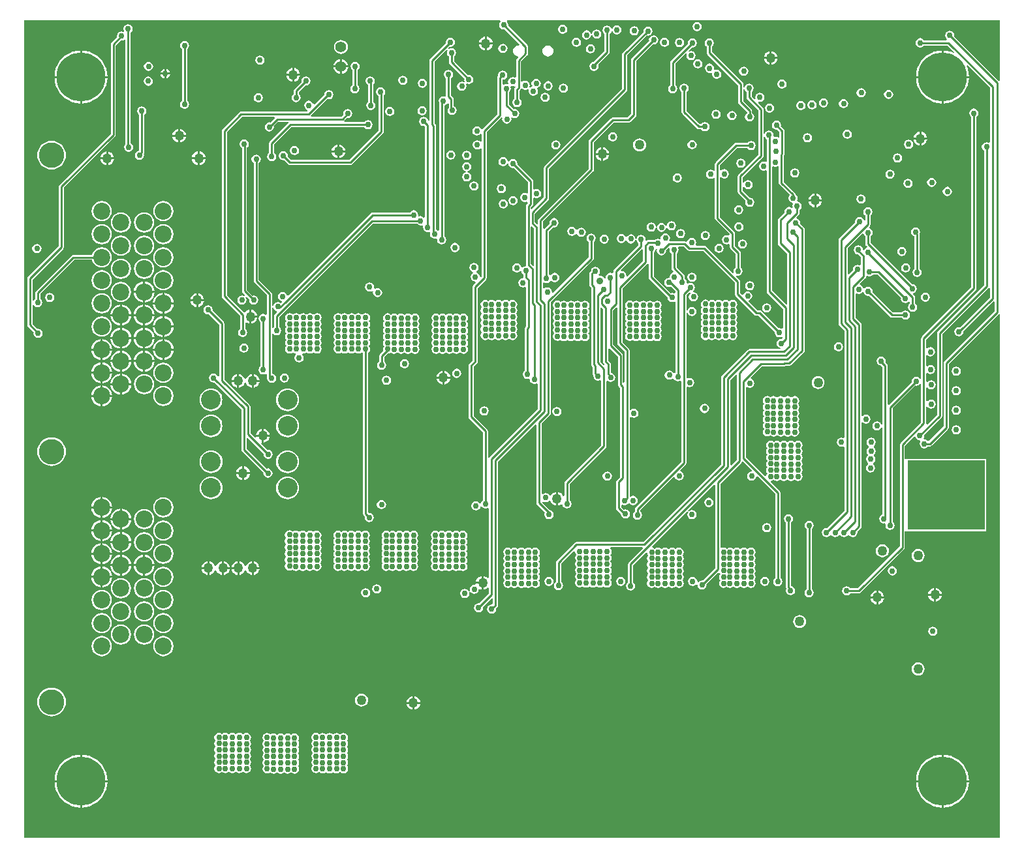
<source format=gbr>
%TF.GenerationSoftware,Altium Limited,Altium Designer,19.1.8 (144)*%
G04 Layer_Physical_Order=2*
G04 Layer_Color=36540*
%FSLAX26Y26*%
%MOIN*%
%TF.FileFunction,Copper,L2,Inr,Signal*%
%TF.Part,Single*%
G01*
G75*
%TA.AperFunction,Conductor*%
%ADD34C,0.010000*%
%TA.AperFunction,ComponentPad*%
%ADD43C,0.086614*%
%ADD44C,0.129921*%
%ADD45C,0.100000*%
%TA.AperFunction,ViaPad*%
%ADD46C,0.250000*%
%TA.AperFunction,ComponentPad*%
%ADD47C,0.055118*%
%ADD48C,0.011811*%
%TA.AperFunction,SMDPad,CuDef*%
%ADD49R,0.393701X0.354331*%
%TA.AperFunction,ViaPad*%
%ADD50C,0.030000*%
%ADD51C,0.050000*%
%ADD52C,0.035000*%
G36*
X4993785Y3883072D02*
X4990229Y3881298D01*
X4987785Y3880960D01*
X4760670Y4108075D01*
X4761451Y4112000D01*
X4759666Y4120974D01*
X4754582Y4128582D01*
X4746974Y4133666D01*
X4738000Y4135451D01*
X4729026Y4133666D01*
X4721418Y4128582D01*
X4716334Y4120974D01*
X4714549Y4112000D01*
X4716334Y4103026D01*
X4721418Y4095418D01*
X4723159Y4094255D01*
X4721339Y4088255D01*
X4604805D01*
X4602582Y4091582D01*
X4594974Y4096666D01*
X4586000Y4098451D01*
X4577026Y4096666D01*
X4569418Y4091582D01*
X4564334Y4083974D01*
X4562549Y4075000D01*
X4564334Y4066026D01*
X4569418Y4058418D01*
X4577026Y4053334D01*
X4586000Y4051549D01*
X4594974Y4053334D01*
X4602582Y4058418D01*
X4604805Y4061745D01*
X4726010D01*
X4759984Y4027771D01*
X4756585Y4022685D01*
X4741846Y4028790D01*
X4721184Y4033750D01*
X4705000Y4035024D01*
Y3905000D01*
X4835024D01*
X4833750Y3921184D01*
X4828790Y3941846D01*
X4822685Y3956585D01*
X4827771Y3959984D01*
X4941745Y3846010D01*
Y3566689D01*
X4935745Y3563482D01*
X4933974Y3564666D01*
X4925000Y3566451D01*
X4916026Y3564666D01*
X4908418Y3559582D01*
X4903334Y3551974D01*
X4901549Y3543000D01*
X4903334Y3534026D01*
X4908418Y3526418D01*
X4911745Y3524195D01*
Y2834490D01*
X4676627Y2599372D01*
X4673754Y2595072D01*
X4672745Y2590000D01*
Y2173090D01*
X4622802Y2123147D01*
X4617273Y2126103D01*
X4617755Y2128526D01*
Y2212087D01*
X4623755Y2213907D01*
X4625418Y2211418D01*
X4633026Y2206334D01*
X4642000Y2204549D01*
X4650974Y2206334D01*
X4658582Y2211418D01*
X4663666Y2219026D01*
X4665451Y2228000D01*
X4663666Y2236974D01*
X4658582Y2244582D01*
X4650974Y2249666D01*
X4642000Y2251451D01*
X4633026Y2249666D01*
X4625418Y2244582D01*
X4623755Y2242093D01*
X4617755Y2243913D01*
Y2310087D01*
X4623755Y2311907D01*
X4625418Y2309418D01*
X4633026Y2304334D01*
X4642000Y2302549D01*
X4650974Y2304334D01*
X4658582Y2309418D01*
X4663666Y2317026D01*
X4665451Y2326000D01*
X4663666Y2334974D01*
X4658582Y2342582D01*
X4650974Y2347666D01*
X4642000Y2349451D01*
X4633026Y2347666D01*
X4625418Y2342582D01*
X4623755Y2340093D01*
X4617755Y2341913D01*
Y2384419D01*
X4623755Y2386525D01*
X4630026Y2382334D01*
X4639000Y2380549D01*
X4647974Y2382334D01*
X4655582Y2387418D01*
X4660666Y2395026D01*
X4662451Y2404000D01*
X4660666Y2412974D01*
X4655582Y2420582D01*
X4647974Y2425666D01*
X4639000Y2427451D01*
X4630026Y2425666D01*
X4623755Y2421475D01*
X4617755Y2423581D01*
Y2475419D01*
X4623755Y2477525D01*
X4630026Y2473334D01*
X4639000Y2471549D01*
X4647974Y2473334D01*
X4655582Y2478418D01*
X4660666Y2486026D01*
X4662451Y2495000D01*
X4660666Y2503974D01*
X4655582Y2511582D01*
X4647974Y2516666D01*
X4639000Y2518451D01*
X4630026Y2516666D01*
X4623755Y2512475D01*
X4617755Y2514581D01*
Y2557810D01*
X4870373Y2810427D01*
X4873246Y2814728D01*
X4874255Y2819800D01*
Y3696195D01*
X4877582Y3698418D01*
X4882666Y3706026D01*
X4884451Y3715000D01*
X4882666Y3723974D01*
X4877582Y3731582D01*
X4869974Y3736666D01*
X4861000Y3738451D01*
X4852026Y3736666D01*
X4844418Y3731582D01*
X4839334Y3723974D01*
X4837549Y3715000D01*
X4839334Y3706026D01*
X4844418Y3698418D01*
X4847745Y3696195D01*
Y2825290D01*
X4595127Y2572673D01*
X4592254Y2568372D01*
X4591245Y2563300D01*
Y2358269D01*
X4585245Y2356449D01*
X4581882Y2361482D01*
X4574274Y2366566D01*
X4565300Y2368351D01*
X4556326Y2366566D01*
X4548718Y2361482D01*
X4543635Y2353874D01*
X4541849Y2344900D01*
X4542630Y2340975D01*
X4425955Y2224300D01*
X4419955Y2226785D01*
Y2423288D01*
X4418946Y2428360D01*
X4416073Y2432660D01*
X4409772Y2438961D01*
X4411451Y2447400D01*
X4409666Y2456374D01*
X4404582Y2463982D01*
X4396974Y2469066D01*
X4388000Y2470851D01*
X4379026Y2469066D01*
X4371418Y2463982D01*
X4366334Y2456374D01*
X4364549Y2447400D01*
X4366334Y2438426D01*
X4371418Y2430818D01*
X4379026Y2425735D01*
X4387118Y2424125D01*
X4393445Y2417798D01*
Y2124161D01*
X4387445Y2123570D01*
X4387266Y2124474D01*
X4382182Y2132082D01*
X4374574Y2137166D01*
X4365600Y2138951D01*
X4356626Y2137166D01*
X4349018Y2132082D01*
X4343935Y2124474D01*
X4342149Y2115500D01*
X4343935Y2106526D01*
X4349018Y2098918D01*
X4356626Y2093834D01*
X4365600Y2092049D01*
X4374574Y2093834D01*
X4382182Y2098918D01*
X4387266Y2106526D01*
X4387445Y2107430D01*
X4393445Y2106839D01*
Y1663147D01*
X4391026Y1662666D01*
X4383418Y1657582D01*
X4378334Y1649974D01*
X4376549Y1641000D01*
X4378334Y1632026D01*
X4383418Y1624418D01*
X4391026Y1619334D01*
X4400000Y1617549D01*
X4405202Y1618584D01*
X4405691Y1618335D01*
X4409819Y1613385D01*
X4408549Y1607000D01*
X4410334Y1598026D01*
X4415418Y1590418D01*
X4423026Y1585334D01*
X4432000Y1583549D01*
X4440974Y1585334D01*
X4448582Y1590418D01*
X4453666Y1598026D01*
X4455451Y1607000D01*
X4453666Y1615974D01*
X4448582Y1623582D01*
X4445255Y1625805D01*
Y2206110D01*
X4561375Y2322230D01*
X4565300Y2321449D01*
X4574274Y2323235D01*
X4581882Y2328318D01*
X4585245Y2333351D01*
X4591245Y2331531D01*
Y2134017D01*
X4485627Y2028399D01*
X4482754Y2024099D01*
X4481745Y2019026D01*
Y1500490D01*
X4266510Y1285255D01*
X4229805D01*
X4227582Y1288582D01*
X4219974Y1293666D01*
X4211000Y1295451D01*
X4202026Y1293666D01*
X4194418Y1288582D01*
X4189334Y1280974D01*
X4187549Y1272000D01*
X4189334Y1263026D01*
X4194418Y1255418D01*
X4202026Y1250334D01*
X4211000Y1248549D01*
X4219974Y1250334D01*
X4227582Y1255418D01*
X4229805Y1258745D01*
X4272000D01*
X4277072Y1259754D01*
X4281373Y1262628D01*
X4504373Y1485628D01*
X4507246Y1489928D01*
X4508255Y1495000D01*
Y1575732D01*
X4513839Y1576735D01*
X4514255Y1576735D01*
X4923540D01*
Y1947065D01*
X4514255D01*
X4513839Y1947065D01*
X4508255Y1948068D01*
Y2013536D01*
X4555809Y2061090D01*
X4562319Y2059115D01*
X4562734Y2057026D01*
X4567818Y2049418D01*
X4575426Y2044334D01*
X4583913Y2042646D01*
X4585447Y2040602D01*
X4587372Y2037023D01*
X4585334Y2033974D01*
X4583549Y2025000D01*
X4585334Y2016026D01*
X4590418Y2008418D01*
X4598026Y2003334D01*
X4607000Y2001549D01*
X4615974Y2003334D01*
X4623582Y2008418D01*
X4625805Y2011745D01*
X4636500D01*
X4641572Y2012754D01*
X4645873Y2015628D01*
X4728172Y2097927D01*
X4731046Y2102228D01*
X4732055Y2107300D01*
Y2432085D01*
X4987785Y2687815D01*
X4990229Y2687477D01*
X4993785Y2685703D01*
Y11215D01*
X11215D01*
Y4188785D01*
X2440901D01*
X2442722Y4182785D01*
X2442418Y4182582D01*
X2437334Y4174974D01*
X2435549Y4166000D01*
X2437334Y4157026D01*
X2442418Y4149418D01*
X2450026Y4144334D01*
X2459000Y4142549D01*
X2462925Y4143330D01*
X2539928Y4066327D01*
X2537126Y4060644D01*
X2535000Y4060924D01*
X2527773Y4059972D01*
X2521038Y4057183D01*
X2515255Y4052745D01*
X2510817Y4046962D01*
X2508028Y4040227D01*
X2507076Y4033000D01*
X2508028Y4025773D01*
X2510817Y4019038D01*
X2515255Y4013255D01*
X2521038Y4008817D01*
X2527773Y4006028D01*
X2529608Y4005786D01*
X2531758Y3999451D01*
X2525628Y3993320D01*
X2522754Y3989020D01*
X2521745Y3983948D01*
Y3899689D01*
X2515745Y3896482D01*
X2513974Y3897666D01*
X2505000Y3899451D01*
X2496026Y3897666D01*
X2488418Y3892582D01*
X2483334Y3884974D01*
X2481549Y3876000D01*
X2483164Y3867882D01*
X2483147Y3867842D01*
X2480900Y3864954D01*
X2478734Y3863111D01*
X2472000Y3864451D01*
X2463026Y3862666D01*
X2459255Y3860146D01*
X2453255Y3863353D01*
Y3885938D01*
X2454000Y3886549D01*
X2462974Y3888334D01*
X2470582Y3893418D01*
X2475666Y3901026D01*
X2477451Y3910000D01*
X2475666Y3918974D01*
X2470582Y3926582D01*
X2462974Y3931666D01*
X2454000Y3933451D01*
X2445026Y3931666D01*
X2437418Y3926582D01*
X2432334Y3918974D01*
X2430549Y3910000D01*
X2431330Y3906075D01*
X2430628Y3905372D01*
X2427754Y3901072D01*
X2426745Y3896000D01*
Y3709490D01*
X2349857Y3632602D01*
X2347514Y3632613D01*
X2343239Y3633612D01*
X2338582Y3640582D01*
X2330974Y3645666D01*
X2322000Y3647451D01*
X2313026Y3645666D01*
X2305418Y3640582D01*
X2300334Y3632974D01*
X2298549Y3624000D01*
X2300334Y3615026D01*
X2305418Y3607418D01*
X2313026Y3602334D01*
X2322000Y3600549D01*
X2330974Y3602334D01*
X2338582Y3607418D01*
X2339745Y3609159D01*
X2345745Y3607339D01*
Y3572655D01*
X2343120Y3571093D01*
X2339745Y3570141D01*
X2332974Y3574666D01*
X2324000Y3576451D01*
X2315026Y3574666D01*
X2307418Y3569582D01*
X2302334Y3561974D01*
X2300549Y3553000D01*
X2302334Y3544026D01*
X2307418Y3536418D01*
X2315026Y3531334D01*
X2324000Y3529549D01*
X2332974Y3531334D01*
X2339745Y3535859D01*
X2343120Y3534907D01*
X2345745Y3533345D01*
Y2879918D01*
X2343103Y2877997D01*
X2343100D01*
X2336876Y2880888D01*
X2335666Y2886974D01*
X2330582Y2894582D01*
X2322974Y2899666D01*
X2321288Y2900001D01*
X2320021Y2906370D01*
X2324582Y2909418D01*
X2329666Y2917026D01*
X2331451Y2926000D01*
X2329666Y2934974D01*
X2324582Y2942582D01*
X2316974Y2947666D01*
X2308000Y2949451D01*
X2299026Y2947666D01*
X2291418Y2942582D01*
X2286334Y2934974D01*
X2284549Y2926000D01*
X2286334Y2917026D01*
X2291418Y2909418D01*
X2299026Y2904334D01*
X2300712Y2903999D01*
X2301979Y2897630D01*
X2297418Y2894582D01*
X2292334Y2886974D01*
X2290549Y2878000D01*
X2292334Y2869026D01*
X2297418Y2861418D01*
X2305026Y2856334D01*
X2314000Y2854549D01*
X2314398Y2854629D01*
X2317354Y2849099D01*
X2304628Y2836372D01*
X2301754Y2832072D01*
X2300745Y2827000D01*
Y2451490D01*
X2283628Y2434372D01*
X2280754Y2430072D01*
X2279745Y2425000D01*
Y2162000D01*
X2280754Y2156928D01*
X2283628Y2152628D01*
X2352745Y2083510D01*
Y1735805D01*
X2349418Y1733582D01*
X2344334Y1725974D01*
X2343386Y1721206D01*
X2337016Y1719939D01*
X2334582Y1723582D01*
X2326974Y1728666D01*
X2318000Y1730451D01*
X2309026Y1728666D01*
X2301418Y1723582D01*
X2296334Y1715974D01*
X2294549Y1707000D01*
X2296334Y1698026D01*
X2301418Y1690418D01*
X2309026Y1685334D01*
X2318000Y1683549D01*
X2326974Y1685334D01*
X2334582Y1690418D01*
X2339666Y1698026D01*
X2340614Y1702794D01*
X2346984Y1704061D01*
X2349418Y1700418D01*
X2357026Y1695334D01*
X2366000Y1693549D01*
X2374974Y1695334D01*
X2377745Y1697186D01*
X2383745Y1693979D01*
Y1339979D01*
X2377745Y1337942D01*
X2376962Y1338962D01*
X2369651Y1344572D01*
X2361137Y1348099D01*
X2357000Y1348644D01*
Y1314000D01*
Y1279356D01*
X2361137Y1279901D01*
X2369651Y1283428D01*
X2376962Y1289038D01*
X2377745Y1290058D01*
X2383745Y1288021D01*
Y1257490D01*
X2334925Y1208670D01*
X2331000Y1209451D01*
X2322026Y1207666D01*
X2314418Y1202582D01*
X2309334Y1194974D01*
X2307549Y1186000D01*
X2309334Y1177026D01*
X2314418Y1169418D01*
X2322026Y1164334D01*
X2331000Y1162549D01*
X2339974Y1164334D01*
X2347582Y1169418D01*
X2352666Y1177026D01*
X2354451Y1186000D01*
X2353670Y1189925D01*
X2398202Y1234457D01*
X2403745Y1232161D01*
Y1207120D01*
X2398192Y1202412D01*
X2398000Y1202451D01*
X2389026Y1200666D01*
X2381418Y1195582D01*
X2376334Y1187974D01*
X2374549Y1179000D01*
X2376334Y1170026D01*
X2381418Y1162418D01*
X2389026Y1157334D01*
X2398000Y1155549D01*
X2406974Y1157334D01*
X2414582Y1162418D01*
X2419666Y1170026D01*
X2421451Y1179000D01*
X2420670Y1182925D01*
X2426372Y1188628D01*
X2429246Y1192928D01*
X2430255Y1198000D01*
Y1933510D01*
X2620346Y2123601D01*
X2625890Y2121305D01*
Y1722856D01*
X2626899Y1717783D01*
X2629772Y1713483D01*
X2669383Y1673872D01*
X2668334Y1672303D01*
X2666549Y1663328D01*
X2668334Y1654354D01*
X2673418Y1646746D01*
X2681026Y1641663D01*
X2690000Y1639878D01*
X2698974Y1641663D01*
X2706582Y1646746D01*
X2711666Y1654354D01*
X2713451Y1663328D01*
X2711666Y1672303D01*
X2706582Y1679910D01*
X2698974Y1684994D01*
X2694951Y1685794D01*
X2655725Y1725020D01*
X2655906Y1725444D01*
X2663380Y1727667D01*
X2664326Y1727034D01*
X2673300Y1725249D01*
X2682274Y1727034D01*
X2689882Y1732118D01*
X2690945Y1733708D01*
X2692917Y1733948D01*
X2697568Y1732822D01*
X2700428Y1725919D01*
X2706038Y1718608D01*
X2713349Y1712998D01*
X2721863Y1709471D01*
X2726000Y1708927D01*
Y1743570D01*
Y1778214D01*
X2721863Y1777669D01*
X2713349Y1774143D01*
X2706038Y1768533D01*
X2700428Y1761221D01*
X2700079Y1760380D01*
X2693421Y1759985D01*
X2689882Y1765282D01*
X2682274Y1770366D01*
X2673300Y1772151D01*
X2664326Y1770366D01*
X2658399Y1766406D01*
X2652399Y1768796D01*
Y2127370D01*
X2697372Y2172343D01*
X2700246Y2176644D01*
X2701255Y2181716D01*
X2701255Y2181716D01*
Y2748986D01*
X2914573Y2962303D01*
X2917446Y2966604D01*
X2918455Y2971676D01*
Y3056495D01*
X2921782Y3058718D01*
X2926865Y3066326D01*
X2928651Y3075300D01*
X2926865Y3084274D01*
X2921782Y3091882D01*
X2914174Y3096965D01*
X2905200Y3098751D01*
X2896226Y3096965D01*
X2888618Y3091882D01*
X2883535Y3084274D01*
X2881749Y3075300D01*
X2883535Y3066326D01*
X2888618Y3058718D01*
X2891945Y3056495D01*
Y2977166D01*
X2710478Y2795699D01*
X2704948Y2798654D01*
X2705451Y2801181D01*
X2703666Y2810155D01*
X2698582Y2817763D01*
X2690974Y2822847D01*
X2682000Y2824632D01*
X2673026Y2822847D01*
X2667255Y2818990D01*
X2661255Y2821510D01*
Y2845311D01*
X2667255Y2848518D01*
X2669026Y2847334D01*
X2678000Y2845549D01*
X2686974Y2847334D01*
X2694582Y2852418D01*
X2697396Y2856630D01*
X2703128Y2858332D01*
X2704690Y2857568D01*
X2711026Y2853334D01*
X2720000Y2851549D01*
X2728974Y2853334D01*
X2736582Y2858418D01*
X2741666Y2866026D01*
X2743451Y2875000D01*
X2741666Y2883974D01*
X2736582Y2891582D01*
X2728974Y2896666D01*
X2720000Y2898451D01*
X2711026Y2896666D01*
X2703418Y2891582D01*
X2701800Y2889161D01*
X2695128Y2888256D01*
X2691255Y2891739D01*
Y3111510D01*
X2712075Y3132330D01*
X2716000Y3131549D01*
X2724974Y3133334D01*
X2732582Y3138418D01*
X2737666Y3146026D01*
X2739451Y3155000D01*
X2737666Y3163974D01*
X2732582Y3171582D01*
X2724974Y3176666D01*
X2716000Y3178451D01*
X2707026Y3176666D01*
X2699418Y3171582D01*
X2694334Y3163974D01*
X2692549Y3155000D01*
X2693330Y3151075D01*
X2668628Y3126372D01*
X2667255Y3124318D01*
X2661255Y3126138D01*
Y3162510D01*
X2915515Y3416770D01*
X2918388Y3421070D01*
X2919397Y3426142D01*
Y3563652D01*
X3021490Y3665745D01*
X3096000D01*
X3101072Y3666754D01*
X3105372Y3669628D01*
X3132372Y3696628D01*
X3135246Y3700928D01*
X3136255Y3706000D01*
Y3982510D01*
X3221075Y4067330D01*
X3225000Y4066549D01*
X3233974Y4068334D01*
X3241582Y4073418D01*
X3246666Y4081026D01*
X3248451Y4090000D01*
X3246666Y4098974D01*
X3241582Y4106582D01*
X3233974Y4111666D01*
X3225000Y4113451D01*
X3216026Y4111666D01*
X3208418Y4106582D01*
X3203334Y4098974D01*
X3201549Y4090000D01*
X3202330Y4086075D01*
X3113628Y3997372D01*
X3110754Y3993072D01*
X3109745Y3988000D01*
Y3711490D01*
X3090510Y3692255D01*
X3016000D01*
X3010928Y3691246D01*
X3006628Y3688372D01*
X2896770Y3578515D01*
X2893897Y3574215D01*
X2892888Y3569142D01*
Y3431633D01*
X2638628Y3177372D01*
X2635754Y3173072D01*
X2634745Y3168000D01*
Y3150413D01*
X2629202Y3148117D01*
X2618255Y3159064D01*
Y3201510D01*
X2687372Y3270628D01*
X2690246Y3274928D01*
X2691255Y3280000D01*
Y3430510D01*
X3087372Y3826628D01*
X3090246Y3830928D01*
X3091255Y3836000D01*
Y4011898D01*
X3191187Y4111830D01*
X3195112Y4111049D01*
X3204086Y4112834D01*
X3211694Y4117918D01*
X3216778Y4125526D01*
X3218563Y4134500D01*
X3216778Y4143474D01*
X3211694Y4151082D01*
X3204086Y4156166D01*
X3195112Y4157951D01*
X3186138Y4156166D01*
X3178530Y4151082D01*
X3173447Y4143474D01*
X3171662Y4134500D01*
X3172442Y4130575D01*
X3068628Y4026760D01*
X3065754Y4022460D01*
X3064745Y4017388D01*
Y3841490D01*
X2668628Y3445372D01*
X2665754Y3441072D01*
X2664745Y3436000D01*
Y3285490D01*
X2603798Y3224543D01*
X2598255Y3226839D01*
Y3233804D01*
X2606372Y3241921D01*
X2609246Y3246222D01*
X2610255Y3251294D01*
Y3280311D01*
X2616255Y3283518D01*
X2618026Y3282334D01*
X2627000Y3280549D01*
X2635974Y3282334D01*
X2643582Y3287418D01*
X2648666Y3295026D01*
X2650451Y3304000D01*
X2648666Y3312974D01*
X2643582Y3320582D01*
X2635974Y3325666D01*
X2627000Y3327451D01*
X2618026Y3325666D01*
X2616255Y3324482D01*
X2610255Y3327689D01*
Y3367000D01*
X2609246Y3372072D01*
X2606372Y3376372D01*
X2528670Y3454075D01*
X2529451Y3458000D01*
X2527666Y3466974D01*
X2522582Y3474582D01*
X2514974Y3479666D01*
X2506000Y3481451D01*
X2497026Y3479666D01*
X2489418Y3474582D01*
X2485289Y3468403D01*
X2479426Y3468888D01*
X2479046Y3469036D01*
X2477666Y3475974D01*
X2472582Y3483582D01*
X2464974Y3488666D01*
X2456000Y3490451D01*
X2447026Y3488666D01*
X2439418Y3483582D01*
X2434334Y3475974D01*
X2432549Y3467000D01*
X2434334Y3458026D01*
X2439418Y3450418D01*
X2447026Y3445334D01*
X2456000Y3443549D01*
X2464974Y3445334D01*
X2472582Y3450418D01*
X2476711Y3456597D01*
X2482574Y3456112D01*
X2482954Y3455964D01*
X2484334Y3449026D01*
X2489418Y3441418D01*
X2497026Y3436334D01*
X2506000Y3434549D01*
X2509925Y3435330D01*
X2583745Y3361510D01*
Y3307689D01*
X2577745Y3304482D01*
X2575974Y3305666D01*
X2567000Y3307451D01*
X2558026Y3305666D01*
X2550418Y3300582D01*
X2545334Y3292974D01*
X2543549Y3284000D01*
X2545334Y3275026D01*
X2550418Y3267418D01*
X2558026Y3262334D01*
X2567000Y3260549D01*
X2575522Y3262245D01*
X2576716Y3261889D01*
X2581430Y3259055D01*
X2581885Y3254924D01*
X2575628Y3248666D01*
X2572754Y3244366D01*
X2571745Y3239294D01*
Y2938426D01*
X2571802Y2938142D01*
X2567314Y2931519D01*
X2563026Y2930666D01*
X2555418Y2925582D01*
X2555291Y2925392D01*
X2548922Y2926660D01*
X2547666Y2932974D01*
X2542582Y2940582D01*
X2534974Y2945666D01*
X2526000Y2947451D01*
X2517026Y2945666D01*
X2509418Y2940582D01*
X2504334Y2932974D01*
X2502549Y2924000D01*
X2504334Y2915026D01*
X2509418Y2907418D01*
X2517026Y2902334D01*
X2526000Y2900549D01*
X2534974Y2902334D01*
X2542582Y2907418D01*
X2542709Y2907608D01*
X2549078Y2906340D01*
X2550334Y2900026D01*
X2555418Y2892418D01*
X2558745Y2890195D01*
Y2877251D01*
X2558621Y2876280D01*
X2553784Y2870612D01*
X2549026Y2869666D01*
X2541418Y2864582D01*
X2536334Y2856974D01*
X2534549Y2848000D01*
X2536334Y2839026D01*
X2541418Y2831418D01*
X2549026Y2826334D01*
X2558000Y2824549D01*
X2566974Y2826334D01*
X2568745Y2827518D01*
X2574745Y2824311D01*
Y2625410D01*
X2570628Y2621292D01*
X2567754Y2616992D01*
X2566745Y2611919D01*
Y2398805D01*
X2563418Y2396582D01*
X2558334Y2388974D01*
X2556549Y2380000D01*
X2558334Y2371026D01*
X2563418Y2363418D01*
X2571026Y2358334D01*
X2580000Y2356549D01*
X2587225Y2357986D01*
X2592562Y2354065D01*
X2592549Y2354000D01*
X2594334Y2345026D01*
X2599418Y2337418D01*
X2607026Y2332334D01*
X2616000Y2330549D01*
X2624974Y2332334D01*
X2626745Y2333518D01*
X2632745Y2330311D01*
Y2201774D01*
X2387628Y1956657D01*
X2385255Y1953106D01*
X2382372Y1953114D01*
X2379255Y1954104D01*
Y2089000D01*
X2378246Y2094072D01*
X2375372Y2098372D01*
X2306255Y2167490D01*
Y2419510D01*
X2323372Y2436628D01*
X2326246Y2440928D01*
X2327255Y2446000D01*
Y2821510D01*
X2368372Y2862628D01*
X2371246Y2866928D01*
X2372255Y2872000D01*
Y3617510D01*
X2446844Y3692099D01*
X2452374Y3689143D01*
X2451549Y3685000D01*
X2453334Y3676026D01*
X2458418Y3668418D01*
X2466026Y3663334D01*
X2475000Y3661549D01*
X2483974Y3663334D01*
X2491582Y3668418D01*
X2496666Y3676026D01*
X2498451Y3685000D01*
X2497721Y3688667D01*
X2503121Y3692275D01*
X2506026Y3690334D01*
X2515000Y3688549D01*
X2523974Y3690334D01*
X2531582Y3695418D01*
X2536666Y3703026D01*
X2538451Y3712000D01*
X2536666Y3720974D01*
X2531582Y3728582D01*
X2523974Y3733666D01*
X2515000Y3735451D01*
X2511075Y3734670D01*
X2485255Y3760490D01*
Y3822195D01*
X2488582Y3824418D01*
X2493666Y3832026D01*
X2495451Y3841000D01*
X2493836Y3849118D01*
X2493853Y3849158D01*
X2496100Y3852046D01*
X2498266Y3853889D01*
X2505000Y3852549D01*
X2512626Y3854066D01*
X2517231Y3851679D01*
X2518839Y3850369D01*
X2519242Y3846987D01*
X2517628Y3845372D01*
X2514754Y3841072D01*
X2513745Y3836000D01*
Y3788805D01*
X2510418Y3786582D01*
X2505334Y3778974D01*
X2503549Y3770000D01*
X2505334Y3761026D01*
X2510418Y3753418D01*
X2518026Y3748334D01*
X2527000Y3746549D01*
X2535974Y3748334D01*
X2543582Y3753418D01*
X2548666Y3761026D01*
X2550451Y3770000D01*
X2548666Y3778974D01*
X2543582Y3786582D01*
X2540255Y3788805D01*
Y3830510D01*
X2544372Y3834628D01*
X2547246Y3838928D01*
X2547318Y3839292D01*
X2550374Y3840413D01*
X2553771Y3840978D01*
X2560721Y3836334D01*
X2569696Y3834549D01*
X2578670Y3836334D01*
X2583528Y3839581D01*
X2587228Y3836804D01*
X2588243Y3835515D01*
X2586549Y3827000D01*
X2588334Y3818026D01*
X2593418Y3810418D01*
X2601026Y3805334D01*
X2610000Y3803549D01*
X2618974Y3805334D01*
X2626582Y3810418D01*
X2631666Y3818026D01*
X2633451Y3827000D01*
X2631666Y3835974D01*
X2630024Y3838431D01*
X2632785Y3845098D01*
X2633974Y3845334D01*
X2641582Y3850418D01*
X2646666Y3858026D01*
X2648451Y3867000D01*
X2646666Y3875974D01*
X2641582Y3883582D01*
X2633974Y3888666D01*
X2625000Y3890451D01*
X2616026Y3888666D01*
X2608418Y3883582D01*
X2603334Y3875974D01*
X2601549Y3867000D01*
X2603334Y3858026D01*
X2604976Y3855569D01*
X2602215Y3848902D01*
X2601026Y3848666D01*
X2596168Y3845419D01*
X2592467Y3848196D01*
X2591452Y3849485D01*
X2593146Y3858000D01*
X2591361Y3866974D01*
X2586278Y3874582D01*
X2578670Y3879666D01*
X2569696Y3881451D01*
X2560721Y3879666D01*
X2554255Y3875345D01*
X2548255Y3877288D01*
Y3978458D01*
X2579058Y4009260D01*
X2581931Y4013561D01*
X2582940Y4018633D01*
Y4021417D01*
X2583255Y4023000D01*
Y4055000D01*
X2582246Y4060072D01*
X2579372Y4064372D01*
X2481670Y4162075D01*
X2482451Y4166000D01*
X2480666Y4174974D01*
X2475582Y4182582D01*
X2475278Y4182785D01*
X2477099Y4188785D01*
X4993785D01*
Y3883072D01*
D02*
G37*
G36*
X2614745Y3125083D02*
Y2935265D01*
X2609202Y2932969D01*
X2598255Y2943917D01*
Y3133735D01*
X2603798Y3136031D01*
X2614745Y3125083D01*
D02*
G37*
G36*
X4941745Y2819862D02*
Y2773490D01*
X4788425Y2620170D01*
X4784500Y2620951D01*
X4775526Y2619166D01*
X4767918Y2614082D01*
X4762834Y2606474D01*
X4761049Y2597500D01*
X4762834Y2588526D01*
X4767918Y2580918D01*
X4775526Y2575834D01*
X4784500Y2574049D01*
X4793474Y2575834D01*
X4801082Y2580918D01*
X4806166Y2588526D01*
X4807951Y2597500D01*
X4807170Y2601425D01*
X4959745Y2754000D01*
X4965745Y2751515D01*
Y2703265D01*
X4709427Y2446948D01*
X4706554Y2442648D01*
X4705545Y2437575D01*
Y2112790D01*
X4631383Y2038628D01*
X4625314Y2038990D01*
X4623582Y2041582D01*
X4615974Y2046666D01*
X4607487Y2048354D01*
X4605953Y2050398D01*
X4604028Y2053977D01*
X4606065Y2057026D01*
X4607851Y2066000D01*
X4607070Y2069925D01*
X4695373Y2158227D01*
X4698246Y2162528D01*
X4699255Y2167600D01*
Y2584510D01*
X4934373Y2819628D01*
X4935745Y2821682D01*
X4941745Y2819862D01*
D02*
G37*
%LPC*%
G36*
X3037000Y4164451D02*
X3028026Y4162666D01*
X3020418Y4157582D01*
X3015334Y4149974D01*
X3014860Y4147588D01*
X3008742D01*
X3008666Y4147974D01*
X3003582Y4155582D01*
X2995974Y4160666D01*
X2987000Y4162451D01*
X2978026Y4160666D01*
X2970418Y4155582D01*
X2965334Y4147974D01*
X2963549Y4139000D01*
X2965334Y4130026D01*
X2970418Y4122418D01*
X2973745Y4120195D01*
Y4033490D01*
X2917647Y3977392D01*
X2911026Y3976075D01*
X2903418Y3970992D01*
X2898334Y3963384D01*
X2896549Y3954410D01*
X2898334Y3945435D01*
X2903418Y3937827D01*
X2911026Y3932744D01*
X2920000Y3930959D01*
X2928974Y3932744D01*
X2936582Y3937827D01*
X2941666Y3945435D01*
X2943451Y3954410D01*
X2941666Y3963384D01*
X2941450Y3963706D01*
X2996372Y4018628D01*
X2999246Y4022928D01*
X3000255Y4028000D01*
Y4120195D01*
X3003582Y4122418D01*
X3008666Y4130026D01*
X3009140Y4132412D01*
X3015258D01*
X3015334Y4132026D01*
X3020418Y4124418D01*
X3028026Y4119334D01*
X3037000Y4117549D01*
X3045974Y4119334D01*
X3053582Y4124418D01*
X3058666Y4132026D01*
X3060451Y4141000D01*
X3058666Y4149974D01*
X3053582Y4157582D01*
X3045974Y4162666D01*
X3037000Y4164451D01*
D02*
G37*
G36*
X3447000Y4181451D02*
X3438026Y4179666D01*
X3430418Y4174582D01*
X3425334Y4166974D01*
X3423549Y4158000D01*
X3425334Y4149026D01*
X3430418Y4141418D01*
X3438026Y4136334D01*
X3447000Y4134549D01*
X3455974Y4136334D01*
X3463582Y4141418D01*
X3468666Y4149026D01*
X3470451Y4158000D01*
X3468666Y4166974D01*
X3463582Y4174582D01*
X3455974Y4179666D01*
X3447000Y4181451D01*
D02*
G37*
G36*
X541500Y4169951D02*
X532526Y4168166D01*
X524918Y4163082D01*
X519835Y4155474D01*
X518049Y4146500D01*
X519835Y4137526D01*
X522406Y4133677D01*
X518080Y4129352D01*
X516114Y4130666D01*
X507139Y4132451D01*
X498165Y4130666D01*
X490557Y4125582D01*
X485474Y4117974D01*
X483689Y4109000D01*
X484470Y4105075D01*
X455627Y4076233D01*
X452754Y4071933D01*
X451745Y4066860D01*
Y3610490D01*
X189627Y3348372D01*
X186754Y3344072D01*
X185745Y3339000D01*
Y3035490D01*
X29128Y2878872D01*
X26254Y2874572D01*
X25245Y2869500D01*
Y2632500D01*
X26254Y2627428D01*
X29128Y2623128D01*
X58330Y2593925D01*
X57549Y2590000D01*
X59334Y2581026D01*
X64418Y2573418D01*
X72026Y2568334D01*
X81000Y2566549D01*
X89974Y2568334D01*
X97582Y2573418D01*
X102665Y2581026D01*
X104451Y2590000D01*
X102665Y2598974D01*
X97582Y2606582D01*
X89974Y2611666D01*
X81000Y2613451D01*
X77075Y2612670D01*
X51755Y2637990D01*
Y2734650D01*
X57755Y2736149D01*
X61918Y2729918D01*
X69526Y2724834D01*
X78500Y2723049D01*
X87474Y2724834D01*
X95082Y2729918D01*
X100165Y2737526D01*
X101951Y2746500D01*
X100165Y2755474D01*
X95082Y2763082D01*
X91755Y2765305D01*
Y2790010D01*
X266837Y2965092D01*
X355901D01*
X355919Y2964953D01*
X361089Y2952472D01*
X369313Y2941754D01*
X380031Y2933530D01*
X392512Y2928360D01*
X405906Y2926597D01*
X419299Y2928360D01*
X431780Y2933530D01*
X442498Y2941754D01*
X450722Y2952472D01*
X455892Y2964953D01*
X457655Y2978347D01*
X455892Y2991740D01*
X450722Y3004221D01*
X442498Y3014939D01*
X431780Y3023163D01*
X419299Y3028333D01*
X405906Y3030096D01*
X392512Y3028333D01*
X380031Y3023163D01*
X369313Y3014939D01*
X361089Y3004221D01*
X355919Y2991740D01*
X355901Y2991601D01*
X261346D01*
X256274Y2990592D01*
X251974Y2987719D01*
X69127Y2804872D01*
X66254Y2800572D01*
X65245Y2795500D01*
Y2765305D01*
X61918Y2763082D01*
X57755Y2756851D01*
X51755Y2758350D01*
Y2864010D01*
X208373Y3020628D01*
X211246Y3024928D01*
X212255Y3030000D01*
Y3333510D01*
X474373Y3595628D01*
X477246Y3599928D01*
X478255Y3605000D01*
Y4061370D01*
X503215Y4086330D01*
X507139Y4085549D01*
X516114Y4087334D01*
X522245Y4091431D01*
X528245Y4089210D01*
Y3558469D01*
X526918Y3557582D01*
X521835Y3549974D01*
X520049Y3541000D01*
X521835Y3532026D01*
X526918Y3524418D01*
X534526Y3519334D01*
X543500Y3517549D01*
X552474Y3519334D01*
X560082Y3524418D01*
X565165Y3532026D01*
X566951Y3541000D01*
X565165Y3549974D01*
X560082Y3557582D01*
X554755Y3561142D01*
Y4127695D01*
X558082Y4129918D01*
X563165Y4137526D01*
X564951Y4146500D01*
X563165Y4155474D01*
X558082Y4163082D01*
X550474Y4168166D01*
X541500Y4169951D01*
D02*
G37*
G36*
X2760000Y4167451D02*
X2751026Y4165666D01*
X2743418Y4160582D01*
X2738334Y4152974D01*
X2736549Y4144000D01*
X2738334Y4135026D01*
X2743418Y4127418D01*
X2751026Y4122334D01*
X2760000Y4120549D01*
X2768974Y4122334D01*
X2776582Y4127418D01*
X2781666Y4135026D01*
X2783451Y4144000D01*
X2781666Y4152974D01*
X2776582Y4160582D01*
X2768974Y4165666D01*
X2760000Y4167451D01*
D02*
G37*
G36*
X2934000Y4143451D02*
X2925026Y4141666D01*
X2917418Y4136582D01*
X2912334Y4128974D01*
X2910919Y4121857D01*
X2910549Y4120000D01*
X2904677Y4118891D01*
X2904285Y4120862D01*
X2903666Y4123974D01*
X2898582Y4131582D01*
X2890974Y4136666D01*
X2882000Y4138451D01*
X2873026Y4136666D01*
X2865418Y4131582D01*
X2860334Y4123974D01*
X2858549Y4115000D01*
X2860334Y4106026D01*
X2865418Y4098418D01*
X2873026Y4093334D01*
X2882000Y4091549D01*
X2890974Y4093334D01*
X2898582Y4098418D01*
X2903666Y4106026D01*
X2905081Y4113143D01*
X2905451Y4115000D01*
X2911323Y4116109D01*
X2911715Y4114138D01*
X2912334Y4111026D01*
X2917418Y4103418D01*
X2925026Y4098334D01*
X2934000Y4096549D01*
X2942974Y4098334D01*
X2950582Y4103418D01*
X2955666Y4111026D01*
X2957451Y4120000D01*
X2955666Y4128974D01*
X2950582Y4136582D01*
X2942974Y4141666D01*
X2934000Y4143451D01*
D02*
G37*
G36*
X3126000Y4159451D02*
X3117026Y4157666D01*
X3109418Y4152582D01*
X3104334Y4144974D01*
X3102549Y4136000D01*
X3104334Y4127026D01*
X3109418Y4119418D01*
X3117026Y4114334D01*
X3126000Y4112549D01*
X3134974Y4114334D01*
X3142582Y4119418D01*
X3147666Y4127026D01*
X3149451Y4136000D01*
X3147666Y4144974D01*
X3142582Y4152582D01*
X3134974Y4157666D01*
X3126000Y4159451D01*
D02*
G37*
G36*
X2373000Y4105644D02*
Y4076000D01*
X2402644D01*
X2402099Y4080137D01*
X2398572Y4088651D01*
X2392962Y4095962D01*
X2385651Y4101572D01*
X2377137Y4105099D01*
X2373000Y4105644D01*
D02*
G37*
G36*
X2363000D02*
X2358863Y4105099D01*
X2350349Y4101572D01*
X2343038Y4095962D01*
X2337428Y4088651D01*
X2333901Y4080137D01*
X2333356Y4076000D01*
X2363000D01*
Y4105644D01*
D02*
G37*
G36*
X2187000Y4101451D02*
X2178026Y4099666D01*
X2170418Y4094582D01*
X2165334Y4086974D01*
X2163549Y4078000D01*
X2164330Y4074075D01*
X2083628Y3993372D01*
X2080754Y3989072D01*
X2079745Y3984000D01*
Y3675684D01*
X2073745Y3672824D01*
X2073198Y3673268D01*
X2071666Y3680974D01*
X2066582Y3688582D01*
X2058974Y3693666D01*
X2050000Y3695451D01*
X2041026Y3693666D01*
X2033418Y3688582D01*
X2028334Y3680974D01*
X2026549Y3672000D01*
X2028334Y3663026D01*
X2033418Y3655418D01*
X2041026Y3650334D01*
X2050000Y3648549D01*
X2051733Y3648894D01*
X2056745Y3644548D01*
Y3183158D01*
X2050745Y3181338D01*
X2050582Y3181582D01*
X2042974Y3186666D01*
X2034000Y3188451D01*
X2026988Y3187056D01*
X2022638Y3190359D01*
X2021789Y3191674D01*
X2022451Y3195000D01*
X2020666Y3203974D01*
X2015582Y3211582D01*
X2007974Y3216666D01*
X1999000Y3218451D01*
X1990026Y3216666D01*
X1982418Y3211582D01*
X1980195Y3208255D01*
X1789049D01*
X1783977Y3207246D01*
X1779677Y3204372D01*
X1769677Y3194373D01*
X1358314Y2783010D01*
X1351804Y2784985D01*
X1351388Y2787074D01*
X1346305Y2794682D01*
X1338697Y2799765D01*
X1329723Y2801551D01*
X1320748Y2799765D01*
X1313141Y2794682D01*
X1308057Y2787074D01*
X1306272Y2778100D01*
X1308057Y2769126D01*
X1313141Y2761518D01*
X1320748Y2756434D01*
X1323395Y2755908D01*
X1325137Y2750166D01*
X1319167Y2744196D01*
X1313974Y2747666D01*
X1305000Y2749451D01*
X1296026Y2747666D01*
X1288418Y2742582D01*
X1283334Y2734974D01*
X1281549Y2726000D01*
X1283334Y2717026D01*
X1288418Y2709418D01*
X1296026Y2704334D01*
X1298593Y2703824D01*
X1300568Y2697313D01*
X1290382Y2687127D01*
X1287509Y2682827D01*
X1286500Y2677755D01*
Y2621805D01*
X1283172Y2619582D01*
X1281255Y2616712D01*
X1275255Y2618532D01*
Y2791300D01*
X1274246Y2796372D01*
X1271372Y2800673D01*
X1208255Y2863790D01*
Y3461195D01*
X1211582Y3463418D01*
X1216666Y3471026D01*
X1218451Y3480000D01*
X1216666Y3488974D01*
X1211582Y3496582D01*
X1203974Y3501666D01*
X1195000Y3503451D01*
X1186026Y3501666D01*
X1178418Y3496582D01*
X1173334Y3488974D01*
X1171549Y3480000D01*
X1173334Y3471026D01*
X1178418Y3463418D01*
X1181745Y3461195D01*
Y2858300D01*
X1182754Y2853228D01*
X1185628Y2848927D01*
X1248745Y2785810D01*
Y2687353D01*
X1242745Y2684146D01*
X1238974Y2686666D01*
X1230000Y2688451D01*
X1221026Y2686666D01*
X1213418Y2681582D01*
X1208334Y2673974D01*
X1206549Y2665000D01*
X1208334Y2656026D01*
X1213418Y2648418D01*
X1216745Y2646195D01*
Y2420805D01*
X1213418Y2418582D01*
X1208334Y2410974D01*
X1206549Y2402000D01*
X1208334Y2393026D01*
X1213418Y2385418D01*
X1221026Y2380334D01*
X1230000Y2378549D01*
X1238974Y2380334D01*
X1242745Y2382854D01*
X1248745Y2379647D01*
Y2371000D01*
X1249754Y2365928D01*
X1251429Y2363421D01*
X1250549Y2359000D01*
X1252334Y2350026D01*
X1257418Y2342418D01*
X1265026Y2337334D01*
X1274000Y2335549D01*
X1282974Y2337334D01*
X1290582Y2342418D01*
X1295666Y2350026D01*
X1297451Y2359000D01*
X1295666Y2367974D01*
X1290582Y2375582D01*
X1282974Y2380666D01*
X1275255Y2382201D01*
Y2587468D01*
X1281255Y2589288D01*
X1283172Y2586418D01*
X1290780Y2581334D01*
X1299755Y2579549D01*
X1308729Y2581334D01*
X1316337Y2586418D01*
X1321420Y2594026D01*
X1323205Y2603000D01*
X1321420Y2611974D01*
X1316337Y2619582D01*
X1313009Y2621805D01*
Y2672264D01*
X1358801Y2718056D01*
X1359806Y2718727D01*
X1792824Y3151745D01*
X2015195D01*
X2017418Y3148418D01*
X2025026Y3143334D01*
X2034000Y3141549D01*
X2042974Y3143334D01*
X2043678Y3143805D01*
X2047554Y3140616D01*
X2048272Y3139658D01*
X2046549Y3131000D01*
X2048334Y3122026D01*
X2053418Y3114418D01*
X2061026Y3109334D01*
X2070000Y3107549D01*
X2078974Y3109334D01*
X2079678Y3109805D01*
X2083554Y3106616D01*
X2084272Y3105658D01*
X2082549Y3097000D01*
X2084334Y3088026D01*
X2089418Y3080418D01*
X2097026Y3075334D01*
X2106000Y3073549D01*
X2114053Y3075151D01*
X2117250Y3073105D01*
X2119354Y3071045D01*
X2118549Y3067000D01*
X2120334Y3058026D01*
X2125418Y3050418D01*
X2133026Y3045334D01*
X2142000Y3043549D01*
X2150974Y3045334D01*
X2158582Y3050418D01*
X2163666Y3058026D01*
X2165451Y3067000D01*
X2163666Y3075974D01*
X2158582Y3083582D01*
X2155255Y3085805D01*
Y3754396D01*
X2159974Y3755334D01*
X2167582Y3760418D01*
X2169185Y3762817D01*
X2177338Y3764326D01*
X2178319Y3763638D01*
Y3744835D01*
X2173735Y3737974D01*
X2171949Y3729000D01*
X2173735Y3720026D01*
X2178818Y3712418D01*
X2186426Y3707334D01*
X2195400Y3705549D01*
X2204374Y3707334D01*
X2211982Y3712418D01*
X2217066Y3720026D01*
X2218851Y3729000D01*
X2217066Y3737974D01*
X2211982Y3745582D01*
X2204828Y3750362D01*
Y3785877D01*
X2203819Y3790949D01*
X2200946Y3795249D01*
X2190255Y3805941D01*
Y3894195D01*
X2193582Y3896418D01*
X2198666Y3904026D01*
X2200451Y3913000D01*
X2198666Y3921974D01*
X2193582Y3929582D01*
X2185974Y3934666D01*
X2177000Y3936451D01*
X2168026Y3934666D01*
X2160418Y3929582D01*
X2155334Y3921974D01*
X2153549Y3913000D01*
X2155334Y3904026D01*
X2160418Y3896418D01*
X2163745Y3894195D01*
Y3803362D01*
X2162721Y3802087D01*
X2158763Y3799280D01*
X2157901Y3799078D01*
X2151000Y3800451D01*
X2142026Y3798666D01*
X2134418Y3793582D01*
X2129334Y3785974D01*
X2127549Y3777000D01*
X2129043Y3769494D01*
X2128745Y3768000D01*
Y3115158D01*
X2122745Y3113338D01*
X2122582Y3113582D01*
X2114974Y3118666D01*
X2113255Y3119008D01*
Y3650284D01*
X2112246Y3655357D01*
X2109372Y3659657D01*
X2106255Y3662774D01*
Y3978510D01*
X2167949Y4040204D01*
X2172610Y4036380D01*
X2170334Y4032974D01*
X2168549Y4024000D01*
X2170334Y4015026D01*
X2175418Y4007418D01*
X2178745Y4005195D01*
Y3976000D01*
X2179754Y3970928D01*
X2182628Y3966628D01*
X2258330Y3890925D01*
X2257549Y3887000D01*
X2259334Y3878026D01*
X2260211Y3876715D01*
X2255885Y3872389D01*
X2253974Y3873666D01*
X2245000Y3875451D01*
X2236026Y3873666D01*
X2228418Y3868582D01*
X2223334Y3860974D01*
X2221549Y3852000D01*
X2223334Y3843026D01*
X2228418Y3835418D01*
X2236026Y3830334D01*
X2245000Y3828549D01*
X2253974Y3830334D01*
X2261582Y3835418D01*
X2266666Y3843026D01*
X2268451Y3852000D01*
X2266666Y3860974D01*
X2265789Y3862285D01*
X2270115Y3866611D01*
X2272026Y3865334D01*
X2281000Y3863549D01*
X2289974Y3865334D01*
X2297582Y3870418D01*
X2302666Y3878026D01*
X2304451Y3887000D01*
X2302666Y3895974D01*
X2297582Y3903582D01*
X2289974Y3908666D01*
X2281000Y3910451D01*
X2277075Y3909670D01*
X2205255Y3981490D01*
Y4005195D01*
X2208582Y4007418D01*
X2213666Y4015026D01*
X2215451Y4024000D01*
X2213666Y4032974D01*
X2208582Y4040582D01*
X2200974Y4045666D01*
X2192000Y4047451D01*
X2183026Y4045666D01*
X2179620Y4043390D01*
X2175796Y4048051D01*
X2183075Y4055330D01*
X2187000Y4054549D01*
X2195974Y4056334D01*
X2203582Y4061418D01*
X2208666Y4069026D01*
X2210451Y4078000D01*
X2208666Y4086974D01*
X2203582Y4094582D01*
X2195974Y4099666D01*
X2187000Y4101451D01*
D02*
G37*
G36*
X3281000Y4100451D02*
X3272026Y4098666D01*
X3264418Y4093582D01*
X3259334Y4085974D01*
X3257549Y4077000D01*
X3259334Y4068026D01*
X3264418Y4060418D01*
X3272026Y4055334D01*
X3281000Y4053549D01*
X3289974Y4055334D01*
X3297582Y4060418D01*
X3302666Y4068026D01*
X3304451Y4077000D01*
X3302666Y4085974D01*
X3297582Y4093582D01*
X3289974Y4098666D01*
X3281000Y4100451D01*
D02*
G37*
G36*
X2831000D02*
X2822026Y4098666D01*
X2814418Y4093582D01*
X2809334Y4085974D01*
X2807549Y4077000D01*
X2809334Y4068026D01*
X2814418Y4060418D01*
X2822026Y4055334D01*
X2831000Y4053549D01*
X2839974Y4055334D01*
X2847582Y4060418D01*
X2852666Y4068026D01*
X2854451Y4077000D01*
X2852666Y4085974D01*
X2847582Y4093582D01*
X2839974Y4098666D01*
X2831000Y4100451D01*
D02*
G37*
G36*
X3357000Y4099451D02*
X3348026Y4097666D01*
X3340418Y4092582D01*
X3335334Y4084974D01*
X3333549Y4076000D01*
X3335334Y4067026D01*
X3340418Y4059418D01*
X3348026Y4054334D01*
X3357000Y4052549D01*
X3365974Y4054334D01*
X3373582Y4059418D01*
X3378666Y4067026D01*
X3380451Y4076000D01*
X3378666Y4084974D01*
X3373582Y4092582D01*
X3365974Y4097666D01*
X3357000Y4099451D01*
D02*
G37*
G36*
X3423000Y4097451D02*
X3414026Y4095666D01*
X3406418Y4090582D01*
X3401334Y4082974D01*
X3399549Y4074000D01*
X3400330Y4070075D01*
X3312628Y3982372D01*
X3309754Y3978072D01*
X3308745Y3973000D01*
Y3858805D01*
X3305418Y3856582D01*
X3300334Y3848974D01*
X3298549Y3840000D01*
X3300334Y3831026D01*
X3305418Y3823418D01*
X3313026Y3818334D01*
X3322000Y3816549D01*
X3330974Y3818334D01*
X3338582Y3823418D01*
X3343666Y3831026D01*
X3345451Y3840000D01*
X3343666Y3848974D01*
X3338582Y3856582D01*
X3335255Y3858805D01*
Y3967510D01*
X3389936Y4022191D01*
X3394596Y4018366D01*
X3394334Y4017974D01*
X3392549Y4009000D01*
X3394334Y4000026D01*
X3399418Y3992418D01*
X3407026Y3987334D01*
X3416000Y3985549D01*
X3424974Y3987334D01*
X3432582Y3992418D01*
X3437666Y4000026D01*
X3439451Y4009000D01*
X3437666Y4017974D01*
X3432582Y4025582D01*
X3424974Y4030666D01*
X3416000Y4032451D01*
X3407026Y4030666D01*
X3406634Y4030404D01*
X3402809Y4035064D01*
X3419075Y4051330D01*
X3423000Y4050549D01*
X3431974Y4052334D01*
X3439582Y4057418D01*
X3444666Y4065026D01*
X3446451Y4074000D01*
X3444666Y4082974D01*
X3439582Y4090582D01*
X3431974Y4095666D01*
X3423000Y4097451D01*
D02*
G37*
G36*
X2402644Y4066000D02*
X2373000D01*
Y4036356D01*
X2377137Y4036901D01*
X2385651Y4040428D01*
X2392962Y4046038D01*
X2398572Y4053349D01*
X2402099Y4061863D01*
X2402644Y4066000D01*
D02*
G37*
G36*
X2363000D02*
X2333356D01*
X2333901Y4061863D01*
X2337428Y4053349D01*
X2343038Y4046038D01*
X2350349Y4040428D01*
X2358863Y4036901D01*
X2363000Y4036356D01*
Y4066000D01*
D02*
G37*
G36*
X2455000Y4069451D02*
X2446026Y4067666D01*
X2438418Y4062582D01*
X2433334Y4054974D01*
X2431549Y4046000D01*
X2433334Y4037026D01*
X2438418Y4029418D01*
X2446026Y4024334D01*
X2455000Y4022549D01*
X2463974Y4024334D01*
X2471582Y4029418D01*
X2476666Y4037026D01*
X2478451Y4046000D01*
X2476666Y4054974D01*
X2471582Y4062582D01*
X2463974Y4067666D01*
X2455000Y4069451D01*
D02*
G37*
G36*
X2902000Y4067451D02*
X2893026Y4065666D01*
X2885418Y4060582D01*
X2880334Y4052974D01*
X2878549Y4044000D01*
X2880334Y4035026D01*
X2885418Y4027418D01*
X2893026Y4022334D01*
X2902000Y4020549D01*
X2910974Y4022334D01*
X2918582Y4027418D01*
X2923666Y4035026D01*
X2925451Y4044000D01*
X2923666Y4052974D01*
X2918582Y4060582D01*
X2910974Y4065666D01*
X2902000Y4067451D01*
D02*
G37*
G36*
X1628000Y4089315D02*
X1618717Y4088093D01*
X1610067Y4084510D01*
X1602639Y4078810D01*
X1596939Y4071382D01*
X1593356Y4062732D01*
X1592134Y4053449D01*
X1593356Y4044166D01*
X1596939Y4035516D01*
X1602639Y4028088D01*
X1610067Y4022388D01*
X1618717Y4018805D01*
X1628000Y4017583D01*
X1637283Y4018805D01*
X1645933Y4022388D01*
X1653361Y4028088D01*
X1659061Y4035516D01*
X1662644Y4044166D01*
X1663866Y4053449D01*
X1662644Y4062732D01*
X1659061Y4071382D01*
X1653361Y4078810D01*
X1645933Y4084510D01*
X1637283Y4088093D01*
X1628000Y4089315D01*
D02*
G37*
G36*
X2685000Y4060924D02*
X2677773Y4059972D01*
X2671038Y4057183D01*
X2665255Y4052745D01*
X2660817Y4046962D01*
X2658028Y4040227D01*
X2657076Y4033000D01*
X2658028Y4025773D01*
X2660817Y4019038D01*
X2665255Y4013255D01*
X2671038Y4008817D01*
X2677773Y4006028D01*
X2685000Y4005076D01*
X2692227Y4006028D01*
X2698962Y4008817D01*
X2704745Y4013255D01*
X2709183Y4019038D01*
X2711972Y4025773D01*
X2712924Y4033000D01*
X2711972Y4040227D01*
X2709183Y4046962D01*
X2704745Y4052745D01*
X2698962Y4057183D01*
X2692227Y4059972D01*
X2685000Y4060924D01*
D02*
G37*
G36*
X3828000Y4031644D02*
Y4002000D01*
X3857644D01*
X3857099Y4006137D01*
X3853572Y4014651D01*
X3847962Y4021962D01*
X3840651Y4027572D01*
X3832137Y4031099D01*
X3828000Y4031644D01*
D02*
G37*
G36*
X3818000D02*
X3813863Y4031099D01*
X3805349Y4027572D01*
X3798038Y4021962D01*
X3792428Y4014651D01*
X3788901Y4006137D01*
X3788356Y4002000D01*
X3818000D01*
Y4031644D01*
D02*
G37*
G36*
X1214000Y4009451D02*
X1205026Y4007666D01*
X1197418Y4002582D01*
X1192334Y3994974D01*
X1190549Y3986000D01*
X1192334Y3977026D01*
X1197418Y3969418D01*
X1205026Y3964334D01*
X1214000Y3962549D01*
X1222974Y3964334D01*
X1230582Y3969418D01*
X1235666Y3977026D01*
X1237451Y3986000D01*
X1235666Y3994974D01*
X1230582Y4002582D01*
X1222974Y4007666D01*
X1214000Y4009451D01*
D02*
G37*
G36*
X3857644Y3992000D02*
X3828000D01*
Y3962356D01*
X3832137Y3962901D01*
X3840651Y3966428D01*
X3847962Y3972038D01*
X3853572Y3979349D01*
X3857099Y3987863D01*
X3857644Y3992000D01*
D02*
G37*
G36*
X3818000D02*
X3788356D01*
X3788901Y3987863D01*
X3792428Y3979349D01*
X3798038Y3972038D01*
X3805349Y3966428D01*
X3813863Y3962901D01*
X3818000Y3962356D01*
Y3992000D01*
D02*
G37*
G36*
X1633000Y3990674D02*
Y3958449D01*
X1665225D01*
X1664592Y3963254D01*
X1660808Y3972390D01*
X1654787Y3980236D01*
X1646942Y3986256D01*
X1637805Y3990041D01*
X1633000Y3990674D01*
D02*
G37*
G36*
X1623000D02*
X1618195Y3990041D01*
X1609058Y3986256D01*
X1601213Y3980236D01*
X1595192Y3972390D01*
X1591408Y3963254D01*
X1590775Y3958449D01*
X1623000D01*
Y3990674D01*
D02*
G37*
G36*
X3451000Y3990451D02*
X3442026Y3988666D01*
X3434418Y3983582D01*
X3429334Y3975974D01*
X3427549Y3967000D01*
X3429334Y3958026D01*
X3434418Y3950418D01*
X3442026Y3945334D01*
X3451000Y3943549D01*
X3459974Y3945334D01*
X3467582Y3950418D01*
X3472666Y3958026D01*
X3474451Y3967000D01*
X3472666Y3975974D01*
X3467582Y3983582D01*
X3459974Y3988666D01*
X3451000Y3990451D01*
D02*
G37*
G36*
X645030Y3977951D02*
X636055Y3976166D01*
X628447Y3971082D01*
X623364Y3963474D01*
X621579Y3954500D01*
X623364Y3945526D01*
X628447Y3937918D01*
X636055Y3932834D01*
X645030Y3931049D01*
X654004Y3932834D01*
X661612Y3937918D01*
X666695Y3945526D01*
X668480Y3954500D01*
X666695Y3963474D01*
X661612Y3971082D01*
X654004Y3976166D01*
X645030Y3977951D01*
D02*
G37*
G36*
X736000Y3941495D02*
Y3922000D01*
X755495D01*
X754549Y3926755D01*
X749024Y3935024D01*
X740755Y3940550D01*
X736000Y3941495D01*
D02*
G37*
G36*
X726000D02*
X721245Y3940550D01*
X712976Y3935024D01*
X707451Y3926755D01*
X706505Y3922000D01*
X726000D01*
Y3941495D01*
D02*
G37*
G36*
X1665225Y3948449D02*
X1633000D01*
Y3916224D01*
X1637805Y3916856D01*
X1646942Y3920641D01*
X1654787Y3926661D01*
X1660808Y3934507D01*
X1664592Y3943644D01*
X1665225Y3948449D01*
D02*
G37*
G36*
X1623000D02*
X1590775D01*
X1591408Y3943644D01*
X1595192Y3934507D01*
X1601213Y3926661D01*
X1609058Y3920641D01*
X1618195Y3916856D01*
X1623000Y3916224D01*
Y3948449D01*
D02*
G37*
G36*
X1389000Y3945644D02*
Y3916000D01*
X1418644D01*
X1418099Y3920137D01*
X1414572Y3928651D01*
X1408962Y3935962D01*
X1401651Y3941572D01*
X1393137Y3945099D01*
X1389000Y3945644D01*
D02*
G37*
G36*
X1379000D02*
X1374863Y3945099D01*
X1366349Y3941572D01*
X1359038Y3935962D01*
X1353428Y3928651D01*
X1349901Y3920137D01*
X1349356Y3916000D01*
X1379000D01*
Y3945644D01*
D02*
G37*
G36*
X3685000Y3953451D02*
X3676026Y3951666D01*
X3668418Y3946582D01*
X3663334Y3938974D01*
X3661549Y3930000D01*
X3663334Y3921026D01*
X3668418Y3913418D01*
X3676026Y3908334D01*
X3685000Y3906549D01*
X3693974Y3908334D01*
X3701582Y3913418D01*
X3706666Y3921026D01*
X3708451Y3930000D01*
X3706666Y3938974D01*
X3701582Y3946582D01*
X3693974Y3951666D01*
X3685000Y3953451D01*
D02*
G37*
G36*
X4695000Y4035024D02*
X4678816Y4033750D01*
X4658154Y4028790D01*
X4638522Y4020658D01*
X4620404Y4009555D01*
X4604245Y3995755D01*
X4590445Y3979596D01*
X4579342Y3961478D01*
X4571210Y3941846D01*
X4566250Y3921184D01*
X4564976Y3905000D01*
X4695000D01*
Y4035024D01*
D02*
G37*
G36*
X305000D02*
Y3905000D01*
X435024D01*
X433750Y3921184D01*
X428790Y3941846D01*
X420658Y3961478D01*
X409555Y3979596D01*
X395755Y3995755D01*
X379596Y4009555D01*
X361478Y4020658D01*
X341846Y4028790D01*
X321184Y4033750D01*
X305000Y4035024D01*
D02*
G37*
G36*
X295000D02*
X278816Y4033750D01*
X258154Y4028790D01*
X238522Y4020658D01*
X220404Y4009555D01*
X204245Y3995755D01*
X190445Y3979596D01*
X179342Y3961478D01*
X171210Y3941846D01*
X166250Y3921184D01*
X164976Y3905000D01*
X295000D01*
Y4035024D01*
D02*
G37*
G36*
X755495Y3912000D02*
X736000D01*
Y3892505D01*
X740755Y3893450D01*
X749024Y3898976D01*
X754549Y3907245D01*
X755495Y3912000D01*
D02*
G37*
G36*
X726000D02*
X706505D01*
X707451Y3907245D01*
X712976Y3898976D01*
X721245Y3893450D01*
X726000Y3892505D01*
Y3912000D01*
D02*
G37*
G36*
X3510000Y3968451D02*
X3501026Y3966666D01*
X3493418Y3961582D01*
X3488334Y3953974D01*
X3486549Y3945000D01*
X3488334Y3936026D01*
X3493418Y3928418D01*
X3501026Y3923334D01*
X3510000Y3921549D01*
X3518974Y3923334D01*
X3519337Y3923577D01*
X3524737Y3919969D01*
X3523549Y3914000D01*
X3525334Y3905026D01*
X3530418Y3897418D01*
X3538026Y3892334D01*
X3547000Y3890549D01*
X3555974Y3892334D01*
X3563582Y3897418D01*
X3568666Y3905026D01*
X3570451Y3914000D01*
X3568666Y3922974D01*
X3563582Y3930582D01*
X3555974Y3935666D01*
X3547000Y3937451D01*
X3538026Y3935666D01*
X3537663Y3935423D01*
X3532263Y3939031D01*
X3533451Y3945000D01*
X3531666Y3953974D01*
X3526582Y3961582D01*
X3518974Y3966666D01*
X3510000Y3968451D01*
D02*
G37*
G36*
X1418644Y3906000D02*
X1389000D01*
Y3876356D01*
X1393137Y3876901D01*
X1401651Y3880428D01*
X1408962Y3886038D01*
X1414572Y3893349D01*
X1418099Y3901863D01*
X1418644Y3906000D01*
D02*
G37*
G36*
X1379000D02*
X1349356D01*
X1349901Y3901863D01*
X1353428Y3893349D01*
X1359038Y3886038D01*
X1366349Y3880428D01*
X1374863Y3876901D01*
X1379000Y3876356D01*
Y3906000D01*
D02*
G37*
G36*
X1944000Y3906451D02*
X1935026Y3904666D01*
X1927418Y3899582D01*
X1922334Y3891974D01*
X1920549Y3883000D01*
X1922334Y3874026D01*
X1927418Y3866418D01*
X1935026Y3861334D01*
X1944000Y3859549D01*
X1952974Y3861334D01*
X1960582Y3866418D01*
X1965666Y3874026D01*
X1967451Y3883000D01*
X1965666Y3891974D01*
X1960582Y3899582D01*
X1952974Y3904666D01*
X1944000Y3906451D01*
D02*
G37*
G36*
X1449000Y3902451D02*
X1440026Y3900666D01*
X1432418Y3895582D01*
X1427334Y3887974D01*
X1425549Y3879000D01*
X1426330Y3875075D01*
X1389628Y3838372D01*
X1386754Y3834072D01*
X1385745Y3829000D01*
Y3813805D01*
X1382418Y3811582D01*
X1377334Y3803974D01*
X1375549Y3795000D01*
X1377334Y3786026D01*
X1382418Y3778418D01*
X1390026Y3773334D01*
X1399000Y3771549D01*
X1407974Y3773334D01*
X1415582Y3778418D01*
X1420666Y3786026D01*
X1422451Y3795000D01*
X1420666Y3803974D01*
X1415582Y3811582D01*
X1412255Y3813805D01*
Y3823510D01*
X1445075Y3856330D01*
X1449000Y3855549D01*
X1457974Y3857334D01*
X1465582Y3862418D01*
X1470666Y3870026D01*
X1472451Y3879000D01*
X1470666Y3887974D01*
X1465582Y3895582D01*
X1457974Y3900666D01*
X1449000Y3902451D01*
D02*
G37*
G36*
X644000Y3901951D02*
X635026Y3900166D01*
X627418Y3895082D01*
X622335Y3887474D01*
X620549Y3878500D01*
X622335Y3869526D01*
X627418Y3861918D01*
X635026Y3856834D01*
X644000Y3855049D01*
X652974Y3856834D01*
X660582Y3861918D01*
X665665Y3869526D01*
X667451Y3878500D01*
X665665Y3887474D01*
X660582Y3895082D01*
X652974Y3900166D01*
X644000Y3901951D01*
D02*
G37*
G36*
X2044000Y3891451D02*
X2035026Y3889666D01*
X2027418Y3884582D01*
X2022334Y3876974D01*
X2020549Y3868000D01*
X2022334Y3859026D01*
X2027418Y3851418D01*
X2035026Y3846334D01*
X2044000Y3844549D01*
X2052974Y3846334D01*
X2060582Y3851418D01*
X2065666Y3859026D01*
X2067451Y3868000D01*
X2065666Y3876974D01*
X2060582Y3884582D01*
X2052974Y3889666D01*
X2044000Y3891451D01*
D02*
G37*
G36*
X3880000Y3887451D02*
X3871026Y3885666D01*
X3863418Y3880582D01*
X3858334Y3872974D01*
X3856549Y3864000D01*
X3858334Y3855026D01*
X3863418Y3847418D01*
X3871026Y3842334D01*
X3880000Y3840549D01*
X3888974Y3842334D01*
X3896582Y3847418D01*
X3901666Y3855026D01*
X3903451Y3864000D01*
X3901666Y3872974D01*
X3896582Y3880582D01*
X3888974Y3885666D01*
X3880000Y3887451D01*
D02*
G37*
G36*
X2686000Y3878451D02*
X2677026Y3876666D01*
X2669418Y3871582D01*
X2664334Y3863974D01*
X2662549Y3855000D01*
X2664334Y3846026D01*
X2669418Y3838418D01*
X2677026Y3833334D01*
X2686000Y3831549D01*
X2694974Y3833334D01*
X2702582Y3838418D01*
X2707666Y3846026D01*
X2709451Y3855000D01*
X2707666Y3863974D01*
X2702582Y3871582D01*
X2694974Y3876666D01*
X2686000Y3878451D01*
D02*
G37*
G36*
X2764000Y3865451D02*
X2755026Y3863666D01*
X2747418Y3858582D01*
X2742334Y3850974D01*
X2740549Y3842000D01*
X2742334Y3833026D01*
X2747418Y3825418D01*
X2755026Y3820334D01*
X2764000Y3818549D01*
X2772974Y3820334D01*
X2780582Y3825418D01*
X2785666Y3833026D01*
X2787451Y3842000D01*
X2785666Y3850974D01*
X2780582Y3858582D01*
X2772974Y3863666D01*
X2764000Y3865451D01*
D02*
G37*
G36*
X1700409Y3977860D02*
X1691435Y3976075D01*
X1683827Y3970992D01*
X1678744Y3963384D01*
X1676959Y3954410D01*
X1678744Y3945435D01*
X1683827Y3937827D01*
X1687155Y3935604D01*
Y3859747D01*
X1682418Y3856582D01*
X1677334Y3848974D01*
X1675549Y3840000D01*
X1677334Y3831026D01*
X1682418Y3823418D01*
X1690026Y3818334D01*
X1699000Y3816549D01*
X1707974Y3818334D01*
X1715582Y3823418D01*
X1720666Y3831026D01*
X1722451Y3840000D01*
X1720666Y3848974D01*
X1715582Y3856582D01*
X1713664Y3857864D01*
Y3935604D01*
X1716992Y3937827D01*
X1722075Y3945435D01*
X1723860Y3954410D01*
X1722075Y3963384D01*
X1716992Y3970992D01*
X1709384Y3976075D01*
X1700409Y3977860D01*
D02*
G37*
G36*
X4285000Y3842451D02*
X4276026Y3840666D01*
X4268418Y3835582D01*
X4263334Y3827974D01*
X4261549Y3819000D01*
X4263334Y3810026D01*
X4268418Y3802418D01*
X4276026Y3797334D01*
X4285000Y3795549D01*
X4293974Y3797334D01*
X4301582Y3802418D01*
X4306666Y3810026D01*
X4308451Y3819000D01*
X4306666Y3827974D01*
X4301582Y3835582D01*
X4293974Y3840666D01*
X4285000Y3842451D01*
D02*
G37*
G36*
X4425000Y3834451D02*
X4416026Y3832666D01*
X4408418Y3827582D01*
X4403334Y3819974D01*
X4401549Y3811000D01*
X4403334Y3802026D01*
X4408418Y3794418D01*
X4416026Y3789334D01*
X4425000Y3787549D01*
X4433974Y3789334D01*
X4441582Y3794418D01*
X4446666Y3802026D01*
X4448451Y3811000D01*
X4446666Y3819974D01*
X4441582Y3827582D01*
X4433974Y3832666D01*
X4425000Y3834451D01*
D02*
G37*
G36*
X1566000Y3833451D02*
X1557026Y3831666D01*
X1549418Y3826582D01*
X1544334Y3818974D01*
X1542549Y3810000D01*
X1542571Y3809890D01*
X1492591Y3759910D01*
X1486081Y3761885D01*
X1485666Y3763974D01*
X1480582Y3771582D01*
X1472974Y3776666D01*
X1464000Y3778451D01*
X1455026Y3776666D01*
X1447418Y3771582D01*
X1442334Y3763974D01*
X1440549Y3755000D01*
X1442334Y3746026D01*
X1447418Y3738418D01*
X1454124Y3733937D01*
X1455541Y3729604D01*
X1455894Y3727044D01*
X1453686Y3724255D01*
X1118000D01*
X1112928Y3723246D01*
X1108628Y3720372D01*
X1022628Y3634372D01*
X1019754Y3630072D01*
X1018745Y3625000D01*
Y2779000D01*
X1019754Y2773928D01*
X1022628Y2769628D01*
X1112745Y2679510D01*
Y2612805D01*
X1109418Y2610582D01*
X1104334Y2602974D01*
X1102549Y2594000D01*
X1104334Y2585026D01*
X1109418Y2577418D01*
X1117026Y2572334D01*
X1126000Y2570549D01*
X1134974Y2572334D01*
X1142582Y2577418D01*
X1147666Y2585026D01*
X1149451Y2594000D01*
X1147666Y2602974D01*
X1142582Y2610582D01*
X1139255Y2612805D01*
Y2644227D01*
X1145255Y2647186D01*
X1148849Y2644428D01*
X1157363Y2640901D01*
X1161500Y2640356D01*
Y2675000D01*
Y2709644D01*
X1157363Y2709099D01*
X1148849Y2705572D01*
X1141538Y2699962D01*
X1139927Y2697863D01*
X1132155Y2697590D01*
X1045255Y2784490D01*
Y3619510D01*
X1123490Y3697745D01*
X1287515D01*
X1290000Y3691745D01*
X1265925Y3667670D01*
X1262000Y3668451D01*
X1253026Y3666666D01*
X1245418Y3661582D01*
X1240334Y3653974D01*
X1238549Y3645000D01*
X1240334Y3636026D01*
X1245418Y3628418D01*
X1253026Y3623334D01*
X1262000Y3621549D01*
X1270974Y3623334D01*
X1278582Y3628418D01*
X1283666Y3636026D01*
X1285451Y3645000D01*
X1284670Y3648925D01*
X1307490Y3671745D01*
X1358365D01*
X1360185Y3665745D01*
X1359628Y3665372D01*
X1264628Y3570372D01*
X1261754Y3566072D01*
X1260745Y3561000D01*
Y3510805D01*
X1257418Y3508582D01*
X1252334Y3500974D01*
X1250549Y3492000D01*
X1252334Y3483026D01*
X1257418Y3475418D01*
X1265026Y3470334D01*
X1274000Y3468549D01*
X1282974Y3470334D01*
X1290582Y3475418D01*
X1295666Y3483026D01*
X1297451Y3492000D01*
X1295666Y3500974D01*
X1290582Y3508582D01*
X1287255Y3510805D01*
Y3555510D01*
X1374490Y3642745D01*
X1747195D01*
X1749418Y3639418D01*
X1757026Y3634334D01*
X1766000Y3632549D01*
X1774974Y3634334D01*
X1782582Y3639418D01*
X1787666Y3647026D01*
X1789451Y3656000D01*
X1787666Y3664974D01*
X1782582Y3672582D01*
X1774974Y3677666D01*
X1766000Y3679451D01*
X1757026Y3677666D01*
X1749418Y3672582D01*
X1747195Y3669255D01*
X1645635D01*
X1643815Y3675255D01*
X1644372Y3675628D01*
X1658075Y3689330D01*
X1662000Y3688549D01*
X1670974Y3690334D01*
X1678582Y3695418D01*
X1683666Y3703026D01*
X1685451Y3712000D01*
X1683666Y3720974D01*
X1678582Y3728582D01*
X1670974Y3733666D01*
X1662000Y3735451D01*
X1653026Y3733666D01*
X1645418Y3728582D01*
X1640334Y3720974D01*
X1638549Y3712000D01*
X1639330Y3708075D01*
X1629510Y3698255D01*
X1476911D01*
X1474426Y3704255D01*
X1558260Y3788089D01*
X1566000Y3786549D01*
X1574974Y3788334D01*
X1582582Y3793418D01*
X1587666Y3801026D01*
X1589451Y3810000D01*
X1587666Y3818974D01*
X1582582Y3826582D01*
X1574974Y3831666D01*
X1566000Y3833451D01*
D02*
G37*
G36*
X3509000Y4097451D02*
X3500026Y4095666D01*
X3492418Y4090582D01*
X3487334Y4082974D01*
X3485549Y4074000D01*
X3487334Y4065026D01*
X3492418Y4057418D01*
X3495745Y4055195D01*
Y4024000D01*
X3496754Y4018928D01*
X3499628Y4014628D01*
X3656745Y3857510D01*
Y3772000D01*
X3657754Y3766928D01*
X3660628Y3762628D01*
X3701745Y3721510D01*
Y3714805D01*
X3698418Y3712582D01*
X3693334Y3704974D01*
X3691549Y3696000D01*
X3693334Y3687026D01*
X3698418Y3679418D01*
X3706026Y3674334D01*
X3715000Y3672549D01*
X3723974Y3674334D01*
X3731582Y3679418D01*
X3736666Y3687026D01*
X3738451Y3696000D01*
X3736666Y3704974D01*
X3731582Y3712582D01*
X3728255Y3714805D01*
Y3727000D01*
X3727246Y3732072D01*
X3724372Y3736372D01*
X3683255Y3777490D01*
Y3837863D01*
X3689255Y3838454D01*
X3690334Y3833026D01*
X3695418Y3825418D01*
X3698745Y3823195D01*
Y3796000D01*
X3699754Y3790928D01*
X3702628Y3786628D01*
X3759745Y3729510D01*
Y3503490D01*
X3658628Y3402372D01*
X3655754Y3398072D01*
X3654745Y3393000D01*
Y3311858D01*
X3655754Y3306785D01*
X3658628Y3302485D01*
X3694136Y3266977D01*
X3692549Y3259000D01*
X3694334Y3250026D01*
X3699418Y3242418D01*
X3707026Y3237334D01*
X3716000Y3235549D01*
X3724974Y3237334D01*
X3732582Y3242418D01*
X3737666Y3250026D01*
X3739451Y3259000D01*
X3737666Y3267974D01*
X3732582Y3275582D01*
X3724974Y3280666D01*
X3716190Y3282413D01*
X3681255Y3317348D01*
Y3337150D01*
X3687255Y3338649D01*
X3691418Y3332418D01*
X3699026Y3327334D01*
X3708000Y3325549D01*
X3716974Y3327334D01*
X3724582Y3332418D01*
X3729666Y3340026D01*
X3731451Y3349000D01*
X3729666Y3357974D01*
X3724582Y3365582D01*
X3716974Y3370666D01*
X3708000Y3372451D01*
X3699026Y3370666D01*
X3691418Y3365582D01*
X3687255Y3359351D01*
X3681255Y3360850D01*
Y3387510D01*
X3782372Y3488628D01*
X3785246Y3492928D01*
X3786255Y3498000D01*
Y3592836D01*
X3792255Y3593427D01*
X3792334Y3593026D01*
X3797418Y3585418D01*
X3803745Y3581190D01*
Y3467689D01*
X3797745Y3464482D01*
X3795974Y3465666D01*
X3787000Y3467451D01*
X3778026Y3465666D01*
X3770418Y3460582D01*
X3765334Y3452974D01*
X3763549Y3444000D01*
X3765334Y3435026D01*
X3770418Y3427418D01*
X3778026Y3422334D01*
X3787000Y3420549D01*
X3795974Y3422334D01*
X3797745Y3423518D01*
X3803745Y3420311D01*
Y2802300D01*
X3804754Y2797228D01*
X3807628Y2792927D01*
X3885945Y2714610D01*
Y2615552D01*
X3879945Y2612345D01*
X3875874Y2615066D01*
X3866900Y2616851D01*
X3862975Y2616070D01*
X3775772Y2703273D01*
X3771472Y2706146D01*
X3766400Y2707155D01*
X3755164D01*
X3709910Y2752409D01*
X3711885Y2758919D01*
X3713974Y2759334D01*
X3721582Y2764418D01*
X3726666Y2772026D01*
X3728451Y2781000D01*
X3726666Y2789974D01*
X3721582Y2797582D01*
X3713974Y2802666D01*
X3705000Y2804451D01*
X3696026Y2802666D01*
X3688418Y2797582D01*
X3683334Y2789974D01*
X3682919Y2787885D01*
X3676409Y2785910D01*
X3666255Y2796064D01*
Y2854932D01*
X3665246Y2860004D01*
X3662372Y2864304D01*
X3645953Y2880723D01*
X3649136Y2886026D01*
X3656485Y2884564D01*
X3665460Y2886349D01*
X3673068Y2891432D01*
X3678151Y2899040D01*
X3679936Y2908015D01*
X3678151Y2916989D01*
X3673068Y2924597D01*
X3669740Y2926820D01*
Y3000015D01*
X3668731Y3005087D01*
X3665858Y3009387D01*
X3641255Y3033990D01*
Y3101094D01*
X3640246Y3106166D01*
X3637372Y3110466D01*
X3564255Y3183584D01*
Y3385345D01*
X3566880Y3386907D01*
X3570255Y3387859D01*
X3577026Y3383334D01*
X3586000Y3381549D01*
X3594974Y3383334D01*
X3602582Y3388418D01*
X3607666Y3396026D01*
X3609451Y3405000D01*
X3607666Y3413974D01*
X3602582Y3421582D01*
X3594974Y3426666D01*
X3586000Y3428451D01*
X3577026Y3426666D01*
X3570255Y3422141D01*
X3566880Y3423093D01*
X3564255Y3424655D01*
Y3448510D01*
X3652490Y3536745D01*
X3704195D01*
X3706418Y3533418D01*
X3714026Y3528334D01*
X3723000Y3526549D01*
X3731974Y3528334D01*
X3739582Y3533418D01*
X3744666Y3541026D01*
X3746451Y3550000D01*
X3744666Y3558974D01*
X3739582Y3566582D01*
X3731974Y3571666D01*
X3723000Y3573451D01*
X3714026Y3571666D01*
X3706418Y3566582D01*
X3704195Y3563255D01*
X3647000D01*
X3641928Y3562246D01*
X3637628Y3559372D01*
X3541628Y3463372D01*
X3538754Y3459072D01*
X3537745Y3454000D01*
Y3422655D01*
X3535120Y3421093D01*
X3531745Y3420141D01*
X3524974Y3424666D01*
X3516000Y3426451D01*
X3507026Y3424666D01*
X3499418Y3419582D01*
X3494334Y3411974D01*
X3492549Y3403000D01*
X3494334Y3394026D01*
X3499418Y3386418D01*
X3507026Y3381334D01*
X3516000Y3379549D01*
X3524974Y3381334D01*
X3531745Y3385859D01*
X3535120Y3384907D01*
X3537745Y3383345D01*
Y3178094D01*
X3538754Y3173021D01*
X3541628Y3168721D01*
X3613238Y3097111D01*
X3612751Y3092465D01*
X3607027Y3089630D01*
X3606974Y3089666D01*
X3598000Y3091451D01*
X3589026Y3089666D01*
X3581418Y3084582D01*
X3576334Y3076974D01*
X3574549Y3068000D01*
X3576334Y3059026D01*
X3581418Y3051418D01*
X3589026Y3046334D01*
X3598000Y3044549D01*
X3606974Y3046334D01*
X3608745Y3047518D01*
X3614745Y3044311D01*
Y3028500D01*
X3615754Y3023428D01*
X3618628Y3019128D01*
X3643231Y2994524D01*
Y2926820D01*
X3639903Y2924597D01*
X3634820Y2916989D01*
X3633035Y2908015D01*
X3634497Y2900665D01*
X3629194Y2897483D01*
X3493304Y3033372D01*
X3489004Y3036246D01*
X3483932Y3037255D01*
X3442689D01*
X3439482Y3043255D01*
X3440666Y3045026D01*
X3442451Y3054000D01*
X3440666Y3062974D01*
X3435582Y3070582D01*
X3427974Y3075666D01*
X3419000Y3077451D01*
X3410026Y3075666D01*
X3402418Y3070582D01*
X3397334Y3062974D01*
X3396869Y3060635D01*
X3390202Y3057874D01*
X3389646Y3058246D01*
X3384574Y3059255D01*
X3307353D01*
X3304146Y3065255D01*
X3306666Y3069026D01*
X3308451Y3078000D01*
X3306666Y3086974D01*
X3301582Y3094582D01*
X3293974Y3099666D01*
X3285000Y3101451D01*
X3276026Y3099666D01*
X3268418Y3094582D01*
X3263334Y3086974D01*
X3261549Y3078000D01*
X3262738Y3072026D01*
X3257338Y3068418D01*
X3253974Y3070666D01*
X3245000Y3072451D01*
X3236026Y3070666D01*
X3228418Y3065582D01*
X3228199Y3065255D01*
X3196000D01*
X3190928Y3064246D01*
X3188269Y3062469D01*
X3183217Y3065324D01*
X3182813Y3065792D01*
X3183451Y3069000D01*
X3181666Y3077974D01*
X3176582Y3085582D01*
X3168974Y3090666D01*
X3160000Y3092451D01*
X3151026Y3090666D01*
X3143418Y3085582D01*
X3138334Y3077974D01*
X3137687Y3074720D01*
X3131570D01*
X3130365Y3080774D01*
X3125282Y3088382D01*
X3117674Y3093465D01*
X3108700Y3095251D01*
X3099726Y3093465D01*
X3092118Y3088382D01*
X3087874Y3082030D01*
X3082482Y3082301D01*
X3081588Y3082601D01*
X3076582Y3090092D01*
X3068974Y3095176D01*
X3060000Y3096961D01*
X3051026Y3095176D01*
X3043418Y3090092D01*
X3038334Y3082484D01*
X3036549Y3073510D01*
X3038334Y3064536D01*
X3043418Y3056928D01*
X3051026Y3051845D01*
X3060000Y3050060D01*
X3068974Y3051845D01*
X3076582Y3056928D01*
X3080827Y3063280D01*
X3086218Y3063009D01*
X3087112Y3062710D01*
X3092118Y3055218D01*
X3099726Y3050135D01*
X3108700Y3048349D01*
X3117674Y3050135D01*
X3125282Y3055218D01*
X3130365Y3062826D01*
X3131013Y3066080D01*
X3137130D01*
X3138334Y3060026D01*
X3143418Y3052418D01*
X3146745Y3050195D01*
Y3039490D01*
X3022628Y2915372D01*
X3019754Y2911072D01*
X3018745Y2906000D01*
Y2898689D01*
X3012745Y2895482D01*
X3010974Y2896666D01*
X3002000Y2898451D01*
X2993026Y2896666D01*
X2985418Y2891582D01*
X2980334Y2883974D01*
X2978549Y2875000D01*
X2979512Y2870162D01*
X2973742Y2868412D01*
X2972997Y2870211D01*
X2968589Y2875955D01*
X2962845Y2880363D01*
X2956155Y2883134D01*
X2948976Y2884079D01*
X2946959Y2883814D01*
X2944802Y2888921D01*
X2944663Y2889563D01*
X2949666Y2897050D01*
X2951451Y2906024D01*
X2949666Y2914998D01*
X2944582Y2922606D01*
X2936974Y2927689D01*
X2928000Y2929475D01*
X2919026Y2927689D01*
X2911418Y2922606D01*
X2906334Y2914998D01*
X2905113Y2908858D01*
X2900628Y2904372D01*
X2897754Y2900072D01*
X2896745Y2895000D01*
Y2837284D01*
X2897754Y2832212D01*
X2900628Y2827912D01*
X2905745Y2822794D01*
Y2430716D01*
X2906754Y2425643D01*
X2909628Y2421343D01*
X2913745Y2417226D01*
Y2384000D01*
X2914754Y2378928D01*
X2917353Y2375039D01*
X2916549Y2371000D01*
X2918334Y2362026D01*
X2923418Y2354418D01*
X2931026Y2349334D01*
X2940000Y2347549D01*
X2948974Y2349334D01*
X2950745Y2350518D01*
X2956745Y2347311D01*
Y2017490D01*
X2772628Y1833372D01*
X2769754Y1829072D01*
X2768745Y1824000D01*
Y1759583D01*
X2762745Y1758390D01*
X2761572Y1761221D01*
X2755962Y1768533D01*
X2748651Y1774143D01*
X2740137Y1777669D01*
X2736000Y1778214D01*
Y1743570D01*
Y1708927D01*
X2740137Y1709471D01*
X2748651Y1712998D01*
X2752723Y1716122D01*
X2759235Y1713556D01*
X2760334Y1708026D01*
X2765418Y1700418D01*
X2773026Y1695334D01*
X2782000Y1693549D01*
X2790974Y1695334D01*
X2798582Y1700418D01*
X2803666Y1708026D01*
X2805451Y1717000D01*
X2803666Y1725974D01*
X2798582Y1733582D01*
X2795255Y1735805D01*
Y1818510D01*
X2979372Y2002628D01*
X2982246Y2006928D01*
X2983255Y2012000D01*
Y2344345D01*
X2985880Y2345907D01*
X2989255Y2346859D01*
X2996026Y2342334D01*
X3005000Y2340549D01*
X3013974Y2342334D01*
X3021582Y2347418D01*
X3026666Y2355026D01*
X3028451Y2364000D01*
X3026666Y2372974D01*
X3021582Y2380582D01*
X3013974Y2385666D01*
X3006255Y2387201D01*
Y2432000D01*
X3005246Y2437072D01*
X3002372Y2441372D01*
X2993255Y2450490D01*
Y2511515D01*
X2999255Y2514000D01*
X3041745Y2471510D01*
Y2327000D01*
X3042754Y2321928D01*
X3045628Y2317628D01*
X3053032Y2310223D01*
Y1854777D01*
X3036128Y1837872D01*
X3033254Y1833572D01*
X3032245Y1828500D01*
Y1696088D01*
X3033254Y1691016D01*
X3036128Y1686716D01*
X3057725Y1665118D01*
X3059334Y1657026D01*
X3064418Y1649418D01*
X3072026Y1644334D01*
X3081000Y1642549D01*
X3089974Y1644334D01*
X3097582Y1649418D01*
X3102666Y1657026D01*
X3104451Y1666000D01*
X3102666Y1674974D01*
X3097582Y1682582D01*
X3089974Y1687666D01*
X3081000Y1689451D01*
X3072561Y1687772D01*
X3058755Y1701578D01*
Y1710979D01*
X3064755Y1714186D01*
X3067526Y1712334D01*
X3076500Y1710549D01*
X3085474Y1712334D01*
X3093082Y1717418D01*
X3094976Y1720252D01*
X3102192D01*
X3103418Y1718418D01*
X3111026Y1713334D01*
X3120000Y1711549D01*
X3128974Y1713334D01*
X3136582Y1718418D01*
X3141666Y1726026D01*
X3143451Y1735000D01*
X3141666Y1743974D01*
X3136582Y1751582D01*
X3128974Y1756666D01*
X3120000Y1758451D01*
X3111026Y1756666D01*
X3108255Y1754814D01*
X3102255Y1758021D01*
Y2161294D01*
X3106416Y2163001D01*
X3108255Y2163393D01*
X3115526Y2158535D01*
X3124500Y2156749D01*
X3133474Y2158535D01*
X3141082Y2163618D01*
X3146166Y2171226D01*
X3147951Y2180200D01*
X3146166Y2189174D01*
X3141082Y2196782D01*
X3133474Y2201865D01*
X3124500Y2203651D01*
X3115526Y2201865D01*
X3108255Y2197007D01*
X3106416Y2197398D01*
X3102255Y2199106D01*
Y2502000D01*
X3101246Y2507072D01*
X3098372Y2511372D01*
X3065255Y2544490D01*
Y2816510D01*
X3191372Y2942628D01*
X3192745Y2944682D01*
X3198745Y2942862D01*
Y2876000D01*
X3199754Y2870928D01*
X3202628Y2866628D01*
X3295666Y2773588D01*
X3295549Y2773000D01*
X3297334Y2764026D01*
X3302418Y2756418D01*
X3310026Y2751334D01*
X3319000Y2749549D01*
X3327974Y2751334D01*
X3329745Y2752518D01*
X3335745Y2749311D01*
Y2388770D01*
X3332537Y2386165D01*
X3331473Y2385949D01*
X3325390Y2386884D01*
X3321582Y2392582D01*
X3313974Y2397666D01*
X3305000Y2399451D01*
X3296026Y2397666D01*
X3288418Y2392582D01*
X3283334Y2384974D01*
X3281549Y2376000D01*
X3283334Y2367026D01*
X3288418Y2359418D01*
X3296026Y2354334D01*
X3305000Y2352549D01*
X3313974Y2354334D01*
X3321015Y2359039D01*
X3327331Y2358044D01*
X3327334Y2358026D01*
X3332418Y2350418D01*
X3340026Y2345334D01*
X3349000Y2343549D01*
X3357974Y2345334D01*
X3359745Y2346518D01*
X3365745Y2343311D01*
Y1931717D01*
X3133401Y1699372D01*
X3130528Y1695072D01*
X3129519Y1690000D01*
Y1679322D01*
X3125418Y1676582D01*
X3120334Y1668974D01*
X3118549Y1660000D01*
X3120334Y1651026D01*
X3125418Y1643418D01*
X3133026Y1638334D01*
X3142000Y1636549D01*
X3150974Y1638334D01*
X3158582Y1643418D01*
X3163666Y1651026D01*
X3165451Y1660000D01*
X3163666Y1668974D01*
X3158582Y1676582D01*
X3156028Y1678289D01*
Y1684510D01*
X3327128Y1855609D01*
X3333638Y1853634D01*
X3334054Y1851545D01*
X3339137Y1843937D01*
X3346745Y1838854D01*
X3355719Y1837069D01*
X3364694Y1838854D01*
X3372302Y1843937D01*
X3377385Y1851545D01*
X3379170Y1860519D01*
X3377385Y1869494D01*
X3372302Y1877101D01*
X3364694Y1882185D01*
X3362604Y1882601D01*
X3360630Y1889111D01*
X3388372Y1916854D01*
X3391246Y1921154D01*
X3392255Y1926226D01*
Y2314311D01*
X3398255Y2317518D01*
X3400026Y2316334D01*
X3409000Y2314549D01*
X3417974Y2316334D01*
X3425582Y2321418D01*
X3430666Y2329026D01*
X3432451Y2338000D01*
X3430666Y2346974D01*
X3425582Y2354582D01*
X3417974Y2359666D01*
X3409000Y2361451D01*
X3400026Y2359666D01*
X3398255Y2358482D01*
X3392255Y2361689D01*
Y2696863D01*
X3398255Y2697454D01*
X3399334Y2692026D01*
X3404418Y2684418D01*
X3412026Y2679334D01*
X3421000Y2677549D01*
X3429974Y2679334D01*
X3437582Y2684418D01*
X3442666Y2692026D01*
X3444451Y2701000D01*
X3442666Y2709974D01*
X3437582Y2717582D01*
X3429974Y2722666D01*
X3421000Y2724451D01*
X3412026Y2722666D01*
X3404418Y2717582D01*
X3399334Y2709974D01*
X3398255Y2704546D01*
X3392255Y2705137D01*
Y2784510D01*
X3407363Y2799618D01*
X3408452Y2799685D01*
X3410615Y2799110D01*
X3411804Y2792688D01*
X3406720Y2785081D01*
X3404935Y2776106D01*
X3406720Y2767132D01*
X3411804Y2759524D01*
X3419412Y2754441D01*
X3428386Y2752656D01*
X3437360Y2754441D01*
X3444968Y2759524D01*
X3450051Y2767132D01*
X3451836Y2776106D01*
X3450051Y2785081D01*
X3444968Y2792688D01*
X3437360Y2797772D01*
X3428564Y2799521D01*
X3428185Y2800127D01*
X3426374Y2805274D01*
X3429582Y2807418D01*
X3434666Y2815026D01*
X3436451Y2824000D01*
X3434666Y2832974D01*
X3429582Y2840582D01*
X3421974Y2845666D01*
X3413000Y2847451D01*
X3404026Y2845666D01*
X3399044Y2842337D01*
X3393644Y2845945D01*
X3394451Y2850000D01*
X3392666Y2858974D01*
X3387582Y2866582D01*
X3384255Y2868805D01*
Y2880426D01*
X3383246Y2885499D01*
X3380372Y2889799D01*
X3342097Y2928074D01*
Y2997195D01*
X3345425Y2999418D01*
X3350508Y3007026D01*
X3352293Y3016000D01*
X3350508Y3024974D01*
X3349325Y3026745D01*
X3352532Y3032745D01*
X3379083D01*
X3397201Y3014628D01*
X3401501Y3011754D01*
X3406574Y3010745D01*
X3478441D01*
X3639745Y2849441D01*
Y2790574D01*
X3640754Y2785501D01*
X3643628Y2781201D01*
X3740301Y2684528D01*
X3744601Y2681655D01*
X3749673Y2680646D01*
X3760910D01*
X3844230Y2597325D01*
X3843449Y2593400D01*
X3845235Y2584426D01*
X3850318Y2576818D01*
X3857926Y2571735D01*
X3866900Y2569949D01*
X3875874Y2571735D01*
X3879055Y2573860D01*
X3884412Y2571161D01*
X3884932Y2565777D01*
X3879625Y2560470D01*
X3875700Y2561251D01*
X3866726Y2559465D01*
X3859118Y2554382D01*
X3854035Y2546774D01*
X3852249Y2537800D01*
X3854035Y2528826D01*
X3859118Y2521218D01*
X3866726Y2516135D01*
X3874668Y2514555D01*
X3874077Y2508555D01*
X3714447D01*
X3709375Y2507546D01*
X3705075Y2504673D01*
X3573925Y2373523D01*
X3571052Y2369223D01*
X3570043Y2364151D01*
Y1919072D01*
X3172726Y1521755D01*
X2830500D01*
X2825428Y1520746D01*
X2821128Y1517872D01*
X2729628Y1426372D01*
X2726754Y1422072D01*
X2725745Y1417000D01*
Y1318805D01*
X2722418Y1316582D01*
X2717334Y1308974D01*
X2715549Y1300000D01*
X2717334Y1291026D01*
X2722418Y1283418D01*
X2730026Y1278334D01*
X2739000Y1276549D01*
X2747974Y1278334D01*
X2755582Y1283418D01*
X2760666Y1291026D01*
X2762451Y1300000D01*
X2760666Y1308974D01*
X2755582Y1316582D01*
X2752255Y1318805D01*
Y1411510D01*
X2818223Y1477478D01*
X2823753Y1474523D01*
X2823549Y1473500D01*
X2825334Y1464526D01*
X2830029Y1457500D01*
X2825334Y1450474D01*
X2823549Y1441500D01*
X2825334Y1432526D01*
X2830029Y1425500D01*
X2825334Y1418474D01*
X2823549Y1409500D01*
X2825334Y1400526D01*
X2830029Y1393500D01*
X2825334Y1386474D01*
X2823549Y1377500D01*
X2825334Y1368526D01*
X2830029Y1361500D01*
X2825334Y1354474D01*
X2823549Y1345500D01*
X2825334Y1336526D01*
X2830029Y1329500D01*
X2825334Y1322474D01*
X2823549Y1313500D01*
X2825334Y1304526D01*
X2830418Y1296918D01*
X2838026Y1291834D01*
X2847000Y1290049D01*
X2855974Y1291834D01*
X2862892Y1296457D01*
X2862918Y1296418D01*
X2870526Y1291334D01*
X2879500Y1289549D01*
X2888474Y1291334D01*
X2893054Y1294394D01*
X2897500Y1295929D01*
X2901946Y1294394D01*
X2906526Y1291334D01*
X2915500Y1289549D01*
X2924474Y1291334D01*
X2928708Y1294164D01*
X2933250Y1295957D01*
X2937792Y1294164D01*
X2942026Y1291334D01*
X2951000Y1289549D01*
X2959974Y1291334D01*
X2964554Y1294394D01*
X2969000Y1295929D01*
X2973446Y1294394D01*
X2978026Y1291334D01*
X2987000Y1289549D01*
X2995974Y1291334D01*
X3003582Y1296418D01*
X3008666Y1304026D01*
X3010451Y1313000D01*
X3008666Y1321974D01*
X3003971Y1329000D01*
X3008666Y1336026D01*
X3010451Y1345000D01*
X3008666Y1353974D01*
X3003971Y1361000D01*
X3008666Y1368026D01*
X3010451Y1377000D01*
X3008666Y1385974D01*
X3003971Y1393000D01*
X3008666Y1400026D01*
X3010451Y1409000D01*
X3008666Y1417974D01*
X3003971Y1425000D01*
X3008666Y1432026D01*
X3010451Y1441000D01*
X3008666Y1449974D01*
X3003971Y1457000D01*
X3008666Y1464026D01*
X3010451Y1473000D01*
X3008666Y1481974D01*
X3003807Y1489245D01*
X3004198Y1491084D01*
X3005906Y1495245D01*
X3166661D01*
X3168957Y1489702D01*
X3098628Y1419372D01*
X3095754Y1415072D01*
X3094745Y1410000D01*
Y1316805D01*
X3091418Y1314582D01*
X3086334Y1306974D01*
X3084549Y1298000D01*
X3086334Y1289026D01*
X3091418Y1281418D01*
X3099026Y1276334D01*
X3108000Y1274549D01*
X3116974Y1276334D01*
X3124582Y1281418D01*
X3129666Y1289026D01*
X3131451Y1298000D01*
X3129666Y1306974D01*
X3124582Y1314582D01*
X3121255Y1316805D01*
Y1404510D01*
X3185752Y1469007D01*
X3192262Y1467032D01*
X3193334Y1461643D01*
X3198029Y1454617D01*
X3193334Y1447591D01*
X3191549Y1438617D01*
X3193334Y1429643D01*
X3198029Y1422617D01*
X3193334Y1415591D01*
X3191549Y1406617D01*
X3193334Y1397643D01*
X3198029Y1390617D01*
X3193334Y1383591D01*
X3191549Y1374617D01*
X3193334Y1365643D01*
X3198029Y1358617D01*
X3193334Y1351591D01*
X3191549Y1342617D01*
X3193334Y1333643D01*
X3198029Y1326617D01*
X3193334Y1319591D01*
X3191549Y1310617D01*
X3193334Y1301643D01*
X3198418Y1294035D01*
X3206026Y1288951D01*
X3215000Y1287166D01*
X3223974Y1288951D01*
X3230892Y1293574D01*
X3230918Y1293535D01*
X3238526Y1288451D01*
X3247500Y1286666D01*
X3256474Y1288451D01*
X3264082Y1293535D01*
X3266918D01*
X3274526Y1288451D01*
X3283500Y1286666D01*
X3292474Y1288451D01*
X3300082Y1293535D01*
X3302418D01*
X3310026Y1288451D01*
X3319000Y1286666D01*
X3327974Y1288451D01*
X3335582Y1293535D01*
X3338418D01*
X3346026Y1288451D01*
X3355000Y1286666D01*
X3363974Y1288451D01*
X3371582Y1293535D01*
X3376666Y1301143D01*
X3378451Y1310117D01*
X3376666Y1319091D01*
X3371971Y1326117D01*
X3376666Y1333143D01*
X3378451Y1342117D01*
X3376666Y1351091D01*
X3371971Y1358117D01*
X3376666Y1365143D01*
X3378451Y1374117D01*
X3376666Y1383091D01*
X3371971Y1390117D01*
X3376666Y1397143D01*
X3378451Y1406117D01*
X3376666Y1415091D01*
X3371971Y1422117D01*
X3376666Y1429143D01*
X3378451Y1438117D01*
X3376666Y1447091D01*
X3371971Y1454117D01*
X3376666Y1461143D01*
X3378451Y1470117D01*
X3376666Y1479091D01*
X3371582Y1486699D01*
X3363974Y1491782D01*
X3355000Y1493567D01*
X3346026Y1491782D01*
X3341446Y1488722D01*
X3337000Y1487188D01*
X3332554Y1488722D01*
X3327974Y1491782D01*
X3319000Y1493567D01*
X3310026Y1491782D01*
X3302418Y1486699D01*
X3300082D01*
X3292474Y1491782D01*
X3283500Y1493567D01*
X3274526Y1491782D01*
X3269946Y1488722D01*
X3265500Y1487188D01*
X3261054Y1488722D01*
X3256474Y1491782D01*
X3247500Y1493567D01*
X3238526Y1491782D01*
X3231608Y1487160D01*
X3231582Y1487199D01*
X3223974Y1492282D01*
X3218585Y1493354D01*
X3216610Y1499865D01*
X3397963Y1681218D01*
X3402623Y1677393D01*
X3401027Y1675004D01*
X3398334Y1670974D01*
X3396549Y1662000D01*
X3398334Y1653026D01*
X3403418Y1645418D01*
X3411026Y1640334D01*
X3420000Y1638549D01*
X3428974Y1640334D01*
X3436582Y1645418D01*
X3441666Y1653026D01*
X3443451Y1662000D01*
X3441666Y1670974D01*
X3436582Y1678582D01*
X3428974Y1683666D01*
X3420000Y1685451D01*
X3411026Y1683666D01*
X3406996Y1680973D01*
X3404607Y1679377D01*
X3400782Y1684037D01*
X3533202Y1816457D01*
X3538745Y1814161D01*
Y1388490D01*
X3475925Y1325670D01*
X3472000Y1326451D01*
X3463026Y1324666D01*
X3455418Y1319582D01*
X3453540Y1316771D01*
X3447888Y1319112D01*
X3448293Y1321151D01*
X3446508Y1330125D01*
X3441425Y1337733D01*
X3433817Y1342816D01*
X3424843Y1344601D01*
X3415869Y1342816D01*
X3408261Y1337733D01*
X3403177Y1330125D01*
X3401392Y1321151D01*
X3403177Y1312177D01*
X3408261Y1304569D01*
X3415869Y1299485D01*
X3424843Y1297700D01*
X3433817Y1299485D01*
X3441425Y1304569D01*
X3443303Y1307379D01*
X3448955Y1305038D01*
X3448549Y1303000D01*
X3450334Y1294026D01*
X3455418Y1286418D01*
X3463026Y1281334D01*
X3472000Y1279549D01*
X3480974Y1281334D01*
X3488582Y1286418D01*
X3493666Y1294026D01*
X3495451Y1303000D01*
X3494670Y1306925D01*
X3554597Y1366852D01*
X3561263Y1365033D01*
X3565029Y1359396D01*
X3560334Y1352370D01*
X3558549Y1343396D01*
X3560334Y1334422D01*
X3565029Y1327396D01*
X3560334Y1320370D01*
X3558549Y1311396D01*
X3560334Y1302422D01*
X3565418Y1294814D01*
X3573026Y1289731D01*
X3582000Y1287946D01*
X3590974Y1289731D01*
X3597892Y1294353D01*
X3597918Y1294314D01*
X3605526Y1289231D01*
X3614500Y1287446D01*
X3623474Y1289231D01*
X3628054Y1292291D01*
X3632500Y1293825D01*
X3636946Y1292291D01*
X3641526Y1289231D01*
X3650500Y1287446D01*
X3659474Y1289231D01*
X3663708Y1292060D01*
X3668250Y1293853D01*
X3672792Y1292060D01*
X3677026Y1289231D01*
X3686000Y1287446D01*
X3694974Y1289231D01*
X3699554Y1292291D01*
X3704000Y1293825D01*
X3708446Y1292291D01*
X3713026Y1289231D01*
X3722000Y1287446D01*
X3730974Y1289231D01*
X3738582Y1294314D01*
X3743666Y1301922D01*
X3745451Y1310896D01*
X3743666Y1319870D01*
X3738971Y1326896D01*
X3743666Y1333922D01*
X3745451Y1342896D01*
X3743666Y1351870D01*
X3738971Y1358896D01*
X3743666Y1365922D01*
X3745451Y1374896D01*
X3743666Y1383870D01*
X3738971Y1390896D01*
X3743666Y1397922D01*
X3745451Y1406896D01*
X3743666Y1415870D01*
X3738971Y1422896D01*
X3743666Y1429922D01*
X3745451Y1438896D01*
X3743666Y1447870D01*
X3738971Y1454896D01*
X3743666Y1461922D01*
X3745451Y1470896D01*
X3743666Y1479870D01*
X3738582Y1487478D01*
X3730974Y1492562D01*
X3722000Y1494347D01*
X3713026Y1492562D01*
X3708446Y1489502D01*
X3704000Y1487968D01*
X3699554Y1489502D01*
X3694974Y1492562D01*
X3686000Y1494347D01*
X3677026Y1492562D01*
X3672792Y1489733D01*
X3668250Y1487939D01*
X3663708Y1489733D01*
X3659474Y1492562D01*
X3650500Y1494347D01*
X3641526Y1492562D01*
X3636946Y1489502D01*
X3632500Y1487968D01*
X3628054Y1489502D01*
X3623474Y1492562D01*
X3614500Y1494347D01*
X3605526Y1492562D01*
X3598608Y1487939D01*
X3598582Y1487978D01*
X3590974Y1493062D01*
X3582000Y1494847D01*
X3573026Y1493062D01*
X3571255Y1491878D01*
X3565255Y1495085D01*
Y1820226D01*
X3672671Y1927641D01*
X3674900Y1930978D01*
X3679301Y1932324D01*
X3681788Y1932577D01*
X3726650Y1887714D01*
X3723806Y1882073D01*
X3716226Y1880565D01*
X3708618Y1875482D01*
X3703535Y1867874D01*
X3701749Y1858900D01*
X3703535Y1849926D01*
X3708618Y1842318D01*
X3716226Y1837235D01*
X3725200Y1835449D01*
X3734174Y1837235D01*
X3741782Y1842318D01*
X3746865Y1849926D01*
X3748373Y1857506D01*
X3754014Y1860350D01*
X3845745Y1768619D01*
Y1338805D01*
X3842418Y1336582D01*
X3837334Y1328974D01*
X3835549Y1320000D01*
X3837334Y1311026D01*
X3842418Y1303418D01*
X3850026Y1298334D01*
X3859000Y1296549D01*
X3867974Y1298334D01*
X3875582Y1303418D01*
X3880666Y1311026D01*
X3882451Y1320000D01*
X3880666Y1328974D01*
X3875582Y1336582D01*
X3872255Y1338805D01*
Y1774109D01*
X3872255Y1774109D01*
X3871246Y1779181D01*
X3868372Y1783482D01*
X3822953Y1828901D01*
X3825000Y1835339D01*
X3830974Y1836527D01*
X3837892Y1841150D01*
X3837918Y1841111D01*
X3845526Y1836027D01*
X3854500Y1834242D01*
X3863474Y1836027D01*
X3871082Y1841111D01*
X3873918D01*
X3881526Y1836027D01*
X3890500Y1834242D01*
X3899474Y1836027D01*
X3907082Y1841111D01*
X3909418D01*
X3917026Y1836027D01*
X3926000Y1834242D01*
X3934974Y1836027D01*
X3942582Y1841111D01*
X3945418D01*
X3953026Y1836027D01*
X3962000Y1834242D01*
X3970974Y1836027D01*
X3978582Y1841111D01*
X3983666Y1848719D01*
X3985451Y1857693D01*
X3983666Y1866667D01*
X3978971Y1873693D01*
X3983666Y1880719D01*
X3985451Y1889693D01*
X3983666Y1898667D01*
X3978971Y1905693D01*
X3983666Y1912719D01*
X3985451Y1921693D01*
X3983666Y1930667D01*
X3978971Y1937693D01*
X3983666Y1944719D01*
X3985451Y1953693D01*
X3983666Y1962667D01*
X3978971Y1969693D01*
X3983666Y1976719D01*
X3985451Y1985693D01*
X3983666Y1994667D01*
X3978971Y2001693D01*
X3983666Y2008719D01*
X3985451Y2017693D01*
X3983666Y2026667D01*
X3978582Y2034275D01*
X3970974Y2039359D01*
X3962000Y2041144D01*
X3953026Y2039359D01*
X3945418Y2034275D01*
X3942582D01*
X3934974Y2039359D01*
X3926000Y2041144D01*
X3917026Y2039359D01*
X3909418Y2034275D01*
X3907082D01*
X3899474Y2039359D01*
X3890500Y2041144D01*
X3881526Y2039359D01*
X3873918Y2034275D01*
X3871082D01*
X3863474Y2039359D01*
X3854500Y2041144D01*
X3845526Y2039359D01*
X3838608Y2034736D01*
X3838582Y2034775D01*
X3830974Y2039859D01*
X3822000Y2041644D01*
X3813026Y2039859D01*
X3805418Y2034775D01*
X3800334Y2027167D01*
X3798549Y2018193D01*
X3800334Y2009219D01*
X3805029Y2002193D01*
X3800334Y1995167D01*
X3798549Y1986193D01*
X3800334Y1977219D01*
X3805029Y1970193D01*
X3800334Y1963167D01*
X3798549Y1954193D01*
X3800334Y1945219D01*
X3805029Y1938193D01*
X3800334Y1931167D01*
X3798549Y1922193D01*
X3800334Y1913219D01*
X3805029Y1906193D01*
X3800334Y1899167D01*
X3798549Y1890193D01*
X3800334Y1881219D01*
X3805029Y1874193D01*
X3800334Y1867167D01*
X3799146Y1861193D01*
X3792708Y1859146D01*
X3696553Y1955302D01*
Y2312116D01*
X3702553Y2315323D01*
X3707026Y2312334D01*
X3716000Y2310549D01*
X3724974Y2312334D01*
X3732582Y2317418D01*
X3737666Y2325026D01*
X3739451Y2334000D01*
X3737666Y2342974D01*
X3732582Y2350582D01*
X3724974Y2355666D01*
X3722885Y2356081D01*
X3720910Y2362591D01*
X3778702Y2420383D01*
X3891600D01*
X3896672Y2421392D01*
X3897650Y2422045D01*
X3916453D01*
X3921525Y2423054D01*
X3925825Y2425927D01*
X3992135Y2492237D01*
X3995008Y2496537D01*
X3996017Y2501610D01*
Y3121838D01*
X3995008Y3126910D01*
X3992135Y3131210D01*
X3974170Y3149175D01*
X3974951Y3153100D01*
X3973166Y3162074D01*
X3968082Y3169682D01*
X3960474Y3174765D01*
X3955571Y3175741D01*
X3953596Y3182251D01*
X3966773Y3195427D01*
X3969646Y3199728D01*
X3970655Y3204800D01*
Y3220795D01*
X3973982Y3223018D01*
X3979066Y3230626D01*
X3980851Y3239600D01*
X3979066Y3248574D01*
X3973982Y3256182D01*
X3966374Y3261265D01*
X3960565Y3262421D01*
X3957569Y3268736D01*
X3959166Y3271126D01*
X3960951Y3280100D01*
X3959166Y3289074D01*
X3954082Y3296682D01*
X3950662Y3298968D01*
X3949746Y3303572D01*
X3946872Y3307872D01*
X3891255Y3363490D01*
Y3499521D01*
X3893246Y3502501D01*
X3894255Y3507574D01*
Y3625000D01*
X3893246Y3630072D01*
X3890372Y3634372D01*
X3874670Y3650075D01*
X3875451Y3654000D01*
X3873666Y3662974D01*
X3868582Y3670582D01*
X3860974Y3675666D01*
X3852000Y3677451D01*
X3843026Y3675666D01*
X3835418Y3670582D01*
X3830334Y3662974D01*
X3828549Y3654000D01*
X3830334Y3645026D01*
X3835418Y3637418D01*
X3843026Y3632334D01*
X3852000Y3630549D01*
X3855925Y3631330D01*
X3867745Y3619510D01*
Y3592685D01*
X3861745Y3589478D01*
X3856974Y3592666D01*
X3848000Y3594451D01*
X3841822Y3593222D01*
X3836740Y3597587D01*
X3836623Y3597840D01*
X3837451Y3602000D01*
X3835666Y3610974D01*
X3830582Y3618582D01*
X3822974Y3623666D01*
X3814000Y3625451D01*
X3805026Y3623666D01*
X3797418Y3618582D01*
X3792334Y3610974D01*
X3792255Y3610573D01*
X3786255Y3611164D01*
Y3735000D01*
X3785246Y3740072D01*
X3782372Y3744372D01*
X3758405Y3768340D01*
X3761360Y3773870D01*
X3768000Y3772549D01*
X3776974Y3774334D01*
X3784582Y3779418D01*
X3789666Y3787026D01*
X3791451Y3796000D01*
X3789666Y3804974D01*
X3784582Y3812582D01*
X3776974Y3817666D01*
X3768000Y3819451D01*
X3759026Y3817666D01*
X3751418Y3812582D01*
X3746334Y3804974D01*
X3744549Y3796000D01*
X3745870Y3789360D01*
X3740340Y3786405D01*
X3725255Y3801490D01*
Y3823195D01*
X3728582Y3825418D01*
X3733666Y3833026D01*
X3735451Y3842000D01*
X3733666Y3850974D01*
X3728582Y3858582D01*
X3720974Y3863666D01*
X3712000Y3865451D01*
X3703026Y3863666D01*
X3695418Y3858582D01*
X3690334Y3850974D01*
X3689255Y3845546D01*
X3683255Y3846137D01*
Y3863000D01*
X3682246Y3868072D01*
X3679372Y3872372D01*
X3522255Y4029490D01*
Y4055195D01*
X3525582Y4057418D01*
X3530666Y4065026D01*
X3532451Y4074000D01*
X3530666Y4082974D01*
X3525582Y4090582D01*
X3517974Y4095666D01*
X3509000Y4097451D01*
D02*
G37*
G36*
X2671000Y3819451D02*
X2662026Y3817666D01*
X2654418Y3812582D01*
X2649334Y3804974D01*
X2647549Y3796000D01*
X2649334Y3787026D01*
X2654418Y3779418D01*
X2662026Y3774334D01*
X2671000Y3772549D01*
X2679974Y3774334D01*
X2687582Y3779418D01*
X2692666Y3787026D01*
X2694451Y3796000D01*
X2692666Y3804974D01*
X2687582Y3812582D01*
X2679974Y3817666D01*
X2671000Y3819451D01*
D02*
G37*
G36*
X1206000Y3817451D02*
X1197026Y3815666D01*
X1189418Y3810582D01*
X1184334Y3802974D01*
X1182549Y3794000D01*
X1184334Y3785026D01*
X1189418Y3777418D01*
X1197026Y3772334D01*
X1206000Y3770549D01*
X1214974Y3772334D01*
X1222582Y3777418D01*
X1227666Y3785026D01*
X1229451Y3794000D01*
X1227666Y3802974D01*
X1222582Y3810582D01*
X1214974Y3815666D01*
X1206000Y3817451D01*
D02*
G37*
G36*
X4835024Y3895000D02*
X4705000D01*
Y3764976D01*
X4721184Y3766250D01*
X4741846Y3771210D01*
X4761478Y3779342D01*
X4779596Y3790445D01*
X4795755Y3804245D01*
X4809555Y3820404D01*
X4820658Y3838522D01*
X4828790Y3858154D01*
X4833750Y3878816D01*
X4835024Y3895000D01*
D02*
G37*
G36*
X4695000D02*
X4564976D01*
X4566250Y3878816D01*
X4571210Y3858154D01*
X4579342Y3838522D01*
X4590445Y3820404D01*
X4604245Y3804245D01*
X4620404Y3790445D01*
X4638522Y3779342D01*
X4658154Y3771210D01*
X4678816Y3766250D01*
X4695000Y3764976D01*
Y3895000D01*
D02*
G37*
G36*
X435024D02*
X305000D01*
Y3764976D01*
X321184Y3766250D01*
X341846Y3771210D01*
X361478Y3779342D01*
X379596Y3790445D01*
X395755Y3804245D01*
X409555Y3820404D01*
X420658Y3838522D01*
X428790Y3858154D01*
X433750Y3878816D01*
X435024Y3895000D01*
D02*
G37*
G36*
X295000D02*
X164976D01*
X166250Y3878816D01*
X171210Y3858154D01*
X179342Y3838522D01*
X190445Y3820404D01*
X204245Y3804245D01*
X220404Y3790445D01*
X238522Y3779342D01*
X258154Y3771210D01*
X278816Y3766250D01*
X295000Y3764976D01*
Y3895000D01*
D02*
G37*
G36*
X4093000Y3791451D02*
X4084026Y3789666D01*
X4076418Y3784582D01*
X4071334Y3776974D01*
X4069549Y3768000D01*
X4071334Y3759026D01*
X4076418Y3751418D01*
X4084026Y3746334D01*
X4093000Y3744549D01*
X4101974Y3746334D01*
X4109582Y3751418D01*
X4114666Y3759026D01*
X4116451Y3768000D01*
X4114666Y3776974D01*
X4109582Y3784582D01*
X4101974Y3789666D01*
X4093000Y3791451D01*
D02*
G37*
G36*
X4195000Y3787451D02*
X4186026Y3785666D01*
X4178418Y3780582D01*
X4173334Y3772974D01*
X4171549Y3764000D01*
X4173334Y3755026D01*
X4178418Y3747418D01*
X4186026Y3742334D01*
X4195000Y3740549D01*
X4203974Y3742334D01*
X4211582Y3747418D01*
X4216666Y3755026D01*
X4218451Y3764000D01*
X4216666Y3772974D01*
X4211582Y3780582D01*
X4203974Y3785666D01*
X4195000Y3787451D01*
D02*
G37*
G36*
X829500Y4084451D02*
X820526Y4082666D01*
X812918Y4077582D01*
X807835Y4069974D01*
X806049Y4061000D01*
X807835Y4052026D01*
X812918Y4044418D01*
X816245Y4042195D01*
Y3779305D01*
X812918Y3777082D01*
X807835Y3769474D01*
X806049Y3760500D01*
X807835Y3751526D01*
X812918Y3743918D01*
X820526Y3738834D01*
X829500Y3737049D01*
X838474Y3738834D01*
X846082Y3743918D01*
X851165Y3751526D01*
X852951Y3760500D01*
X851165Y3769474D01*
X846082Y3777082D01*
X842755Y3779305D01*
Y4042195D01*
X846082Y4044418D01*
X851165Y4052026D01*
X852951Y4061000D01*
X851165Y4069974D01*
X846082Y4077582D01*
X838474Y4082666D01*
X829500Y4084451D01*
D02*
G37*
G36*
X4034000Y3780451D02*
X4025026Y3778666D01*
X4017418Y3773582D01*
X4012334Y3765974D01*
X4010549Y3757000D01*
X4012334Y3748026D01*
X4017418Y3740418D01*
X4025026Y3735334D01*
X4034000Y3733549D01*
X4042974Y3735334D01*
X4050582Y3740418D01*
X4055666Y3748026D01*
X4057451Y3757000D01*
X4055666Y3765974D01*
X4050582Y3773582D01*
X4042974Y3778666D01*
X4034000Y3780451D01*
D02*
G37*
G36*
X1778000Y3903451D02*
X1769026Y3901666D01*
X1761418Y3896582D01*
X1756334Y3888974D01*
X1754549Y3880000D01*
X1756334Y3871026D01*
X1761418Y3863418D01*
X1766745Y3859858D01*
Y3773805D01*
X1763418Y3771582D01*
X1758334Y3763974D01*
X1756549Y3755000D01*
X1758334Y3746026D01*
X1763418Y3738418D01*
X1771026Y3733334D01*
X1780000Y3731549D01*
X1788974Y3733334D01*
X1796582Y3738418D01*
X1801666Y3746026D01*
X1803451Y3755000D01*
X1801666Y3763974D01*
X1796582Y3771582D01*
X1793255Y3773805D01*
Y3862531D01*
X1794582Y3863418D01*
X1799666Y3871026D01*
X1801451Y3880000D01*
X1799666Y3888974D01*
X1794582Y3896582D01*
X1786974Y3901666D01*
X1778000Y3903451D01*
D02*
G37*
G36*
X3977000Y3777451D02*
X3968026Y3775666D01*
X3960418Y3770582D01*
X3955334Y3762974D01*
X3953549Y3754000D01*
X3955334Y3745026D01*
X3960418Y3737418D01*
X3968026Y3732334D01*
X3977000Y3730549D01*
X3985974Y3732334D01*
X3993582Y3737418D01*
X3998666Y3745026D01*
X4000451Y3754000D01*
X3998666Y3762974D01*
X3993582Y3770582D01*
X3985974Y3775666D01*
X3977000Y3777451D01*
D02*
G37*
G36*
X3817000Y3764451D02*
X3808026Y3762666D01*
X3800418Y3757582D01*
X3795334Y3749974D01*
X3793549Y3741000D01*
X3795334Y3732026D01*
X3800418Y3724418D01*
X3808026Y3719334D01*
X3817000Y3717549D01*
X3825974Y3719334D01*
X3833582Y3724418D01*
X3838666Y3732026D01*
X3840451Y3741000D01*
X3838666Y3749974D01*
X3833582Y3757582D01*
X3825974Y3762666D01*
X3817000Y3764451D01*
D02*
G37*
G36*
X2043000Y3750451D02*
X2034026Y3748666D01*
X2026418Y3743582D01*
X2021334Y3735974D01*
X2019549Y3727000D01*
X2021334Y3718026D01*
X2026418Y3710418D01*
X2034026Y3705334D01*
X2043000Y3703549D01*
X2051974Y3705334D01*
X2059582Y3710418D01*
X2064666Y3718026D01*
X2066451Y3727000D01*
X2064666Y3735974D01*
X2059582Y3743582D01*
X2051974Y3748666D01*
X2043000Y3750451D01*
D02*
G37*
G36*
X1878000Y3747451D02*
X1869026Y3745666D01*
X1861418Y3740582D01*
X1856334Y3732974D01*
X1854549Y3724000D01*
X1856334Y3715026D01*
X1861418Y3707418D01*
X1869026Y3702334D01*
X1878000Y3700549D01*
X1886974Y3702334D01*
X1894582Y3707418D01*
X1899666Y3715026D01*
X1901451Y3724000D01*
X1899666Y3732974D01*
X1894582Y3740582D01*
X1886974Y3745666D01*
X1878000Y3747451D01*
D02*
G37*
G36*
X3543600Y3732451D02*
X3534626Y3730666D01*
X3527018Y3725582D01*
X3521934Y3717974D01*
X3520149Y3709000D01*
X3521934Y3700026D01*
X3527018Y3692418D01*
X3534626Y3687334D01*
X3543600Y3685549D01*
X3552574Y3687334D01*
X3560182Y3692418D01*
X3565265Y3700026D01*
X3567051Y3709000D01*
X3565265Y3717974D01*
X3560182Y3725582D01*
X3552574Y3730666D01*
X3543600Y3732451D01*
D02*
G37*
G36*
X3625000Y3726451D02*
X3616026Y3724666D01*
X3608418Y3719582D01*
X3603334Y3711974D01*
X3601549Y3703000D01*
X3603334Y3694026D01*
X3608418Y3686418D01*
X3616026Y3681334D01*
X3625000Y3679549D01*
X3633974Y3681334D01*
X3641582Y3686418D01*
X3646666Y3694026D01*
X3648451Y3703000D01*
X3646666Y3711974D01*
X3641582Y3719582D01*
X3633974Y3724666D01*
X3625000Y3726451D01*
D02*
G37*
G36*
X3381000Y3866451D02*
X3372026Y3864666D01*
X3364418Y3859582D01*
X3359334Y3851974D01*
X3357549Y3843000D01*
X3359334Y3834026D01*
X3364418Y3826418D01*
X3367745Y3824195D01*
Y3721000D01*
X3368754Y3715928D01*
X3371628Y3711628D01*
X3446628Y3636628D01*
X3450928Y3633754D01*
X3456000Y3632745D01*
X3468195D01*
X3470418Y3629418D01*
X3478026Y3624334D01*
X3487000Y3622549D01*
X3495974Y3624334D01*
X3503582Y3629418D01*
X3508666Y3637026D01*
X3510451Y3646000D01*
X3508666Y3654974D01*
X3503582Y3662582D01*
X3495974Y3667666D01*
X3487000Y3669451D01*
X3478026Y3667666D01*
X3470418Y3662582D01*
X3468195Y3659255D01*
X3461490D01*
X3394255Y3726490D01*
Y3824195D01*
X3397582Y3826418D01*
X3402666Y3834026D01*
X3404451Y3843000D01*
X3402666Y3851974D01*
X3397582Y3859582D01*
X3389974Y3864666D01*
X3381000Y3866451D01*
D02*
G37*
G36*
X807000Y3634644D02*
Y3605000D01*
X836644D01*
X836099Y3609137D01*
X832572Y3617651D01*
X826962Y3624962D01*
X819651Y3630572D01*
X811137Y3634099D01*
X807000Y3634644D01*
D02*
G37*
G36*
X797000D02*
X792863Y3634099D01*
X784349Y3630572D01*
X777038Y3624962D01*
X771428Y3617651D01*
X767901Y3609137D01*
X767356Y3605000D01*
X797000D01*
Y3634644D01*
D02*
G37*
G36*
X4592000Y3619644D02*
Y3590000D01*
X4621644D01*
X4621099Y3594137D01*
X4617572Y3602651D01*
X4611962Y3609962D01*
X4604651Y3615572D01*
X4596137Y3619099D01*
X4592000Y3619644D01*
D02*
G37*
G36*
X4582000D02*
X4577863Y3619099D01*
X4569349Y3615572D01*
X4562038Y3609962D01*
X4556428Y3602651D01*
X4552901Y3594137D01*
X4552356Y3590000D01*
X4582000D01*
Y3619644D01*
D02*
G37*
G36*
X4214000Y3630451D02*
X4205026Y3628666D01*
X4197418Y3623582D01*
X4192334Y3615974D01*
X4190549Y3607000D01*
X4192334Y3598026D01*
X4197418Y3590418D01*
X4205026Y3585334D01*
X4214000Y3583549D01*
X4222974Y3585334D01*
X4230582Y3590418D01*
X4235666Y3598026D01*
X4237451Y3607000D01*
X4235666Y3615974D01*
X4230582Y3623582D01*
X4222974Y3628666D01*
X4214000Y3630451D01*
D02*
G37*
G36*
X3016000Y3617451D02*
X3007026Y3615666D01*
X2999418Y3610582D01*
X2994334Y3602974D01*
X2992549Y3594000D01*
X2994334Y3585026D01*
X2999418Y3577418D01*
X3007026Y3572334D01*
X3016000Y3570549D01*
X3024974Y3572334D01*
X3032582Y3577418D01*
X3037666Y3585026D01*
X3039451Y3594000D01*
X3037666Y3602974D01*
X3032582Y3610582D01*
X3024974Y3615666D01*
X3016000Y3617451D01*
D02*
G37*
G36*
X4010000Y3612451D02*
X4001026Y3610666D01*
X3993418Y3605582D01*
X3988334Y3597974D01*
X3986549Y3589000D01*
X3988334Y3580026D01*
X3993418Y3572418D01*
X4001026Y3567334D01*
X4010000Y3565549D01*
X4018974Y3567334D01*
X4026582Y3572418D01*
X4031666Y3580026D01*
X4033451Y3589000D01*
X4031666Y3597974D01*
X4026582Y3605582D01*
X4018974Y3610666D01*
X4010000Y3612451D01*
D02*
G37*
G36*
X836644Y3595000D02*
X807000D01*
Y3565356D01*
X811137Y3565901D01*
X819651Y3569428D01*
X826962Y3575038D01*
X832572Y3582349D01*
X836099Y3590863D01*
X836644Y3595000D01*
D02*
G37*
G36*
X797000D02*
X767356D01*
X767901Y3590863D01*
X771428Y3582349D01*
X777038Y3575038D01*
X784349Y3569428D01*
X792863Y3565901D01*
X797000Y3565356D01*
Y3595000D01*
D02*
G37*
G36*
X4621644Y3580000D02*
X4592000D01*
Y3550356D01*
X4596137Y3550901D01*
X4604651Y3554428D01*
X4611962Y3560038D01*
X4617572Y3567349D01*
X4621099Y3575863D01*
X4621644Y3580000D01*
D02*
G37*
G36*
X4582000D02*
X4552356D01*
X4552901Y3575863D01*
X4556428Y3567349D01*
X4562038Y3560038D01*
X4569349Y3554428D01*
X4577863Y3550901D01*
X4582000Y3550356D01*
Y3580000D01*
D02*
G37*
G36*
X4527000Y3579451D02*
X4518026Y3577666D01*
X4510418Y3572582D01*
X4505334Y3564974D01*
X4503549Y3556000D01*
X4505334Y3547026D01*
X4510418Y3539418D01*
X4518026Y3534334D01*
X4527000Y3532549D01*
X4535974Y3534334D01*
X4543582Y3539418D01*
X4548666Y3547026D01*
X4550451Y3556000D01*
X4548666Y3564974D01*
X4543582Y3572582D01*
X4535974Y3577666D01*
X4527000Y3579451D01*
D02*
G37*
G36*
X3421700Y3577051D02*
X3412726Y3575265D01*
X3405118Y3570182D01*
X3400035Y3562574D01*
X3398249Y3553600D01*
X3400035Y3544626D01*
X3405118Y3537018D01*
X3412726Y3531934D01*
X3421700Y3530149D01*
X3430674Y3531934D01*
X3438282Y3537018D01*
X3443365Y3544626D01*
X3445151Y3553600D01*
X3443365Y3562574D01*
X3438282Y3570182D01*
X3430674Y3575265D01*
X3421700Y3577051D01*
D02*
G37*
G36*
X2725400Y3575951D02*
X2716426Y3574166D01*
X2708818Y3569082D01*
X2703735Y3561474D01*
X2701949Y3552500D01*
X2703735Y3543526D01*
X2708818Y3535918D01*
X2716426Y3530834D01*
X2725400Y3529049D01*
X2734374Y3530834D01*
X2741982Y3535918D01*
X2747066Y3543526D01*
X2748851Y3552500D01*
X2747066Y3561474D01*
X2741982Y3569082D01*
X2734374Y3574166D01*
X2725400Y3575951D01*
D02*
G37*
G36*
X1620000Y3554644D02*
Y3525000D01*
X1649644D01*
X1649099Y3529137D01*
X1645572Y3537651D01*
X1639962Y3544962D01*
X1632651Y3550572D01*
X1624137Y3554099D01*
X1620000Y3554644D01*
D02*
G37*
G36*
X1610000D02*
X1605863Y3554099D01*
X1597349Y3550572D01*
X1590038Y3544962D01*
X1584428Y3537651D01*
X1580901Y3529137D01*
X1580356Y3525000D01*
X1610000D01*
Y3554644D01*
D02*
G37*
G36*
X3153000Y3586080D02*
X3144385Y3584946D01*
X3136358Y3581621D01*
X3129464Y3576331D01*
X3124175Y3569438D01*
X3120849Y3561410D01*
X3119715Y3552795D01*
X3120849Y3544180D01*
X3124175Y3536153D01*
X3129464Y3529259D01*
X3136358Y3523970D01*
X3144385Y3520645D01*
X3153000Y3519510D01*
X3161615Y3520645D01*
X3169642Y3523970D01*
X3176536Y3529259D01*
X3181825Y3536153D01*
X3185151Y3544180D01*
X3186285Y3552795D01*
X3185151Y3561410D01*
X3181825Y3569438D01*
X3176536Y3576331D01*
X3169642Y3581621D01*
X3161615Y3584946D01*
X3153000Y3586080D01*
D02*
G37*
G36*
X2968000Y3540644D02*
Y3511000D01*
X2997644D01*
X2997099Y3515137D01*
X2993572Y3523651D01*
X2987962Y3530962D01*
X2980651Y3536572D01*
X2972137Y3540099D01*
X2968000Y3540644D01*
D02*
G37*
G36*
X2958000D02*
X2953863Y3540099D01*
X2945349Y3536572D01*
X2938038Y3530962D01*
X2932428Y3523651D01*
X2928901Y3515137D01*
X2928356Y3511000D01*
X2958000D01*
Y3540644D01*
D02*
G37*
G36*
X1390800Y3547451D02*
X1381826Y3545666D01*
X1374218Y3540582D01*
X1369134Y3532974D01*
X1367349Y3524000D01*
X1369134Y3515026D01*
X1374218Y3507418D01*
X1381826Y3502334D01*
X1390800Y3500549D01*
X1399774Y3502334D01*
X1407382Y3507418D01*
X1412466Y3515026D01*
X1414251Y3524000D01*
X1412466Y3532974D01*
X1407382Y3540582D01*
X1399774Y3545666D01*
X1390800Y3547451D01*
D02*
G37*
G36*
X907000Y3519644D02*
Y3490000D01*
X936644D01*
X936099Y3494137D01*
X932572Y3502651D01*
X926962Y3509962D01*
X919651Y3515572D01*
X911137Y3519099D01*
X907000Y3519644D01*
D02*
G37*
G36*
X897000D02*
X892863Y3519099D01*
X884349Y3515572D01*
X877038Y3509962D01*
X871428Y3502651D01*
X867901Y3494137D01*
X867356Y3490000D01*
X897000D01*
Y3519644D01*
D02*
G37*
G36*
X439000Y3518644D02*
Y3489000D01*
X468644D01*
X468099Y3493137D01*
X464572Y3501651D01*
X458962Y3508962D01*
X451651Y3514572D01*
X443137Y3518099D01*
X439000Y3518644D01*
D02*
G37*
G36*
X429000D02*
X424863Y3518099D01*
X416349Y3514572D01*
X409038Y3508962D01*
X403428Y3501651D01*
X399901Y3493137D01*
X399356Y3489000D01*
X429000D01*
Y3518644D01*
D02*
G37*
G36*
X1649644Y3515000D02*
X1620000D01*
Y3485356D01*
X1624137Y3485901D01*
X1632651Y3489428D01*
X1639962Y3495038D01*
X1645572Y3502349D01*
X1649099Y3510863D01*
X1649644Y3515000D01*
D02*
G37*
G36*
X1610000D02*
X1580356D01*
X1580901Y3510863D01*
X1584428Y3502349D01*
X1590038Y3495038D01*
X1597349Y3489428D01*
X1605863Y3485901D01*
X1610000Y3485356D01*
Y3515000D01*
D02*
G37*
G36*
X2189000Y3524451D02*
X2180026Y3522666D01*
X2172418Y3517582D01*
X2167334Y3509974D01*
X2165549Y3501000D01*
X2167334Y3492026D01*
X2172418Y3484418D01*
X2180026Y3479334D01*
X2189000Y3477549D01*
X2197974Y3479334D01*
X2205582Y3484418D01*
X2210666Y3492026D01*
X2212451Y3501000D01*
X2210666Y3509974D01*
X2205582Y3517582D01*
X2197974Y3522666D01*
X2189000Y3524451D01*
D02*
G37*
G36*
X2270000Y3523451D02*
X2261026Y3521666D01*
X2253418Y3516582D01*
X2248334Y3508974D01*
X2246549Y3500000D01*
X2248334Y3491026D01*
X2253418Y3483418D01*
X2261026Y3478334D01*
X2270000Y3476549D01*
X2278974Y3478334D01*
X2286582Y3483418D01*
X2291666Y3491026D01*
X2293451Y3500000D01*
X2291666Y3508974D01*
X2286582Y3516582D01*
X2278974Y3521666D01*
X2270000Y3523451D01*
D02*
G37*
G36*
X1831000Y3847451D02*
X1822026Y3845666D01*
X1814418Y3840582D01*
X1809334Y3832974D01*
X1807549Y3824000D01*
X1809334Y3815026D01*
X1814418Y3807418D01*
X1819745Y3803858D01*
Y3626490D01*
X1669510Y3476255D01*
X1373490D01*
X1356670Y3493075D01*
X1357451Y3497000D01*
X1355666Y3505974D01*
X1350582Y3513582D01*
X1342974Y3518666D01*
X1334000Y3520451D01*
X1325026Y3518666D01*
X1317418Y3513582D01*
X1312334Y3505974D01*
X1310549Y3497000D01*
X1312334Y3488026D01*
X1317418Y3480418D01*
X1325026Y3475334D01*
X1334000Y3473549D01*
X1337925Y3474330D01*
X1358628Y3453628D01*
X1362928Y3450754D01*
X1368000Y3449745D01*
X1675000D01*
X1680072Y3450754D01*
X1684372Y3453628D01*
X1842372Y3611628D01*
X1845246Y3615928D01*
X1846255Y3621000D01*
Y3806531D01*
X1847582Y3807418D01*
X1852666Y3815026D01*
X1854451Y3824000D01*
X1852666Y3832974D01*
X1847582Y3840582D01*
X1839974Y3845666D01*
X1831000Y3847451D01*
D02*
G37*
G36*
X610000Y3749451D02*
X601026Y3747666D01*
X593418Y3742582D01*
X588335Y3734974D01*
X586549Y3726000D01*
X588335Y3717026D01*
X593418Y3709418D01*
X596745Y3707195D01*
Y3522002D01*
X590026Y3520666D01*
X582418Y3515582D01*
X577335Y3507974D01*
X575549Y3499000D01*
X577335Y3490026D01*
X582418Y3482418D01*
X590026Y3477334D01*
X599000Y3475549D01*
X607974Y3477334D01*
X615582Y3482418D01*
X620665Y3490026D01*
X622451Y3499000D01*
X620665Y3507974D01*
X620665Y3507974D01*
X622246Y3510340D01*
X623255Y3515412D01*
Y3707195D01*
X626582Y3709418D01*
X631665Y3717026D01*
X633451Y3726000D01*
X631665Y3734974D01*
X626582Y3742582D01*
X618974Y3747666D01*
X610000Y3749451D01*
D02*
G37*
G36*
X2997644Y3501000D02*
X2968000D01*
Y3471356D01*
X2972137Y3471901D01*
X2980651Y3475428D01*
X2987962Y3481038D01*
X2993572Y3488349D01*
X2997099Y3496863D01*
X2997644Y3501000D01*
D02*
G37*
G36*
X2958000D02*
X2928356D01*
X2928901Y3496863D01*
X2932428Y3488349D01*
X2938038Y3481038D01*
X2945349Y3475428D01*
X2953863Y3471901D01*
X2958000Y3471356D01*
Y3501000D01*
D02*
G37*
G36*
X4470000Y3509451D02*
X4461026Y3507666D01*
X4453418Y3502582D01*
X4448334Y3494974D01*
X4446549Y3486000D01*
X4448334Y3477026D01*
X4453418Y3469418D01*
X4461026Y3464334D01*
X4470000Y3462549D01*
X4478974Y3464334D01*
X4486582Y3469418D01*
X4491666Y3477026D01*
X4493451Y3486000D01*
X4491666Y3494974D01*
X4486582Y3502582D01*
X4478974Y3507666D01*
X4470000Y3509451D01*
D02*
G37*
G36*
X936644Y3480000D02*
X907000D01*
Y3450356D01*
X911137Y3450901D01*
X919651Y3454428D01*
X926962Y3460038D01*
X932572Y3467349D01*
X936099Y3475863D01*
X936644Y3480000D01*
D02*
G37*
G36*
X897000D02*
X867356D01*
X867901Y3475863D01*
X871428Y3467349D01*
X877038Y3460038D01*
X884349Y3454428D01*
X892863Y3450901D01*
X897000Y3450356D01*
Y3480000D01*
D02*
G37*
G36*
X468644Y3479000D02*
X439000D01*
Y3449356D01*
X443137Y3449901D01*
X451651Y3453428D01*
X458962Y3459038D01*
X464572Y3466349D01*
X468099Y3474863D01*
X468644Y3479000D01*
D02*
G37*
G36*
X429000D02*
X399356D01*
X399901Y3474863D01*
X403428Y3466349D01*
X409038Y3459038D01*
X416349Y3453428D01*
X424863Y3449901D01*
X429000Y3449356D01*
Y3479000D01*
D02*
G37*
G36*
X3670000Y3482451D02*
X3661026Y3480666D01*
X3653418Y3475582D01*
X3648334Y3467974D01*
X3646549Y3459000D01*
X3648334Y3450026D01*
X3653418Y3442418D01*
X3661026Y3437334D01*
X3670000Y3435549D01*
X3678974Y3437334D01*
X3686582Y3442418D01*
X3691666Y3450026D01*
X3693451Y3459000D01*
X3691666Y3467974D01*
X3686582Y3475582D01*
X3678974Y3480666D01*
X3670000Y3482451D01*
D02*
G37*
G36*
X150000Y3573314D02*
X135697Y3571905D01*
X121944Y3567733D01*
X109269Y3560958D01*
X98159Y3551840D01*
X89042Y3540731D01*
X82267Y3528056D01*
X78095Y3514303D01*
X76686Y3500000D01*
X78095Y3485697D01*
X82267Y3471944D01*
X89042Y3459269D01*
X98159Y3448160D01*
X109269Y3439042D01*
X121944Y3432267D01*
X135697Y3428095D01*
X150000Y3426686D01*
X164303Y3428095D01*
X178056Y3432267D01*
X190731Y3439042D01*
X201840Y3448160D01*
X210958Y3459269D01*
X217733Y3471944D01*
X221905Y3485697D01*
X223314Y3500000D01*
X221905Y3514303D01*
X217733Y3528056D01*
X210958Y3540731D01*
X201840Y3551840D01*
X190731Y3560958D01*
X178056Y3567733D01*
X164303Y3571905D01*
X150000Y3573314D01*
D02*
G37*
G36*
X3946000Y3433451D02*
X3937026Y3431666D01*
X3929418Y3426582D01*
X3924334Y3418974D01*
X3922549Y3410000D01*
X3924334Y3401026D01*
X3929418Y3393418D01*
X3937026Y3388334D01*
X3946000Y3386549D01*
X3954974Y3388334D01*
X3962582Y3393418D01*
X3967666Y3401026D01*
X3969451Y3410000D01*
X3967666Y3418974D01*
X3962582Y3426582D01*
X3954974Y3431666D01*
X3946000Y3433451D01*
D02*
G37*
G36*
X4432000Y3426451D02*
X4423026Y3424666D01*
X4415418Y3419582D01*
X4410334Y3411974D01*
X4408549Y3403000D01*
X4410334Y3394026D01*
X4415418Y3386418D01*
X4423026Y3381334D01*
X4432000Y3379549D01*
X4440974Y3381334D01*
X4448582Y3386418D01*
X4453666Y3394026D01*
X4455451Y3403000D01*
X4453666Y3411974D01*
X4448582Y3419582D01*
X4440974Y3424666D01*
X4432000Y3426451D01*
D02*
G37*
G36*
X2270000Y3464451D02*
X2261026Y3462666D01*
X2253418Y3457582D01*
X2248334Y3449974D01*
X2246549Y3441000D01*
X2248334Y3432026D01*
X2253418Y3424418D01*
X2261026Y3419334D01*
X2266628Y3418220D01*
X2267439Y3418059D01*
Y3411941D01*
X2266628Y3411780D01*
X2261026Y3410666D01*
X2253418Y3405582D01*
X2248334Y3397974D01*
X2246549Y3389000D01*
X2248334Y3380026D01*
X2253418Y3372418D01*
X2261026Y3367334D01*
X2270000Y3365549D01*
X2278974Y3367334D01*
X2286582Y3372418D01*
X2291666Y3380026D01*
X2293451Y3389000D01*
X2291666Y3397974D01*
X2286582Y3405582D01*
X2278974Y3410666D01*
X2273372Y3411780D01*
X2272561Y3411941D01*
Y3418059D01*
X2273372Y3418220D01*
X2278974Y3419334D01*
X2286582Y3424418D01*
X2291666Y3432026D01*
X2293451Y3441000D01*
X2291666Y3449974D01*
X2286582Y3457582D01*
X2278974Y3462666D01*
X2270000Y3464451D01*
D02*
G37*
G36*
X3346000Y3407451D02*
X3337026Y3405666D01*
X3329418Y3400582D01*
X3324334Y3392974D01*
X3322549Y3384000D01*
X3324334Y3375026D01*
X3329418Y3367418D01*
X3337026Y3362334D01*
X3346000Y3360549D01*
X3354974Y3362334D01*
X3362582Y3367418D01*
X3367666Y3375026D01*
X3369451Y3384000D01*
X3367666Y3392974D01*
X3362582Y3400582D01*
X3354974Y3405666D01*
X3346000Y3407451D01*
D02*
G37*
G36*
X4645000Y3384451D02*
X4636026Y3382666D01*
X4628418Y3377582D01*
X4623334Y3369974D01*
X4621549Y3361000D01*
X4623334Y3352026D01*
X4628418Y3344418D01*
X4636026Y3339334D01*
X4645000Y3337549D01*
X4653974Y3339334D01*
X4661582Y3344418D01*
X4666666Y3352026D01*
X4668451Y3361000D01*
X4666666Y3369974D01*
X4661582Y3377582D01*
X4653974Y3382666D01*
X4645000Y3384451D01*
D02*
G37*
G36*
X4524000Y3379451D02*
X4515026Y3377666D01*
X4507418Y3372582D01*
X4502334Y3364974D01*
X4500549Y3356000D01*
X4502334Y3347026D01*
X4507418Y3339418D01*
X4515026Y3334334D01*
X4524000Y3332549D01*
X4532974Y3334334D01*
X4540582Y3339418D01*
X4545666Y3347026D01*
X4547451Y3356000D01*
X4545666Y3364974D01*
X4540582Y3372582D01*
X4532974Y3377666D01*
X4524000Y3379451D01*
D02*
G37*
G36*
X2308000Y3366451D02*
X2299026Y3364666D01*
X2291418Y3359582D01*
X2286334Y3351974D01*
X2284549Y3343000D01*
X2286334Y3334026D01*
X2291418Y3326418D01*
X2299026Y3321334D01*
X2308000Y3319549D01*
X2316974Y3321334D01*
X2324582Y3326418D01*
X2329666Y3334026D01*
X2331451Y3343000D01*
X2329666Y3351974D01*
X2324582Y3359582D01*
X2316974Y3364666D01*
X2308000Y3366451D01*
D02*
G37*
G36*
X2447000Y3352451D02*
X2438026Y3350666D01*
X2430418Y3345582D01*
X2425334Y3337974D01*
X2423549Y3329000D01*
X2425334Y3320026D01*
X2430418Y3312418D01*
X2438026Y3307334D01*
X2447000Y3305549D01*
X2455974Y3307334D01*
X2463582Y3312418D01*
X2468666Y3320026D01*
X2470451Y3329000D01*
X2468666Y3337974D01*
X2463582Y3345582D01*
X2455974Y3350666D01*
X2447000Y3352451D01*
D02*
G37*
G36*
X4725000Y3338451D02*
X4716026Y3336666D01*
X4708418Y3331582D01*
X4703334Y3323974D01*
X4701549Y3315000D01*
X4703334Y3306026D01*
X4708418Y3298418D01*
X4716026Y3293334D01*
X4725000Y3291549D01*
X4733974Y3293334D01*
X4741582Y3298418D01*
X4746666Y3306026D01*
X4748451Y3315000D01*
X4746666Y3323974D01*
X4741582Y3331582D01*
X4733974Y3336666D01*
X4725000Y3338451D01*
D02*
G37*
G36*
X4055000Y3303644D02*
Y3274000D01*
X4084644D01*
X4084099Y3278137D01*
X4080572Y3286651D01*
X4074962Y3293962D01*
X4067651Y3299572D01*
X4059137Y3303099D01*
X4055000Y3303644D01*
D02*
G37*
G36*
X4045000D02*
X4040863Y3303099D01*
X4032349Y3299572D01*
X4025038Y3293962D01*
X4019428Y3286651D01*
X4015901Y3278137D01*
X4015356Y3274000D01*
X4045000D01*
Y3303644D01*
D02*
G37*
G36*
X4284000Y3299451D02*
X4275026Y3297666D01*
X4267418Y3292582D01*
X4262334Y3284974D01*
X4260549Y3276000D01*
X4262334Y3267026D01*
X4267418Y3259418D01*
X4275026Y3254334D01*
X4284000Y3252549D01*
X4292974Y3254334D01*
X4300582Y3259418D01*
X4305666Y3267026D01*
X4307451Y3276000D01*
X4305666Y3284974D01*
X4300582Y3292582D01*
X4292974Y3297666D01*
X4284000Y3299451D01*
D02*
G37*
G36*
X2508000Y3291451D02*
X2499026Y3289666D01*
X2491418Y3284582D01*
X2486334Y3276974D01*
X2484549Y3268000D01*
X2486334Y3259026D01*
X2491418Y3251418D01*
X2499026Y3246334D01*
X2508000Y3244549D01*
X2516974Y3246334D01*
X2524582Y3251418D01*
X2529666Y3259026D01*
X2531451Y3268000D01*
X2529666Y3276974D01*
X2524582Y3284582D01*
X2516974Y3289666D01*
X2508000Y3291451D01*
D02*
G37*
G36*
X4084644Y3264000D02*
X4055000D01*
Y3234356D01*
X4059137Y3234901D01*
X4067651Y3238428D01*
X4074962Y3244038D01*
X4080572Y3251349D01*
X4084099Y3259863D01*
X4084644Y3264000D01*
D02*
G37*
G36*
X4045000D02*
X4015356D01*
X4015901Y3259863D01*
X4019428Y3251349D01*
X4025038Y3244038D01*
X4032349Y3238428D01*
X4040863Y3234901D01*
X4045000Y3234356D01*
Y3264000D01*
D02*
G37*
G36*
X2457711Y3274451D02*
X2448737Y3272666D01*
X2441129Y3267582D01*
X2436046Y3259974D01*
X2434261Y3251000D01*
X2436046Y3242026D01*
X2441129Y3234418D01*
X2448737Y3229334D01*
X2457711Y3227549D01*
X2466685Y3229334D01*
X2474293Y3234418D01*
X2479377Y3242026D01*
X2481162Y3251000D01*
X2479377Y3259974D01*
X2474293Y3267582D01*
X2466685Y3272666D01*
X2457711Y3274451D01*
D02*
G37*
G36*
X3659597Y3244451D02*
X3650622Y3242666D01*
X3643014Y3237582D01*
X3637931Y3229974D01*
X3636146Y3221000D01*
X3637931Y3212026D01*
X3643014Y3204418D01*
X3650622Y3199334D01*
X3659597Y3197549D01*
X3668571Y3199334D01*
X3676179Y3204418D01*
X3681262Y3212026D01*
X3683047Y3221000D01*
X3681262Y3229974D01*
X3676179Y3237582D01*
X3668571Y3242666D01*
X3659597Y3244451D01*
D02*
G37*
G36*
X4319200Y3234051D02*
X4310226Y3232265D01*
X4302618Y3227182D01*
X4297534Y3219574D01*
X4295749Y3210600D01*
X4297534Y3201626D01*
X4302618Y3194018D01*
X4305945Y3191795D01*
Y3166342D01*
X4299945Y3165751D01*
X4299065Y3170174D01*
X4293982Y3177782D01*
X4286374Y3182865D01*
X4277400Y3184651D01*
X4268426Y3182865D01*
X4260818Y3177782D01*
X4255734Y3170174D01*
X4253949Y3161200D01*
X4254730Y3157275D01*
X4173627Y3076173D01*
X4170754Y3071872D01*
X4169745Y3066800D01*
Y2639372D01*
X4170754Y2634299D01*
X4173627Y2629999D01*
X4200745Y2602881D01*
Y2055689D01*
X4194745Y2052482D01*
X4192974Y2053666D01*
X4184000Y2055451D01*
X4175026Y2053666D01*
X4167418Y2048582D01*
X4162334Y2040974D01*
X4160549Y2032000D01*
X4162334Y2023026D01*
X4167418Y2015418D01*
X4175026Y2010334D01*
X4184000Y2008549D01*
X4192974Y2010334D01*
X4194745Y2011518D01*
X4200745Y2008311D01*
Y1682790D01*
X4111425Y1593470D01*
X4107500Y1594251D01*
X4098526Y1592466D01*
X4090918Y1587382D01*
X4085834Y1579774D01*
X4084049Y1570800D01*
X4085834Y1561826D01*
X4090918Y1554218D01*
X4098526Y1549134D01*
X4107500Y1547349D01*
X4116474Y1549134D01*
X4124082Y1554218D01*
X4126425Y1557725D01*
X4133641D01*
X4135984Y1554218D01*
X4143592Y1549134D01*
X4152567Y1547349D01*
X4161541Y1549134D01*
X4169149Y1554218D01*
X4171492Y1557725D01*
X4178708D01*
X4181051Y1554218D01*
X4188659Y1549134D01*
X4197633Y1547349D01*
X4206607Y1549134D01*
X4214215Y1554218D01*
X4216558Y1557725D01*
X4223775D01*
X4226118Y1554218D01*
X4233726Y1549134D01*
X4242700Y1547349D01*
X4251674Y1549134D01*
X4259282Y1554218D01*
X4264365Y1561826D01*
X4266150Y1570800D01*
X4265370Y1574725D01*
X4283373Y1592728D01*
X4286246Y1597028D01*
X4287255Y1602100D01*
Y2132294D01*
X4291416Y2134001D01*
X4293255Y2134393D01*
X4300526Y2129535D01*
X4309500Y2127749D01*
X4318474Y2129535D01*
X4326082Y2134618D01*
X4331166Y2142226D01*
X4332951Y2151200D01*
X4331166Y2160174D01*
X4326082Y2167782D01*
X4318474Y2172865D01*
X4309500Y2174651D01*
X4300526Y2172865D01*
X4293255Y2168007D01*
X4291416Y2168398D01*
X4287255Y2170106D01*
Y2633224D01*
X4286246Y2638297D01*
X4283373Y2642597D01*
X4256255Y2669715D01*
Y2790711D01*
X4262255Y2793918D01*
X4264026Y2792735D01*
X4273000Y2790949D01*
X4281974Y2792735D01*
X4289582Y2797818D01*
X4291307Y2800400D01*
X4297677Y2799133D01*
X4298435Y2795326D01*
X4303518Y2787718D01*
X4311126Y2782635D01*
X4320100Y2780849D01*
X4324025Y2781630D01*
X4432828Y2672827D01*
X4437128Y2669954D01*
X4442200Y2668945D01*
X4492295D01*
X4494518Y2665618D01*
X4502126Y2660535D01*
X4511100Y2658749D01*
X4520074Y2660535D01*
X4527682Y2665618D01*
X4532766Y2673226D01*
X4534551Y2682200D01*
X4532766Y2691174D01*
X4527682Y2698782D01*
X4520074Y2703865D01*
X4511100Y2705651D01*
X4502126Y2703865D01*
X4494518Y2698782D01*
X4492295Y2695455D01*
X4447690D01*
X4342770Y2800375D01*
X4343551Y2804300D01*
X4341766Y2813274D01*
X4336682Y2820882D01*
X4329074Y2825965D01*
X4320100Y2827751D01*
X4311126Y2825965D01*
X4303518Y2820882D01*
X4301792Y2818300D01*
X4295423Y2819567D01*
X4294666Y2823374D01*
X4289582Y2830982D01*
X4281974Y2836066D01*
X4279885Y2836481D01*
X4277910Y2842992D01*
X4305573Y2870654D01*
X4308446Y2874954D01*
X4309455Y2880026D01*
Y2880611D01*
X4315455Y2883818D01*
X4317226Y2882635D01*
X4326200Y2880849D01*
X4335174Y2882635D01*
X4342782Y2887718D01*
X4345005Y2891045D01*
X4368810D01*
X4488830Y2771025D01*
X4488049Y2767100D01*
X4489834Y2758126D01*
X4494918Y2750518D01*
X4502526Y2745434D01*
X4511500Y2743649D01*
X4520474Y2745434D01*
X4528082Y2750518D01*
X4528145Y2750612D01*
X4534145Y2748792D01*
Y2740905D01*
X4530818Y2738682D01*
X4525734Y2731074D01*
X4523949Y2722100D01*
X4525734Y2713126D01*
X4530818Y2705518D01*
X4538426Y2700434D01*
X4547400Y2698649D01*
X4556374Y2700434D01*
X4563982Y2705518D01*
X4569065Y2713126D01*
X4570851Y2722100D01*
X4569065Y2731074D01*
X4563982Y2738682D01*
X4560655Y2740905D01*
Y2773626D01*
X4559646Y2778699D01*
X4556773Y2782999D01*
X4550471Y2789301D01*
X4552446Y2795811D01*
X4554574Y2796235D01*
X4562182Y2801318D01*
X4567266Y2808926D01*
X4569051Y2817900D01*
X4567266Y2826874D01*
X4562182Y2834482D01*
X4554574Y2839566D01*
X4545600Y2841351D01*
X4544450Y2841122D01*
X4333355Y3052217D01*
Y3085495D01*
X4336682Y3087718D01*
X4341766Y3095326D01*
X4343551Y3104300D01*
X4341766Y3113274D01*
X4336682Y3120882D01*
X4329074Y3125965D01*
X4326985Y3126381D01*
X4325010Y3132892D01*
X4328573Y3136454D01*
X4331446Y3140754D01*
X4332455Y3145826D01*
Y3191795D01*
X4335782Y3194018D01*
X4340865Y3201626D01*
X4342651Y3210600D01*
X4340865Y3219574D01*
X4335782Y3227182D01*
X4328174Y3232265D01*
X4319200Y3234051D01*
D02*
G37*
G36*
X720866Y3266317D02*
X707472Y3264553D01*
X694991Y3259383D01*
X684274Y3251160D01*
X676049Y3240442D01*
X670880Y3227961D01*
X669116Y3214567D01*
X670880Y3201173D01*
X676049Y3188692D01*
X684274Y3177974D01*
X694991Y3169750D01*
X707472Y3164580D01*
X720866Y3162817D01*
X734260Y3164580D01*
X746741Y3169750D01*
X757459Y3177974D01*
X765683Y3188692D01*
X770853Y3201173D01*
X772616Y3214567D01*
X770853Y3227961D01*
X765683Y3240442D01*
X757459Y3251160D01*
X746741Y3259383D01*
X734260Y3264553D01*
X720866Y3266317D01*
D02*
G37*
G36*
X405906D02*
X392512Y3264553D01*
X380031Y3259383D01*
X369313Y3251160D01*
X361089Y3240442D01*
X355919Y3227961D01*
X354156Y3214567D01*
X355919Y3201173D01*
X361089Y3188692D01*
X369313Y3177974D01*
X380031Y3169750D01*
X392512Y3164580D01*
X405906Y3162817D01*
X419299Y3164580D01*
X431780Y3169750D01*
X442498Y3177974D01*
X450722Y3188692D01*
X455892Y3201173D01*
X457655Y3214567D01*
X455892Y3227961D01*
X450722Y3240442D01*
X442498Y3251160D01*
X431780Y3259383D01*
X419299Y3264553D01*
X405906Y3266317D01*
D02*
G37*
G36*
X3316000Y3162451D02*
X3307026Y3160666D01*
X3299418Y3155582D01*
X3294334Y3147974D01*
X3292549Y3139000D01*
X3286878Y3138904D01*
X3286666Y3139974D01*
X3281582Y3147582D01*
X3273974Y3152666D01*
X3265000Y3154451D01*
X3256026Y3152666D01*
X3248418Y3147582D01*
X3243334Y3139974D01*
X3242389Y3135220D01*
X3242258Y3134561D01*
X3236140D01*
X3235965Y3135439D01*
X3234666Y3141974D01*
X3229582Y3149582D01*
X3221974Y3154666D01*
X3213000Y3156451D01*
X3204026Y3154666D01*
X3196418Y3149582D01*
X3191334Y3141974D01*
X3189549Y3133000D01*
X3191334Y3124026D01*
X3196418Y3116418D01*
X3204026Y3111334D01*
X3213000Y3109549D01*
X3221974Y3111334D01*
X3229582Y3116418D01*
X3234666Y3124026D01*
X3235611Y3128780D01*
X3235742Y3129439D01*
X3241860D01*
X3242035Y3128561D01*
X3243334Y3122026D01*
X3248418Y3114418D01*
X3256026Y3109334D01*
X3265000Y3107549D01*
X3273974Y3109334D01*
X3281582Y3114418D01*
X3286666Y3122026D01*
X3288451Y3131000D01*
X3294122Y3131096D01*
X3294334Y3130026D01*
X3299418Y3122418D01*
X3307026Y3117334D01*
X3316000Y3115549D01*
X3324974Y3117334D01*
X3332582Y3122418D01*
X3337666Y3130026D01*
X3339451Y3139000D01*
X3337666Y3147974D01*
X3332582Y3155582D01*
X3324974Y3160666D01*
X3316000Y3162451D01*
D02*
G37*
G36*
X3660000Y3157451D02*
X3651026Y3155666D01*
X3643418Y3150582D01*
X3638334Y3142974D01*
X3636549Y3134000D01*
X3638334Y3125026D01*
X3643418Y3117418D01*
X3651026Y3112334D01*
X3660000Y3110549D01*
X3668974Y3112334D01*
X3676582Y3117418D01*
X3681666Y3125026D01*
X3683451Y3134000D01*
X3681666Y3142974D01*
X3676582Y3150582D01*
X3668974Y3155666D01*
X3660000Y3157451D01*
D02*
G37*
G36*
X622441Y3207262D02*
X609047Y3205498D01*
X596566Y3200328D01*
X585848Y3192104D01*
X577624Y3181387D01*
X572454Y3168906D01*
X570691Y3155512D01*
X572454Y3142118D01*
X577624Y3129637D01*
X585848Y3118919D01*
X596566Y3110695D01*
X609047Y3105525D01*
X622441Y3103762D01*
X635835Y3105525D01*
X648316Y3110695D01*
X659034Y3118919D01*
X667258Y3129637D01*
X672427Y3142118D01*
X674191Y3155512D01*
X672427Y3168906D01*
X667258Y3181387D01*
X659034Y3192104D01*
X648316Y3200328D01*
X635835Y3205498D01*
X622441Y3207262D01*
D02*
G37*
G36*
X504331D02*
X490937Y3205498D01*
X478456Y3200328D01*
X467738Y3192104D01*
X459514Y3181387D01*
X454344Y3168906D01*
X452581Y3155512D01*
X454344Y3142118D01*
X459514Y3129637D01*
X467738Y3118919D01*
X478456Y3110695D01*
X490937Y3105525D01*
X504331Y3103762D01*
X517725Y3105525D01*
X530206Y3110695D01*
X540923Y3118919D01*
X549147Y3129637D01*
X554317Y3142118D01*
X556081Y3155512D01*
X554317Y3168906D01*
X549147Y3181387D01*
X540923Y3192104D01*
X530206Y3200328D01*
X517725Y3205498D01*
X504331Y3207262D01*
D02*
G37*
G36*
X2808000Y3134451D02*
X2799026Y3132666D01*
X2791418Y3127582D01*
X2786334Y3119974D01*
X2784549Y3111000D01*
X2786334Y3102026D01*
X2791418Y3094418D01*
X2799026Y3089334D01*
X2808000Y3087549D01*
X2816974Y3089334D01*
X2824582Y3094418D01*
X2827012Y3098055D01*
X2833334Y3097026D01*
X2838418Y3089418D01*
X2846026Y3084334D01*
X2855000Y3082549D01*
X2863974Y3084334D01*
X2871582Y3089418D01*
X2876666Y3097026D01*
X2878451Y3106000D01*
X2876666Y3114974D01*
X2871582Y3122582D01*
X2863974Y3127666D01*
X2855000Y3129451D01*
X2846026Y3127666D01*
X2838418Y3122582D01*
X2835988Y3118945D01*
X2829666Y3119974D01*
X2824582Y3127582D01*
X2816974Y3132666D01*
X2808000Y3134451D01*
D02*
G37*
G36*
X3363000Y3123451D02*
X3354026Y3121666D01*
X3346418Y3116582D01*
X3341334Y3108974D01*
X3339549Y3100000D01*
X3341334Y3091026D01*
X3346418Y3083418D01*
X3354026Y3078334D01*
X3363000Y3076549D01*
X3371974Y3078334D01*
X3379582Y3083418D01*
X3384666Y3091026D01*
X3386451Y3100000D01*
X3384666Y3108974D01*
X3379582Y3116582D01*
X3371974Y3121666D01*
X3363000Y3123451D01*
D02*
G37*
G36*
X3489000Y3113451D02*
X3480026Y3111666D01*
X3472418Y3106582D01*
X3467334Y3098974D01*
X3465549Y3090000D01*
X3467334Y3081026D01*
X3472418Y3073418D01*
X3480026Y3068334D01*
X3489000Y3066549D01*
X3497974Y3068334D01*
X3505582Y3073418D01*
X3510666Y3081026D01*
X3512451Y3090000D01*
X3510666Y3098974D01*
X3505582Y3106582D01*
X3497974Y3111666D01*
X3489000Y3113451D01*
D02*
G37*
G36*
X2973000Y3094551D02*
X2964026Y3092765D01*
X2956418Y3087682D01*
X2951334Y3080074D01*
X2949549Y3071100D01*
X2951334Y3062126D01*
X2956418Y3054518D01*
X2964026Y3049434D01*
X2973000Y3047649D01*
X2981974Y3049434D01*
X2989582Y3054518D01*
X2994666Y3062126D01*
X2996451Y3071100D01*
X2994666Y3080074D01*
X2989582Y3087682D01*
X2981974Y3092765D01*
X2973000Y3094551D01*
D02*
G37*
G36*
X720866Y3148206D02*
X707472Y3146443D01*
X694991Y3141273D01*
X684274Y3133049D01*
X676049Y3122332D01*
X670880Y3109851D01*
X669116Y3096457D01*
X670880Y3083063D01*
X676049Y3070582D01*
X684274Y3059864D01*
X694991Y3051640D01*
X707472Y3046470D01*
X720866Y3044707D01*
X734260Y3046470D01*
X746741Y3051640D01*
X757459Y3059864D01*
X765683Y3070582D01*
X770853Y3083063D01*
X772616Y3096457D01*
X770853Y3109851D01*
X765683Y3122332D01*
X757459Y3133049D01*
X746741Y3141273D01*
X734260Y3146443D01*
X720866Y3148206D01*
D02*
G37*
G36*
X405906D02*
X392512Y3146443D01*
X380031Y3141273D01*
X369313Y3133049D01*
X361089Y3122332D01*
X355919Y3109851D01*
X354156Y3096457D01*
X355919Y3083063D01*
X361089Y3070582D01*
X369313Y3059864D01*
X380031Y3051640D01*
X392512Y3046470D01*
X405906Y3044707D01*
X419299Y3046470D01*
X431780Y3051640D01*
X442498Y3059864D01*
X450722Y3070582D01*
X455892Y3083063D01*
X457655Y3096457D01*
X455892Y3109851D01*
X450722Y3122332D01*
X442498Y3133049D01*
X431780Y3141273D01*
X419299Y3146443D01*
X405906Y3148206D01*
D02*
G37*
G36*
X3679000Y3069451D02*
X3670026Y3067666D01*
X3662418Y3062582D01*
X3657334Y3054974D01*
X3655549Y3046000D01*
X3657334Y3037026D01*
X3662418Y3029418D01*
X3670026Y3024334D01*
X3679000Y3022549D01*
X3687974Y3024334D01*
X3695582Y3029418D01*
X3700666Y3037026D01*
X3702451Y3046000D01*
X3700666Y3054974D01*
X3695582Y3062582D01*
X3687974Y3067666D01*
X3679000Y3069451D01*
D02*
G37*
G36*
X2210500Y3051851D02*
X2201526Y3050066D01*
X2193918Y3044982D01*
X2188834Y3037374D01*
X2187049Y3028400D01*
X2188834Y3019426D01*
X2193918Y3011818D01*
X2201526Y3006735D01*
X2210500Y3004949D01*
X2219474Y3006735D01*
X2227082Y3011818D01*
X2232166Y3019426D01*
X2233951Y3028400D01*
X2232166Y3037374D01*
X2227082Y3044982D01*
X2219474Y3050066D01*
X2210500Y3051851D01*
D02*
G37*
G36*
X3559281Y3047451D02*
X3550307Y3045666D01*
X3542699Y3040582D01*
X3537616Y3032974D01*
X3535831Y3024000D01*
X3537616Y3015026D01*
X3542699Y3007418D01*
X3550307Y3002334D01*
X3559281Y3000549D01*
X3568256Y3002334D01*
X3575863Y3007418D01*
X3580947Y3015026D01*
X3582732Y3024000D01*
X3580947Y3032974D01*
X3575863Y3040582D01*
X3568256Y3045666D01*
X3559281Y3047451D01*
D02*
G37*
G36*
X75000Y3046451D02*
X66026Y3044666D01*
X58418Y3039582D01*
X53334Y3031974D01*
X51549Y3023000D01*
X53334Y3014026D01*
X58418Y3006418D01*
X66026Y3001334D01*
X75000Y2999549D01*
X83974Y3001334D01*
X91582Y3006418D01*
X96665Y3014026D01*
X98451Y3023000D01*
X96665Y3031974D01*
X91582Y3039582D01*
X83974Y3044666D01*
X75000Y3046451D01*
D02*
G37*
G36*
X622441Y3089151D02*
X609047Y3087388D01*
X596566Y3082218D01*
X585848Y3073994D01*
X577624Y3063276D01*
X572454Y3050795D01*
X570691Y3037402D01*
X572454Y3024008D01*
X577624Y3011527D01*
X585848Y3000809D01*
X596566Y2992585D01*
X609047Y2987415D01*
X622441Y2985652D01*
X635835Y2987415D01*
X648316Y2992585D01*
X659034Y3000809D01*
X667258Y3011527D01*
X672427Y3024008D01*
X674191Y3037402D01*
X672427Y3050795D01*
X667258Y3063276D01*
X659034Y3073994D01*
X648316Y3082218D01*
X635835Y3087388D01*
X622441Y3089151D01*
D02*
G37*
G36*
X504331D02*
X490937Y3087388D01*
X478456Y3082218D01*
X467738Y3073994D01*
X459514Y3063276D01*
X454344Y3050795D01*
X452581Y3037402D01*
X454344Y3024008D01*
X459514Y3011527D01*
X467738Y3000809D01*
X478456Y2992585D01*
X490937Y2987415D01*
X504331Y2985652D01*
X517725Y2987415D01*
X530206Y2992585D01*
X540923Y3000809D01*
X549147Y3011527D01*
X554317Y3024008D01*
X556081Y3037402D01*
X554317Y3050795D01*
X549147Y3063276D01*
X540923Y3073994D01*
X530206Y3082218D01*
X517725Y3087388D01*
X504331Y3089151D01*
D02*
G37*
G36*
X4492000Y3031451D02*
X4483026Y3029666D01*
X4475418Y3024582D01*
X4470334Y3016974D01*
X4468549Y3008000D01*
X4470334Y2999026D01*
X4475418Y2991418D01*
X4483026Y2986334D01*
X4492000Y2984549D01*
X4500974Y2986334D01*
X4508582Y2991418D01*
X4513666Y2999026D01*
X4515451Y3008000D01*
X4513666Y3016974D01*
X4508582Y3024582D01*
X4500974Y3029666D01*
X4492000Y3031451D01*
D02*
G37*
G36*
X720866Y3030096D02*
X707472Y3028333D01*
X694991Y3023163D01*
X684274Y3014939D01*
X676049Y3004221D01*
X670880Y2991740D01*
X669116Y2978347D01*
X670880Y2964953D01*
X676049Y2952472D01*
X684274Y2941754D01*
X694991Y2933530D01*
X707472Y2928360D01*
X720866Y2926597D01*
X734260Y2928360D01*
X746741Y2933530D01*
X757459Y2941754D01*
X765683Y2952472D01*
X770853Y2964953D01*
X772616Y2978347D01*
X770853Y2991740D01*
X765683Y3004221D01*
X757459Y3014939D01*
X746741Y3023163D01*
X734260Y3028333D01*
X720866Y3030096D01*
D02*
G37*
G36*
X4512000Y2947451D02*
X4503026Y2945666D01*
X4495418Y2940582D01*
X4490334Y2932974D01*
X4488549Y2924000D01*
X4490334Y2915026D01*
X4495418Y2907418D01*
X4503026Y2902334D01*
X4512000Y2900549D01*
X4520974Y2902334D01*
X4528582Y2907418D01*
X4533666Y2915026D01*
X4535451Y2924000D01*
X4533666Y2932974D01*
X4528582Y2940582D01*
X4520974Y2945666D01*
X4512000Y2947451D01*
D02*
G37*
G36*
X4563000Y3131451D02*
X4554026Y3129666D01*
X4546418Y3124582D01*
X4541334Y3116974D01*
X4539549Y3108000D01*
X4541334Y3099026D01*
X4546418Y3091418D01*
X4554026Y3086334D01*
X4557745Y3085595D01*
Y2919805D01*
X4554418Y2917582D01*
X4549334Y2909974D01*
X4547549Y2901000D01*
X4549334Y2892026D01*
X4554418Y2884418D01*
X4562026Y2879334D01*
X4571000Y2877549D01*
X4579974Y2879334D01*
X4587582Y2884418D01*
X4592666Y2892026D01*
X4594451Y2901000D01*
X4592666Y2909974D01*
X4587582Y2917582D01*
X4584255Y2919805D01*
Y3094588D01*
X4583669Y3097534D01*
X4584666Y3099026D01*
X4586451Y3108000D01*
X4584666Y3116974D01*
X4579582Y3124582D01*
X4571974Y3129666D01*
X4563000Y3131451D01*
D02*
G37*
G36*
X622441Y2971041D02*
X609047Y2969278D01*
X596566Y2964108D01*
X585848Y2955884D01*
X577624Y2945166D01*
X572454Y2932685D01*
X570691Y2919291D01*
X572454Y2905898D01*
X577624Y2893416D01*
X585848Y2882699D01*
X596566Y2874475D01*
X609047Y2869305D01*
X622441Y2867541D01*
X635835Y2869305D01*
X648316Y2874475D01*
X659034Y2882699D01*
X667258Y2893416D01*
X672427Y2905898D01*
X674191Y2919291D01*
X672427Y2932685D01*
X667258Y2945166D01*
X659034Y2955884D01*
X648316Y2964108D01*
X635835Y2969278D01*
X622441Y2971041D01*
D02*
G37*
G36*
X504331D02*
X490937Y2969278D01*
X478456Y2964108D01*
X467738Y2955884D01*
X459514Y2945166D01*
X454344Y2932685D01*
X452581Y2919291D01*
X454344Y2905898D01*
X459514Y2893416D01*
X467738Y2882699D01*
X478456Y2874475D01*
X490937Y2869305D01*
X504331Y2867541D01*
X517725Y2869305D01*
X530206Y2874475D01*
X540923Y2882699D01*
X549147Y2893416D01*
X554317Y2905898D01*
X556081Y2919291D01*
X554317Y2932685D01*
X549147Y2945166D01*
X540923Y2955884D01*
X530206Y2964108D01*
X517725Y2969278D01*
X504331Y2971041D01*
D02*
G37*
G36*
X3421000Y2900087D02*
X3412026Y2898302D01*
X3404418Y2893218D01*
X3399334Y2885610D01*
X3397549Y2876636D01*
X3399334Y2867662D01*
X3404418Y2860054D01*
X3412026Y2854970D01*
X3421000Y2853185D01*
X3429974Y2854970D01*
X3437582Y2860054D01*
X3442666Y2867662D01*
X3444451Y2876636D01*
X3442666Y2885610D01*
X3437582Y2893218D01*
X3429974Y2898302D01*
X3421000Y2900087D01*
D02*
G37*
G36*
X3716000Y2856451D02*
X3707026Y2854666D01*
X3699418Y2849582D01*
X3694334Y2841974D01*
X3692549Y2833000D01*
X3694334Y2824026D01*
X3699418Y2816418D01*
X3707026Y2811334D01*
X3716000Y2809549D01*
X3724974Y2811334D01*
X3732582Y2816418D01*
X3737666Y2824026D01*
X3739451Y2833000D01*
X3737666Y2841974D01*
X3732582Y2849582D01*
X3724974Y2854666D01*
X3716000Y2856451D01*
D02*
G37*
G36*
X720866Y2911986D02*
X707472Y2910223D01*
X694991Y2905053D01*
X684274Y2896829D01*
X676049Y2886111D01*
X670880Y2873630D01*
X669116Y2860236D01*
X670880Y2846842D01*
X676049Y2834361D01*
X684274Y2823644D01*
X694991Y2815420D01*
X707472Y2810250D01*
X720866Y2808486D01*
X734260Y2810250D01*
X746741Y2815420D01*
X757459Y2823644D01*
X765683Y2834361D01*
X770853Y2846842D01*
X772616Y2860236D01*
X770853Y2873630D01*
X765683Y2886111D01*
X757459Y2896829D01*
X746741Y2905053D01*
X734260Y2910223D01*
X720866Y2911986D01*
D02*
G37*
G36*
X405906D02*
X392512Y2910223D01*
X380031Y2905053D01*
X369313Y2896829D01*
X361089Y2886111D01*
X355919Y2873630D01*
X354156Y2860236D01*
X355919Y2846842D01*
X361089Y2834361D01*
X369313Y2823644D01*
X380031Y2815420D01*
X392512Y2810250D01*
X405906Y2808486D01*
X419299Y2810250D01*
X431780Y2815420D01*
X442498Y2823644D01*
X450722Y2834361D01*
X455892Y2846842D01*
X457655Y2860236D01*
X455892Y2873630D01*
X450722Y2886111D01*
X442498Y2896829D01*
X431780Y2905053D01*
X419299Y2910223D01*
X405906Y2911986D01*
D02*
G37*
G36*
X627441Y2854290D02*
Y2806181D01*
X675550D01*
X674376Y2815097D01*
X669005Y2828065D01*
X660460Y2839200D01*
X649324Y2847745D01*
X636357Y2853116D01*
X627441Y2854290D01*
D02*
G37*
G36*
X617441D02*
X608525Y2853116D01*
X595557Y2847745D01*
X584422Y2839200D01*
X575877Y2828065D01*
X570506Y2815097D01*
X569332Y2806181D01*
X617441D01*
Y2854290D01*
D02*
G37*
G36*
X1134000Y3580451D02*
X1125026Y3578666D01*
X1117418Y3573582D01*
X1112334Y3565974D01*
X1110549Y3557000D01*
X1112334Y3548026D01*
X1117418Y3540418D01*
X1121745Y3537526D01*
Y2806000D01*
X1122754Y2800928D01*
X1125628Y2796628D01*
X1138204Y2784051D01*
X1134380Y2779390D01*
X1130974Y2781666D01*
X1122000Y2783451D01*
X1113026Y2781666D01*
X1105418Y2776582D01*
X1100334Y2768974D01*
X1098549Y2760000D01*
X1100334Y2751026D01*
X1105418Y2743418D01*
X1113026Y2738334D01*
X1122000Y2736549D01*
X1130974Y2738334D01*
X1138582Y2743418D01*
X1143666Y2751026D01*
X1145451Y2760000D01*
X1143666Y2768974D01*
X1141390Y2772380D01*
X1146051Y2776204D01*
X1159330Y2762925D01*
X1158549Y2759000D01*
X1160334Y2750026D01*
X1165418Y2742418D01*
X1173026Y2737334D01*
X1182000Y2735549D01*
X1190974Y2737334D01*
X1198582Y2742418D01*
X1203666Y2750026D01*
X1205451Y2759000D01*
X1203666Y2767974D01*
X1198582Y2775582D01*
X1190974Y2780666D01*
X1182000Y2782451D01*
X1178075Y2781670D01*
X1148255Y2811490D01*
Y3538863D01*
X1150582Y3540418D01*
X1155666Y3548026D01*
X1157451Y3557000D01*
X1155666Y3565974D01*
X1150582Y3573582D01*
X1142974Y3578666D01*
X1134000Y3580451D01*
D02*
G37*
G36*
X1774685Y2849451D02*
X1765711Y2847666D01*
X1758103Y2842582D01*
X1753019Y2834974D01*
X1751234Y2826000D01*
X1753019Y2817026D01*
X1758103Y2809418D01*
X1765711Y2804334D01*
X1774685Y2802549D01*
X1783659Y2804334D01*
X1787157Y2806671D01*
X1792557Y2803063D01*
X1791549Y2798000D01*
X1793334Y2789026D01*
X1798418Y2781418D01*
X1806026Y2776334D01*
X1815000Y2774549D01*
X1823974Y2776334D01*
X1831582Y2781418D01*
X1836666Y2789026D01*
X1838451Y2798000D01*
X1836666Y2806974D01*
X1831582Y2814582D01*
X1823974Y2819666D01*
X1815000Y2821451D01*
X1806026Y2819666D01*
X1802528Y2817329D01*
X1797128Y2820937D01*
X1798136Y2826000D01*
X1796350Y2834974D01*
X1791267Y2842582D01*
X1783659Y2847666D01*
X1774685Y2849451D01*
D02*
G37*
G36*
X899000Y2793644D02*
Y2764000D01*
X928644D01*
X928099Y2768137D01*
X924572Y2776651D01*
X918962Y2783962D01*
X911651Y2789572D01*
X903137Y2793099D01*
X899000Y2793644D01*
D02*
G37*
G36*
X889000D02*
X884863Y2793099D01*
X876349Y2789572D01*
X869038Y2783962D01*
X863428Y2776651D01*
X859901Y2768137D01*
X859356Y2764000D01*
X889000D01*
Y2793644D01*
D02*
G37*
G36*
X4612700Y2797851D02*
X4603726Y2796066D01*
X4596118Y2790982D01*
X4591034Y2783374D01*
X4589249Y2774400D01*
X4591034Y2765426D01*
X4596118Y2757818D01*
X4603726Y2752735D01*
X4612700Y2750949D01*
X4621674Y2752735D01*
X4629282Y2757818D01*
X4634365Y2765426D01*
X4636151Y2774400D01*
X4634365Y2783374D01*
X4629282Y2790982D01*
X4621674Y2796066D01*
X4612700Y2797851D01*
D02*
G37*
G36*
X504331Y2852931D02*
X490937Y2851168D01*
X478456Y2845998D01*
X467738Y2837774D01*
X459514Y2827056D01*
X454344Y2814575D01*
X452581Y2801181D01*
X454344Y2787787D01*
X459514Y2775306D01*
X467738Y2764588D01*
X478456Y2756365D01*
X490937Y2751195D01*
X504331Y2749431D01*
X517725Y2751195D01*
X530206Y2756365D01*
X540923Y2764588D01*
X549147Y2775306D01*
X554317Y2787787D01*
X556081Y2801181D01*
X554317Y2814575D01*
X549147Y2827056D01*
X540923Y2837774D01*
X530206Y2845998D01*
X517725Y2851168D01*
X504331Y2852931D01*
D02*
G37*
G36*
X140000Y2795451D02*
X131026Y2793666D01*
X123418Y2788582D01*
X118335Y2780974D01*
X116549Y2772000D01*
X118335Y2763026D01*
X123418Y2755418D01*
X131026Y2750334D01*
X140000Y2748549D01*
X148974Y2750334D01*
X156582Y2755418D01*
X161666Y2763026D01*
X163451Y2772000D01*
X161666Y2780974D01*
X156582Y2788582D01*
X148974Y2793666D01*
X140000Y2795451D01*
D02*
G37*
G36*
X617441Y2796181D02*
X569332D01*
X570506Y2787265D01*
X575877Y2774298D01*
X584422Y2763162D01*
X595557Y2754617D01*
X608525Y2749246D01*
X617441Y2748072D01*
Y2796181D01*
D02*
G37*
G36*
X675550D02*
X627441D01*
Y2748072D01*
X636357Y2749246D01*
X649324Y2754617D01*
X660460Y2763162D01*
X669005Y2774298D01*
X674376Y2787265D01*
X675550Y2796181D01*
D02*
G37*
G36*
X725866Y2795235D02*
Y2747126D01*
X773975D01*
X772801Y2756042D01*
X767430Y2769010D01*
X758885Y2780145D01*
X747750Y2788690D01*
X734782Y2794061D01*
X725866Y2795235D01*
D02*
G37*
G36*
X715866D02*
X706950Y2794061D01*
X693982Y2788690D01*
X682847Y2780145D01*
X674302Y2769010D01*
X668931Y2756042D01*
X667757Y2747126D01*
X715866D01*
Y2795235D01*
D02*
G37*
G36*
X928644Y2754000D02*
X899000D01*
Y2724356D01*
X903137Y2724901D01*
X911651Y2728428D01*
X918962Y2734038D01*
X924572Y2741349D01*
X928099Y2749863D01*
X928644Y2754000D01*
D02*
G37*
G36*
X889000D02*
X859356D01*
X859901Y2749863D01*
X863428Y2741349D01*
X869038Y2734038D01*
X876349Y2728428D01*
X884863Y2724901D01*
X889000Y2724356D01*
Y2754000D01*
D02*
G37*
G36*
X3802000Y2743451D02*
X3793026Y2741666D01*
X3785418Y2736582D01*
X3780334Y2728974D01*
X3778549Y2720000D01*
X3780334Y2711026D01*
X3785418Y2703418D01*
X3793026Y2698334D01*
X3802000Y2696549D01*
X3810974Y2698334D01*
X3818582Y2703418D01*
X3823666Y2711026D01*
X3825451Y2720000D01*
X3823666Y2728974D01*
X3818582Y2736582D01*
X3810974Y2741666D01*
X3802000Y2743451D01*
D02*
G37*
G36*
X405906Y2793876D02*
X392512Y2792113D01*
X380031Y2786943D01*
X369313Y2778719D01*
X361089Y2768001D01*
X355919Y2755520D01*
X354156Y2742126D01*
X355919Y2728732D01*
X361089Y2716251D01*
X369313Y2705533D01*
X380031Y2697309D01*
X392512Y2692140D01*
X405906Y2690376D01*
X419299Y2692140D01*
X431780Y2697309D01*
X442498Y2705533D01*
X450722Y2716251D01*
X455892Y2728732D01*
X457655Y2742126D01*
X455892Y2755520D01*
X450722Y2768001D01*
X442498Y2778719D01*
X431780Y2786943D01*
X419299Y2792113D01*
X405906Y2793876D01*
D02*
G37*
G36*
X715866Y2737126D02*
X667757D01*
X668931Y2728210D01*
X674302Y2715242D01*
X682847Y2704107D01*
X693982Y2695562D01*
X706950Y2690191D01*
X715866Y2689017D01*
Y2737126D01*
D02*
G37*
G36*
X773975D02*
X725866D01*
Y2689017D01*
X734782Y2690191D01*
X747750Y2695562D01*
X758885Y2704107D01*
X767430Y2715242D01*
X772801Y2728210D01*
X773975Y2737126D01*
D02*
G37*
G36*
X627441Y2736180D02*
Y2688071D01*
X675550D01*
X674376Y2696987D01*
X669005Y2709954D01*
X660460Y2721090D01*
X649324Y2729635D01*
X636357Y2735006D01*
X627441Y2736180D01*
D02*
G37*
G36*
X509331D02*
Y2688071D01*
X557439D01*
X556266Y2696987D01*
X550894Y2709954D01*
X542350Y2721090D01*
X531214Y2729635D01*
X518247Y2735006D01*
X509331Y2736180D01*
D02*
G37*
G36*
X617441D02*
X608525Y2735006D01*
X595557Y2729635D01*
X584422Y2721090D01*
X575877Y2709954D01*
X570506Y2696987D01*
X569332Y2688071D01*
X617441D01*
Y2736180D01*
D02*
G37*
G36*
X499331D02*
X490415Y2735006D01*
X477447Y2729635D01*
X466312Y2721090D01*
X457767Y2709954D01*
X452396Y2696987D01*
X451222Y2688071D01*
X499331D01*
Y2736180D01*
D02*
G37*
G36*
X1171500Y2709644D02*
Y2680000D01*
X1201144D01*
X1200599Y2684137D01*
X1197072Y2692651D01*
X1191462Y2699962D01*
X1184151Y2705572D01*
X1175637Y2709099D01*
X1171500Y2709644D01*
D02*
G37*
G36*
X1201144Y2670000D02*
X1171500D01*
Y2640356D01*
X1175637Y2640901D01*
X1184151Y2644428D01*
X1191462Y2650038D01*
X1197072Y2657349D01*
X1200599Y2665863D01*
X1201144Y2670000D01*
D02*
G37*
G36*
X675550Y2678071D02*
X627441D01*
Y2629962D01*
X636357Y2631136D01*
X649324Y2636507D01*
X660460Y2645052D01*
X669005Y2656187D01*
X674376Y2669155D01*
X675550Y2678071D01*
D02*
G37*
G36*
X557439D02*
X509331D01*
Y2629962D01*
X518247Y2631136D01*
X531214Y2636507D01*
X542350Y2645052D01*
X550894Y2656187D01*
X556266Y2669155D01*
X557439Y2678071D01*
D02*
G37*
G36*
X617441D02*
X569332D01*
X570506Y2669155D01*
X575877Y2656187D01*
X584422Y2645052D01*
X595557Y2636507D01*
X608525Y2631136D01*
X617441Y2629962D01*
Y2678071D01*
D02*
G37*
G36*
X499331D02*
X451222D01*
X452396Y2669155D01*
X457767Y2656187D01*
X466312Y2645052D01*
X477447Y2636507D01*
X490415Y2631136D01*
X499331Y2629962D01*
Y2678071D01*
D02*
G37*
G36*
X725866Y2677124D02*
Y2629015D01*
X773975D01*
X772801Y2637932D01*
X767430Y2650899D01*
X758885Y2662035D01*
X747750Y2670579D01*
X734782Y2675951D01*
X725866Y2677124D01*
D02*
G37*
G36*
X715866D02*
X706950Y2675951D01*
X693983Y2670579D01*
X682847Y2662035D01*
X674302Y2650899D01*
X668931Y2637932D01*
X667757Y2629015D01*
X715866D01*
Y2677124D01*
D02*
G37*
G36*
X405906Y2675765D02*
X392512Y2674002D01*
X380031Y2668832D01*
X369313Y2660608D01*
X361089Y2649891D01*
X355919Y2637410D01*
X354156Y2624016D01*
X355919Y2610622D01*
X361089Y2598141D01*
X369313Y2587423D01*
X380031Y2579199D01*
X392512Y2574029D01*
X405906Y2572266D01*
X419299Y2574029D01*
X431780Y2579199D01*
X442498Y2587423D01*
X450722Y2598141D01*
X455892Y2610622D01*
X457655Y2624016D01*
X455892Y2637410D01*
X450722Y2649891D01*
X442498Y2660608D01*
X431780Y2668832D01*
X419299Y2674002D01*
X405906Y2675765D01*
D02*
G37*
G36*
X773975Y2619015D02*
X725866D01*
Y2570907D01*
X734782Y2572081D01*
X747750Y2577452D01*
X758885Y2585997D01*
X767430Y2597132D01*
X772801Y2610100D01*
X773975Y2619015D01*
D02*
G37*
G36*
X715866D02*
X667757D01*
X668931Y2610100D01*
X674302Y2597132D01*
X682847Y2585997D01*
X693983Y2577452D01*
X706950Y2572081D01*
X715866Y2570907D01*
Y2619015D01*
D02*
G37*
G36*
X627441Y2618070D02*
Y2569961D01*
X675550D01*
X674376Y2578876D01*
X669005Y2591844D01*
X660460Y2602980D01*
X649324Y2611524D01*
X636357Y2616896D01*
X627441Y2618070D01*
D02*
G37*
G36*
X509330D02*
Y2569961D01*
X557439D01*
X556266Y2578876D01*
X550894Y2591844D01*
X542350Y2602980D01*
X531214Y2611524D01*
X518247Y2616896D01*
X509330Y2618070D01*
D02*
G37*
G36*
X617441Y2618069D02*
X608525Y2616896D01*
X595557Y2611524D01*
X584422Y2602980D01*
X575877Y2591844D01*
X570506Y2578876D01*
X569332Y2569961D01*
X617441D01*
Y2618069D01*
D02*
G37*
G36*
X499330D02*
X490415Y2616896D01*
X477447Y2611524D01*
X466312Y2602980D01*
X457767Y2591844D01*
X452396Y2578876D01*
X451222Y2569961D01*
X499330D01*
Y2618069D01*
D02*
G37*
G36*
X3489500Y2761951D02*
X3480526Y2760166D01*
X3472918Y2755082D01*
X3467834Y2747474D01*
X3466049Y2738500D01*
X3467834Y2729526D01*
X3472529Y2722500D01*
X3467834Y2715474D01*
X3466049Y2706500D01*
X3467834Y2697526D01*
X3472529Y2690500D01*
X3467834Y2683474D01*
X3466049Y2674500D01*
X3467834Y2665526D01*
X3472529Y2658500D01*
X3467834Y2651474D01*
X3466049Y2642500D01*
X3467834Y2633526D01*
X3472529Y2626500D01*
X3467834Y2619474D01*
X3466049Y2610500D01*
X3467834Y2601526D01*
X3472529Y2594500D01*
X3467834Y2587474D01*
X3466049Y2578500D01*
X3467834Y2569526D01*
X3472918Y2561918D01*
X3480526Y2556834D01*
X3489500Y2555049D01*
X3498474Y2556834D01*
X3505392Y2561457D01*
X3505418Y2561418D01*
X3513026Y2556334D01*
X3522000Y2554549D01*
X3530974Y2556334D01*
X3535554Y2559394D01*
X3540000Y2560929D01*
X3544446Y2559394D01*
X3549026Y2556334D01*
X3558000Y2554549D01*
X3566974Y2556334D01*
X3571208Y2559164D01*
X3575750Y2560957D01*
X3580292Y2559164D01*
X3584526Y2556334D01*
X3593500Y2554549D01*
X3602474Y2556334D01*
X3607054Y2559394D01*
X3611500Y2560929D01*
X3615946Y2559394D01*
X3620526Y2556334D01*
X3629500Y2554549D01*
X3638474Y2556334D01*
X3646082Y2561418D01*
X3651166Y2569026D01*
X3652951Y2578000D01*
X3651166Y2586974D01*
X3646471Y2594000D01*
X3651166Y2601026D01*
X3652951Y2610000D01*
X3651166Y2618974D01*
X3646471Y2626000D01*
X3651166Y2633026D01*
X3652951Y2642000D01*
X3651166Y2650974D01*
X3646471Y2658000D01*
X3651166Y2665026D01*
X3652951Y2674000D01*
X3651166Y2682974D01*
X3646471Y2690000D01*
X3651166Y2697026D01*
X3652951Y2706000D01*
X3651166Y2714974D01*
X3646471Y2722000D01*
X3651166Y2729026D01*
X3652951Y2738000D01*
X3651166Y2746974D01*
X3646082Y2754582D01*
X3638474Y2759666D01*
X3629500Y2761451D01*
X3620526Y2759666D01*
X3615946Y2756606D01*
X3611500Y2755071D01*
X3607054Y2756606D01*
X3602474Y2759666D01*
X3593500Y2761451D01*
X3584526Y2759666D01*
X3580292Y2756836D01*
X3575750Y2755043D01*
X3571208Y2756836D01*
X3566974Y2759666D01*
X3558000Y2761451D01*
X3549026Y2759666D01*
X3544446Y2756606D01*
X3540000Y2755071D01*
X3535554Y2756606D01*
X3530974Y2759666D01*
X3522000Y2761451D01*
X3513026Y2759666D01*
X3506108Y2755043D01*
X3506082Y2755082D01*
X3498474Y2760166D01*
X3489500Y2761951D01*
D02*
G37*
G36*
X2365000Y2761451D02*
X2356026Y2759666D01*
X2348418Y2754582D01*
X2343334Y2746974D01*
X2341549Y2738000D01*
X2343334Y2729026D01*
X2348029Y2722000D01*
X2343334Y2714974D01*
X2341549Y2706000D01*
X2343334Y2697026D01*
X2348029Y2690000D01*
X2343334Y2682974D01*
X2341549Y2674000D01*
X2343334Y2665026D01*
X2348029Y2658000D01*
X2343334Y2650974D01*
X2341549Y2642000D01*
X2343334Y2633026D01*
X2348029Y2626000D01*
X2343334Y2618974D01*
X2341549Y2610000D01*
X2343334Y2601026D01*
X2348029Y2594000D01*
X2343334Y2586974D01*
X2341549Y2578000D01*
X2343334Y2569026D01*
X2348418Y2561418D01*
X2356026Y2556334D01*
X2365000Y2554549D01*
X2373974Y2556334D01*
X2380892Y2560957D01*
X2380918Y2560918D01*
X2388526Y2555834D01*
X2397500Y2554049D01*
X2406474Y2555834D01*
X2411054Y2558894D01*
X2415500Y2560429D01*
X2419946Y2558894D01*
X2424526Y2555834D01*
X2433500Y2554049D01*
X2442474Y2555834D01*
X2446708Y2558664D01*
X2451250Y2560457D01*
X2455792Y2558664D01*
X2460026Y2555834D01*
X2469000Y2554049D01*
X2477974Y2555834D01*
X2482554Y2558894D01*
X2487000Y2560429D01*
X2491446Y2558894D01*
X2496026Y2555834D01*
X2505000Y2554049D01*
X2513974Y2555834D01*
X2521582Y2560918D01*
X2526666Y2568526D01*
X2528451Y2577500D01*
X2526666Y2586474D01*
X2521971Y2593500D01*
X2526666Y2600526D01*
X2528451Y2609500D01*
X2526666Y2618474D01*
X2521971Y2625500D01*
X2526666Y2632526D01*
X2528451Y2641500D01*
X2526666Y2650474D01*
X2521971Y2657500D01*
X2526666Y2664526D01*
X2528451Y2673500D01*
X2526666Y2682474D01*
X2521971Y2689500D01*
X2526666Y2696526D01*
X2528451Y2705500D01*
X2526666Y2714474D01*
X2521971Y2721500D01*
X2526666Y2728526D01*
X2528451Y2737500D01*
X2526666Y2746474D01*
X2521582Y2754082D01*
X2513974Y2759166D01*
X2505000Y2760951D01*
X2496026Y2759166D01*
X2491446Y2756106D01*
X2487000Y2754571D01*
X2482554Y2756106D01*
X2477974Y2759166D01*
X2469000Y2760951D01*
X2460026Y2759166D01*
X2455792Y2756336D01*
X2451250Y2754543D01*
X2446708Y2756336D01*
X2442474Y2759166D01*
X2433500Y2760951D01*
X2424526Y2759166D01*
X2419946Y2756106D01*
X2415500Y2754571D01*
X2411054Y2756106D01*
X2406474Y2759166D01*
X2397500Y2760951D01*
X2388526Y2759166D01*
X2381608Y2754543D01*
X2381582Y2754582D01*
X2373974Y2759666D01*
X2365000Y2761451D01*
D02*
G37*
G36*
X3103150Y2756951D02*
X3094175Y2755166D01*
X3086568Y2750082D01*
X3081484Y2742474D01*
X3079699Y2733500D01*
X3081484Y2724526D01*
X3086179Y2717500D01*
X3081484Y2710474D01*
X3079699Y2701500D01*
X3081484Y2692526D01*
X3086179Y2685500D01*
X3081484Y2678474D01*
X3079699Y2669500D01*
X3081484Y2660526D01*
X3086179Y2653500D01*
X3081484Y2646474D01*
X3079699Y2637500D01*
X3081484Y2628526D01*
X3086179Y2621500D01*
X3081484Y2614474D01*
X3079699Y2605500D01*
X3081484Y2596526D01*
X3086179Y2589500D01*
X3081484Y2582474D01*
X3079699Y2573500D01*
X3081484Y2564526D01*
X3086568Y2556918D01*
X3094175Y2551834D01*
X3103150Y2550049D01*
X3112124Y2551834D01*
X3119041Y2556457D01*
X3119068Y2556418D01*
X3126675Y2551334D01*
X3135650Y2549549D01*
X3144624Y2551334D01*
X3149203Y2554394D01*
X3153650Y2555929D01*
X3158096Y2554394D01*
X3162675Y2551334D01*
X3171650Y2549549D01*
X3180624Y2551334D01*
X3184858Y2554164D01*
X3189400Y2555957D01*
X3193941Y2554164D01*
X3198175Y2551334D01*
X3207150Y2549549D01*
X3216124Y2551334D01*
X3220703Y2554394D01*
X3225150Y2555929D01*
X3229596Y2554394D01*
X3234175Y2551334D01*
X3243150Y2549549D01*
X3252124Y2551334D01*
X3259732Y2556418D01*
X3264815Y2564026D01*
X3266600Y2573000D01*
X3264815Y2581974D01*
X3260121Y2589000D01*
X3264815Y2596026D01*
X3266600Y2605000D01*
X3264815Y2613974D01*
X3260121Y2621000D01*
X3264815Y2628026D01*
X3266600Y2637000D01*
X3264815Y2645974D01*
X3260121Y2653000D01*
X3264815Y2660026D01*
X3266600Y2669000D01*
X3264815Y2677974D01*
X3260121Y2685000D01*
X3264815Y2692026D01*
X3266600Y2701000D01*
X3264815Y2709974D01*
X3260121Y2717000D01*
X3264815Y2724026D01*
X3266600Y2733000D01*
X3264815Y2741974D01*
X3259732Y2749582D01*
X3252124Y2754666D01*
X3243150Y2756451D01*
X3234175Y2754666D01*
X3229596Y2751606D01*
X3225150Y2750071D01*
X3220703Y2751606D01*
X3216124Y2754666D01*
X3207150Y2756451D01*
X3198175Y2754666D01*
X3190568Y2749582D01*
X3188232D01*
X3180624Y2754666D01*
X3171650Y2756451D01*
X3162675Y2754666D01*
X3158096Y2751606D01*
X3153650Y2750071D01*
X3149203Y2751606D01*
X3144624Y2754666D01*
X3135650Y2756451D01*
X3126675Y2754666D01*
X3119758Y2750043D01*
X3119732Y2750082D01*
X3112124Y2755166D01*
X3103150Y2756951D01*
D02*
G37*
G36*
X2734024D02*
X2725050Y2755166D01*
X2717442Y2750082D01*
X2712358Y2742474D01*
X2710573Y2733500D01*
X2712358Y2724526D01*
X2717053Y2717500D01*
X2712358Y2710474D01*
X2710573Y2701500D01*
X2712358Y2692526D01*
X2717053Y2685500D01*
X2712358Y2678474D01*
X2710573Y2669500D01*
X2712358Y2660526D01*
X2717053Y2653500D01*
X2712358Y2646474D01*
X2710573Y2637500D01*
X2712358Y2628526D01*
X2717053Y2621500D01*
X2712358Y2614474D01*
X2710573Y2605500D01*
X2712358Y2596526D01*
X2717053Y2589500D01*
X2712358Y2582474D01*
X2710573Y2573500D01*
X2712358Y2564526D01*
X2717442Y2556918D01*
X2725050Y2551834D01*
X2734024Y2550049D01*
X2742998Y2551834D01*
X2749916Y2556457D01*
X2749942Y2556418D01*
X2757550Y2551334D01*
X2766524Y2549549D01*
X2775498Y2551334D01*
X2780078Y2554394D01*
X2784524Y2555929D01*
X2788970Y2554394D01*
X2793550Y2551334D01*
X2802524Y2549549D01*
X2811498Y2551334D01*
X2815732Y2554164D01*
X2820274Y2555957D01*
X2824816Y2554164D01*
X2829050Y2551334D01*
X2838024Y2549549D01*
X2846998Y2551334D01*
X2851578Y2554394D01*
X2856024Y2555929D01*
X2860470Y2554394D01*
X2865050Y2551334D01*
X2874024Y2549549D01*
X2882998Y2551334D01*
X2890606Y2556418D01*
X2895689Y2564026D01*
X2897475Y2573000D01*
X2895689Y2581974D01*
X2890995Y2589000D01*
X2895689Y2596026D01*
X2897475Y2605000D01*
X2895689Y2613974D01*
X2890995Y2621000D01*
X2895689Y2628026D01*
X2897475Y2637000D01*
X2895689Y2645974D01*
X2890995Y2653000D01*
X2895689Y2660026D01*
X2897475Y2669000D01*
X2895689Y2677974D01*
X2890995Y2685000D01*
X2895689Y2692026D01*
X2897475Y2701000D01*
X2895689Y2709974D01*
X2890995Y2717000D01*
X2895689Y2724026D01*
X2897475Y2733000D01*
X2895689Y2741974D01*
X2890606Y2749582D01*
X2882998Y2754666D01*
X2874024Y2756451D01*
X2865050Y2754666D01*
X2860470Y2751606D01*
X2856024Y2750071D01*
X2851578Y2751606D01*
X2846998Y2754666D01*
X2838024Y2756451D01*
X2829050Y2754666D01*
X2824816Y2751836D01*
X2820274Y2750043D01*
X2815732Y2751836D01*
X2811498Y2754666D01*
X2802524Y2756451D01*
X2793550Y2754666D01*
X2788970Y2751606D01*
X2784524Y2750071D01*
X2780078Y2751606D01*
X2775498Y2754666D01*
X2766524Y2756451D01*
X2757550Y2754666D01*
X2750632Y2750043D01*
X2750606Y2750082D01*
X2742998Y2755166D01*
X2734024Y2756951D01*
D02*
G37*
G36*
X617441Y2559961D02*
X569332D01*
X570506Y2551045D01*
X575877Y2538077D01*
X584422Y2526941D01*
X595557Y2518397D01*
X608525Y2513026D01*
X617441Y2511852D01*
Y2559961D01*
D02*
G37*
G36*
X499330D02*
X451222D01*
X452396Y2551045D01*
X457767Y2538077D01*
X466312Y2526941D01*
X477447Y2518397D01*
X490415Y2513026D01*
X499330Y2511852D01*
Y2559961D01*
D02*
G37*
G36*
X675550D02*
X627441D01*
Y2511852D01*
X636357Y2513026D01*
X649324Y2518397D01*
X660460Y2526941D01*
X669005Y2538077D01*
X674376Y2551045D01*
X675550Y2559961D01*
D02*
G37*
G36*
X557440D02*
X509330D01*
Y2511852D01*
X518247Y2513026D01*
X531214Y2518397D01*
X542350Y2526941D01*
X550894Y2538077D01*
X556266Y2551045D01*
X557440Y2559961D01*
D02*
G37*
G36*
X410905Y2559014D02*
Y2510906D01*
X459014D01*
X457841Y2519821D01*
X452469Y2532789D01*
X443925Y2543925D01*
X432789Y2552469D01*
X419821Y2557840D01*
X410905Y2559014D01*
D02*
G37*
G36*
X400905D02*
X391990Y2557840D01*
X379022Y2552469D01*
X367886Y2543925D01*
X359342Y2532789D01*
X353971Y2519821D01*
X352797Y2510906D01*
X400905D01*
Y2559014D01*
D02*
G37*
G36*
X725866Y2559014D02*
Y2510905D01*
X773975D01*
X772801Y2519821D01*
X767430Y2532789D01*
X758885Y2543925D01*
X747750Y2552469D01*
X734782Y2557840D01*
X725866Y2559014D01*
D02*
G37*
G36*
X715866Y2559014D02*
X706950Y2557840D01*
X693983Y2552469D01*
X682847Y2543925D01*
X674302Y2532789D01*
X668931Y2519821D01*
X667757Y2510905D01*
X715866D01*
Y2559014D01*
D02*
G37*
G36*
X4169400Y2543751D02*
X4160426Y2541965D01*
X4152818Y2536882D01*
X4147734Y2529274D01*
X4145949Y2520300D01*
X4147734Y2511326D01*
X4152818Y2503718D01*
X4160426Y2498635D01*
X4169400Y2496849D01*
X4178374Y2498635D01*
X4185982Y2503718D01*
X4191065Y2511326D01*
X4192851Y2520300D01*
X4191065Y2529274D01*
X4185982Y2536882D01*
X4178374Y2541965D01*
X4169400Y2543751D01*
D02*
G37*
G36*
X1132000Y2537451D02*
X1123026Y2535666D01*
X1115418Y2530582D01*
X1110334Y2522974D01*
X1108549Y2514000D01*
X1110334Y2505026D01*
X1115418Y2497418D01*
X1123026Y2492334D01*
X1132000Y2490549D01*
X1140974Y2492334D01*
X1148582Y2497418D01*
X1153666Y2505026D01*
X1155451Y2514000D01*
X1153666Y2522974D01*
X1148582Y2530582D01*
X1140974Y2535666D01*
X1132000Y2537451D01*
D02*
G37*
G36*
X1366500Y2693451D02*
X1357526Y2691666D01*
X1349918Y2686582D01*
X1344834Y2678974D01*
X1343049Y2670000D01*
X1344834Y2661026D01*
X1349529Y2654000D01*
X1344834Y2646974D01*
X1343049Y2638000D01*
X1344834Y2629026D01*
X1349529Y2622000D01*
X1344834Y2614974D01*
X1343049Y2606000D01*
X1344834Y2597026D01*
X1349529Y2590000D01*
X1344834Y2582974D01*
X1343049Y2574000D01*
X1344834Y2565026D01*
X1349529Y2558000D01*
X1344834Y2550974D01*
X1343049Y2542000D01*
X1344834Y2533026D01*
X1349529Y2526000D01*
X1344834Y2518974D01*
X1343049Y2510000D01*
X1344834Y2501026D01*
X1349918Y2493418D01*
X1357526Y2488334D01*
X1366500Y2486549D01*
X1375474Y2488334D01*
X1382392Y2492957D01*
X1382418Y2492918D01*
X1390026Y2487834D01*
X1395764Y2486693D01*
X1397418Y2480582D01*
X1392334Y2472974D01*
X1390549Y2464000D01*
X1392334Y2455026D01*
X1397418Y2447418D01*
X1405026Y2442334D01*
X1414000Y2440549D01*
X1422974Y2442334D01*
X1430582Y2447418D01*
X1435666Y2455026D01*
X1437451Y2464000D01*
X1435666Y2472974D01*
X1430582Y2480582D01*
X1430095Y2480907D01*
X1432436Y2486559D01*
X1435000Y2486049D01*
X1443974Y2487834D01*
X1451582Y2492918D01*
X1453918D01*
X1461526Y2487834D01*
X1470500Y2486049D01*
X1479474Y2487834D01*
X1484054Y2490894D01*
X1488500Y2492429D01*
X1492946Y2490894D01*
X1497526Y2487834D01*
X1506500Y2486049D01*
X1515474Y2487834D01*
X1523082Y2492918D01*
X1528166Y2500526D01*
X1529951Y2509500D01*
X1528166Y2518474D01*
X1523471Y2525500D01*
X1528166Y2532526D01*
X1529951Y2541500D01*
X1528166Y2550474D01*
X1523471Y2557500D01*
X1528166Y2564526D01*
X1529951Y2573500D01*
X1528166Y2582474D01*
X1523471Y2589500D01*
X1528166Y2596526D01*
X1529951Y2605500D01*
X1528166Y2614474D01*
X1523471Y2621500D01*
X1528166Y2628526D01*
X1529951Y2637500D01*
X1528166Y2646474D01*
X1523471Y2653500D01*
X1528166Y2660526D01*
X1529951Y2669500D01*
X1528166Y2678474D01*
X1523082Y2686082D01*
X1515474Y2691166D01*
X1506500Y2692951D01*
X1497526Y2691166D01*
X1492946Y2688106D01*
X1488500Y2686571D01*
X1484054Y2688106D01*
X1479474Y2691166D01*
X1470500Y2692951D01*
X1461526Y2691166D01*
X1457292Y2688336D01*
X1452750Y2686543D01*
X1448208Y2688336D01*
X1443974Y2691166D01*
X1435000Y2692951D01*
X1426026Y2691166D01*
X1421446Y2688106D01*
X1417000Y2686571D01*
X1412554Y2688106D01*
X1407974Y2691166D01*
X1399000Y2692951D01*
X1390026Y2691166D01*
X1383108Y2686543D01*
X1383082Y2686582D01*
X1375474Y2691666D01*
X1366500Y2693451D01*
D02*
G37*
G36*
X1866500Y2691951D02*
X1857526Y2690166D01*
X1849918Y2685082D01*
X1844834Y2677474D01*
X1843049Y2668500D01*
X1844834Y2659526D01*
X1849529Y2652500D01*
X1844834Y2645474D01*
X1843049Y2636500D01*
X1844834Y2627526D01*
X1849529Y2620500D01*
X1844834Y2613474D01*
X1843049Y2604500D01*
X1844834Y2595526D01*
X1849529Y2588500D01*
X1844834Y2581474D01*
X1843049Y2572500D01*
X1844834Y2563526D01*
X1849529Y2556500D01*
X1844834Y2549474D01*
X1843049Y2540500D01*
X1844834Y2531526D01*
X1849529Y2524500D01*
X1844834Y2517474D01*
X1843049Y2508500D01*
X1844728Y2500061D01*
X1826173Y2481506D01*
X1823300Y2477206D01*
X1822291Y2472133D01*
Y2444305D01*
X1818963Y2442082D01*
X1813880Y2434474D01*
X1812095Y2425500D01*
X1813880Y2416526D01*
X1818963Y2408918D01*
X1826571Y2403834D01*
X1835545Y2402049D01*
X1844520Y2403834D01*
X1852128Y2408918D01*
X1857211Y2416526D01*
X1858996Y2425500D01*
X1857211Y2434474D01*
X1852128Y2442082D01*
X1848800Y2444305D01*
Y2466643D01*
X1867382Y2485225D01*
X1875474Y2486834D01*
X1882392Y2491457D01*
X1882418Y2491418D01*
X1890026Y2486334D01*
X1899000Y2484549D01*
X1907974Y2486334D01*
X1912554Y2489394D01*
X1917000Y2490929D01*
X1921446Y2489394D01*
X1926026Y2486334D01*
X1935000Y2484549D01*
X1943974Y2486334D01*
X1948208Y2489164D01*
X1952750Y2490957D01*
X1957292Y2489164D01*
X1961526Y2486334D01*
X1970500Y2484549D01*
X1979474Y2486334D01*
X1984054Y2489394D01*
X1988500Y2490929D01*
X1992946Y2489394D01*
X1997526Y2486334D01*
X2006500Y2484549D01*
X2015474Y2486334D01*
X2023082Y2491418D01*
X2028166Y2499026D01*
X2029951Y2508000D01*
X2028166Y2516974D01*
X2023471Y2524000D01*
X2028166Y2531026D01*
X2029951Y2540000D01*
X2028166Y2548974D01*
X2023471Y2556000D01*
X2028166Y2563026D01*
X2029951Y2572000D01*
X2028166Y2580974D01*
X2023471Y2588000D01*
X2028166Y2595026D01*
X2029951Y2604000D01*
X2028166Y2612974D01*
X2023471Y2620000D01*
X2028166Y2627026D01*
X2029951Y2636000D01*
X2028166Y2644974D01*
X2023471Y2652000D01*
X2028166Y2659026D01*
X2029951Y2668000D01*
X2028166Y2676974D01*
X2023082Y2684582D01*
X2015474Y2689666D01*
X2006500Y2691451D01*
X1997526Y2689666D01*
X1992946Y2686606D01*
X1988500Y2685071D01*
X1984054Y2686606D01*
X1979474Y2689666D01*
X1970500Y2691451D01*
X1961526Y2689666D01*
X1957292Y2686836D01*
X1952750Y2685043D01*
X1948208Y2686836D01*
X1943974Y2689666D01*
X1935000Y2691451D01*
X1926026Y2689666D01*
X1921446Y2686606D01*
X1917000Y2685071D01*
X1912554Y2686606D01*
X1907974Y2689666D01*
X1899000Y2691451D01*
X1890026Y2689666D01*
X1883108Y2685043D01*
X1883082Y2685082D01*
X1875474Y2690166D01*
X1866500Y2691951D01*
D02*
G37*
G36*
X2114000Y2691451D02*
X2105026Y2689666D01*
X2097418Y2684582D01*
X2092334Y2676974D01*
X2090549Y2668000D01*
X2092334Y2659026D01*
X2097029Y2652000D01*
X2092334Y2644974D01*
X2090549Y2636000D01*
X2092334Y2627026D01*
X2097029Y2620000D01*
X2092334Y2612974D01*
X2090549Y2604000D01*
X2092334Y2595026D01*
X2097029Y2588000D01*
X2092334Y2580974D01*
X2090549Y2572000D01*
X2092334Y2563026D01*
X2097029Y2556000D01*
X2092334Y2548974D01*
X2090549Y2540000D01*
X2092334Y2531026D01*
X2097029Y2524000D01*
X2092334Y2516974D01*
X2090549Y2508000D01*
X2092334Y2499026D01*
X2097418Y2491418D01*
X2105026Y2486334D01*
X2114000Y2484549D01*
X2122974Y2486334D01*
X2129892Y2490957D01*
X2129918Y2490918D01*
X2137526Y2485834D01*
X2146500Y2484049D01*
X2155474Y2485834D01*
X2160054Y2488894D01*
X2164500Y2490429D01*
X2168946Y2488894D01*
X2173526Y2485834D01*
X2182500Y2484049D01*
X2191474Y2485834D01*
X2199082Y2490918D01*
X2201418D01*
X2209026Y2485834D01*
X2218000Y2484049D01*
X2226974Y2485834D01*
X2231554Y2488894D01*
X2236000Y2490429D01*
X2240446Y2488894D01*
X2245026Y2485834D01*
X2254000Y2484049D01*
X2262974Y2485834D01*
X2270582Y2490918D01*
X2275666Y2498526D01*
X2277451Y2507500D01*
X2275666Y2516474D01*
X2270971Y2523500D01*
X2275666Y2530526D01*
X2277451Y2539500D01*
X2275666Y2548474D01*
X2270971Y2555500D01*
X2275666Y2562526D01*
X2277451Y2571500D01*
X2275666Y2580474D01*
X2270971Y2587500D01*
X2275666Y2594526D01*
X2277451Y2603500D01*
X2275666Y2612474D01*
X2270971Y2619500D01*
X2275666Y2626526D01*
X2277451Y2635500D01*
X2275666Y2644474D01*
X2270971Y2651500D01*
X2275666Y2658526D01*
X2277451Y2667500D01*
X2275666Y2676474D01*
X2270582Y2684082D01*
X2262974Y2689166D01*
X2254000Y2690951D01*
X2245026Y2689166D01*
X2240446Y2686106D01*
X2236000Y2684571D01*
X2231554Y2686106D01*
X2226974Y2689166D01*
X2218000Y2690951D01*
X2209026Y2689166D01*
X2204792Y2686336D01*
X2200250Y2684543D01*
X2195708Y2686336D01*
X2191474Y2689166D01*
X2182500Y2690951D01*
X2173526Y2689166D01*
X2168946Y2686106D01*
X2164500Y2684571D01*
X2160054Y2686106D01*
X2155474Y2689166D01*
X2146500Y2690951D01*
X2137526Y2689166D01*
X2130608Y2684543D01*
X2130582Y2684582D01*
X2122974Y2689666D01*
X2114000Y2691451D01*
D02*
G37*
G36*
X715866Y2500905D02*
X667757D01*
X668931Y2491990D01*
X674302Y2479022D01*
X682847Y2467886D01*
X693983Y2459342D01*
X706950Y2453970D01*
X715866Y2452797D01*
Y2500905D01*
D02*
G37*
G36*
X400905Y2500906D02*
X352797D01*
X353971Y2491990D01*
X359342Y2479022D01*
X367886Y2467886D01*
X379022Y2459342D01*
X391990Y2453970D01*
X400905Y2452797D01*
Y2500906D01*
D02*
G37*
G36*
X459014D02*
X410905D01*
Y2452797D01*
X419821Y2453970D01*
X432789Y2459342D01*
X443925Y2467886D01*
X452469Y2479022D01*
X457841Y2491990D01*
X459014Y2500906D01*
D02*
G37*
G36*
X773975Y2500905D02*
X725866D01*
Y2452797D01*
X734782Y2453970D01*
X747750Y2459342D01*
X758885Y2467886D01*
X767430Y2479022D01*
X772801Y2491990D01*
X773975Y2500905D01*
D02*
G37*
G36*
X627441Y2499959D02*
Y2451850D01*
X675550D01*
X674376Y2460766D01*
X669005Y2473734D01*
X660460Y2484869D01*
X649324Y2493414D01*
X636357Y2498785D01*
X627441Y2499959D01*
D02*
G37*
G36*
X509331D02*
Y2451850D01*
X557439D01*
X556266Y2460766D01*
X550894Y2473734D01*
X542350Y2484869D01*
X531214Y2493414D01*
X518247Y2498785D01*
X509331Y2499959D01*
D02*
G37*
G36*
X617441D02*
X608525Y2498785D01*
X595557Y2493414D01*
X584422Y2484869D01*
X575877Y2473734D01*
X570506Y2460766D01*
X569332Y2451850D01*
X617441D01*
Y2499959D01*
D02*
G37*
G36*
X499331D02*
X490415Y2498785D01*
X477447Y2493414D01*
X466312Y2484869D01*
X457767Y2473734D01*
X452396Y2460766D01*
X451222Y2451850D01*
X499331D01*
Y2499959D01*
D02*
G37*
G36*
X1953000Y2457451D02*
X1944026Y2455666D01*
X1936418Y2450582D01*
X1931334Y2442974D01*
X1929549Y2434000D01*
X1931334Y2425026D01*
X1936418Y2417418D01*
X1944026Y2412334D01*
X1953000Y2410549D01*
X1961974Y2412334D01*
X1969582Y2417418D01*
X1974666Y2425026D01*
X1976451Y2434000D01*
X1974666Y2442974D01*
X1969582Y2450582D01*
X1961974Y2455666D01*
X1953000Y2457451D01*
D02*
G37*
G36*
X675550Y2441850D02*
X627441D01*
Y2393742D01*
X636357Y2394915D01*
X649324Y2400287D01*
X660460Y2408831D01*
X669005Y2419967D01*
X674376Y2432934D01*
X675550Y2441850D01*
D02*
G37*
G36*
X557439D02*
X509331D01*
Y2393742D01*
X518247Y2394915D01*
X531214Y2400287D01*
X542350Y2408831D01*
X550894Y2419967D01*
X556266Y2432934D01*
X557439Y2441850D01*
D02*
G37*
G36*
X617441D02*
X569332D01*
X570506Y2432934D01*
X575877Y2419967D01*
X584422Y2408831D01*
X595557Y2400287D01*
X608525Y2394915D01*
X617441Y2393742D01*
Y2441850D01*
D02*
G37*
G36*
X499331D02*
X451222D01*
X452396Y2432934D01*
X457767Y2419967D01*
X466312Y2408831D01*
X477447Y2400287D01*
X490415Y2394915D01*
X499331Y2393742D01*
Y2441850D01*
D02*
G37*
G36*
X410906Y2440904D02*
Y2392795D01*
X459014D01*
X457841Y2401711D01*
X452469Y2414679D01*
X443925Y2425814D01*
X432789Y2434359D01*
X419821Y2439730D01*
X410906Y2440904D01*
D02*
G37*
G36*
X400906D02*
X391990Y2439730D01*
X379022Y2434359D01*
X367886Y2425814D01*
X359342Y2414679D01*
X353971Y2401711D01*
X352797Y2392795D01*
X400906D01*
Y2440904D01*
D02*
G37*
G36*
X4770000Y2418851D02*
X4761026Y2417066D01*
X4753418Y2411982D01*
X4748334Y2404374D01*
X4746549Y2395400D01*
X4748334Y2386426D01*
X4753418Y2378818D01*
X4761026Y2373735D01*
X4770000Y2371949D01*
X4778974Y2373735D01*
X4786582Y2378818D01*
X4791666Y2386426D01*
X4793451Y2395400D01*
X4791666Y2404374D01*
X4786582Y2411982D01*
X4778974Y2417066D01*
X4770000Y2418851D01*
D02*
G37*
G36*
X949000Y2733451D02*
X940026Y2731666D01*
X932418Y2726582D01*
X927335Y2718974D01*
X925549Y2710000D01*
X927335Y2701026D01*
X932418Y2693418D01*
X940026Y2688334D01*
X949000Y2686549D01*
X952925Y2687330D01*
X1005745Y2634510D01*
Y2370164D01*
X999745Y2369573D01*
X999665Y2369974D01*
X994582Y2377582D01*
X986974Y2382666D01*
X978000Y2384451D01*
X969026Y2382666D01*
X961418Y2377582D01*
X956335Y2369974D01*
X954549Y2361000D01*
X956335Y2352026D01*
X961418Y2344418D01*
X969026Y2339334D01*
X978000Y2337549D01*
X981925Y2338330D01*
X1118745Y2201510D01*
Y1995000D01*
X1119754Y1989928D01*
X1122628Y1985628D01*
X1231832Y1876423D01*
X1231549Y1875000D01*
X1233334Y1866026D01*
X1238418Y1858418D01*
X1246026Y1853334D01*
X1255000Y1851549D01*
X1263974Y1853334D01*
X1271582Y1858418D01*
X1276666Y1866026D01*
X1278451Y1875000D01*
X1276666Y1883974D01*
X1271582Y1891582D01*
X1263974Y1896666D01*
X1255000Y1898451D01*
X1248573Y1897172D01*
X1145255Y2000490D01*
Y2055161D01*
X1150798Y2057457D01*
X1233330Y1974925D01*
X1232549Y1971000D01*
X1234334Y1962026D01*
X1239418Y1954418D01*
X1247026Y1949334D01*
X1256000Y1947549D01*
X1264974Y1949334D01*
X1272582Y1954418D01*
X1277666Y1962026D01*
X1279451Y1971000D01*
X1277666Y1979974D01*
X1272582Y1987582D01*
X1264974Y1992666D01*
X1256000Y1994451D01*
X1252075Y1993670D01*
X1219823Y2025921D01*
X1222626Y2031604D01*
X1224510Y2031356D01*
Y2061000D01*
X1194867D01*
X1195114Y2059116D01*
X1189432Y2056313D01*
X1165255Y2080490D01*
Y2215284D01*
X1164246Y2220357D01*
X1161372Y2224657D01*
X1032255Y2353774D01*
Y2640000D01*
X1031246Y2645072D01*
X1028372Y2649372D01*
X971670Y2706075D01*
X972451Y2710000D01*
X970665Y2718974D01*
X965582Y2726582D01*
X957974Y2731666D01*
X949000Y2733451D01*
D02*
G37*
G36*
X2156300Y2397680D02*
Y2368037D01*
X2185944D01*
X2185399Y2372174D01*
X2181872Y2380688D01*
X2176262Y2387999D01*
X2168951Y2393609D01*
X2160437Y2397136D01*
X2156300Y2397680D01*
D02*
G37*
G36*
X2146300D02*
X2142163Y2397136D01*
X2133649Y2393609D01*
X2126338Y2387999D01*
X2120728Y2380688D01*
X2117201Y2372174D01*
X2116656Y2368037D01*
X2146300D01*
Y2397680D01*
D02*
G37*
G36*
X2219000Y2408451D02*
X2210026Y2406666D01*
X2202418Y2401582D01*
X2197334Y2393974D01*
X2195549Y2385000D01*
X2197334Y2376026D01*
X2202418Y2368418D01*
X2210026Y2363334D01*
X2219000Y2361549D01*
X2227974Y2363334D01*
X2235582Y2368418D01*
X2240666Y2376026D01*
X2242451Y2385000D01*
X2240666Y2393974D01*
X2235582Y2401582D01*
X2227974Y2406666D01*
X2219000Y2408451D01*
D02*
G37*
G36*
X1172038Y2380644D02*
X1167901Y2380099D01*
X1159387Y2376572D01*
X1152075Y2370962D01*
X1146465Y2363651D01*
X1143585Y2356699D01*
X1140038Y2355887D01*
X1136490Y2356699D01*
X1133610Y2363651D01*
X1128000Y2370962D01*
X1120689Y2376572D01*
X1112175Y2380099D01*
X1108038Y2380644D01*
Y2346000D01*
Y2311356D01*
X1112175Y2311901D01*
X1120689Y2315428D01*
X1128000Y2321038D01*
X1133610Y2328349D01*
X1136490Y2335301D01*
X1140038Y2336113D01*
X1143585Y2335301D01*
X1146465Y2328349D01*
X1152075Y2321038D01*
X1159387Y2315428D01*
X1167901Y2311901D01*
X1172038Y2311356D01*
Y2346000D01*
Y2380644D01*
D02*
G37*
G36*
X1182038D02*
Y2351000D01*
X1211681D01*
X1211137Y2355137D01*
X1207610Y2363651D01*
X1202000Y2370962D01*
X1194689Y2376572D01*
X1186175Y2380099D01*
X1182038Y2380644D01*
D02*
G37*
G36*
X1098038D02*
X1093901Y2380099D01*
X1085387Y2376572D01*
X1078075Y2370962D01*
X1072465Y2363651D01*
X1068939Y2355137D01*
X1068394Y2351000D01*
X1098038D01*
Y2380644D01*
D02*
G37*
G36*
X1339000Y2384451D02*
X1330026Y2382666D01*
X1322418Y2377582D01*
X1317334Y2369974D01*
X1315549Y2361000D01*
X1317334Y2352026D01*
X1322418Y2344418D01*
X1330026Y2339334D01*
X1339000Y2337549D01*
X1347974Y2339334D01*
X1355582Y2344418D01*
X1360666Y2352026D01*
X1362451Y2361000D01*
X1360666Y2369974D01*
X1355582Y2377582D01*
X1347974Y2382666D01*
X1339000Y2384451D01*
D02*
G37*
G36*
X720866Y2439545D02*
X707472Y2437782D01*
X694991Y2432612D01*
X684274Y2424388D01*
X676049Y2413670D01*
X670880Y2401189D01*
X669116Y2387795D01*
X670880Y2374401D01*
X676049Y2361920D01*
X684274Y2351203D01*
X694991Y2342979D01*
X707472Y2337809D01*
X720866Y2336046D01*
X734260Y2337809D01*
X746741Y2342979D01*
X757459Y2351203D01*
X765683Y2361920D01*
X770853Y2374401D01*
X772616Y2387795D01*
X770853Y2401189D01*
X765683Y2413670D01*
X757459Y2424388D01*
X746741Y2432612D01*
X734260Y2437782D01*
X720866Y2439545D01*
D02*
G37*
G36*
X459014Y2382795D02*
X410906D01*
Y2334686D01*
X419821Y2335860D01*
X432789Y2341232D01*
X443925Y2349776D01*
X452469Y2360912D01*
X457841Y2373879D01*
X459014Y2382795D01*
D02*
G37*
G36*
X400906D02*
X352797D01*
X353971Y2373879D01*
X359342Y2360912D01*
X367886Y2349776D01*
X379022Y2341232D01*
X391990Y2335860D01*
X400906Y2334686D01*
Y2382795D01*
D02*
G37*
G36*
X509331Y2381849D02*
Y2333740D01*
X557439D01*
X556266Y2342656D01*
X550894Y2355624D01*
X542350Y2366759D01*
X531214Y2375304D01*
X518247Y2380675D01*
X509331Y2381849D01*
D02*
G37*
G36*
X499331D02*
X490415Y2380675D01*
X477447Y2375304D01*
X466312Y2366759D01*
X457767Y2355624D01*
X452396Y2342656D01*
X451222Y2333740D01*
X499331D01*
Y2381849D01*
D02*
G37*
G36*
X2185944Y2358037D02*
X2156300D01*
Y2328393D01*
X2160437Y2328938D01*
X2168951Y2332464D01*
X2176262Y2338075D01*
X2181872Y2345386D01*
X2185399Y2353900D01*
X2185944Y2358037D01*
D02*
G37*
G36*
X2146300D02*
X2116656D01*
X2117201Y2353900D01*
X2120728Y2345386D01*
X2126338Y2338075D01*
X2133649Y2332464D01*
X2142163Y2328938D01*
X2146300Y2328393D01*
Y2358037D01*
D02*
G37*
G36*
X1860000Y2373451D02*
X1851026Y2371666D01*
X1843418Y2366582D01*
X1838334Y2358974D01*
X1836549Y2350000D01*
X1838334Y2341026D01*
X1843418Y2333418D01*
X1851026Y2328334D01*
X1860000Y2326549D01*
X1868974Y2328334D01*
X1876582Y2333418D01*
X1881666Y2341026D01*
X1883451Y2350000D01*
X1881666Y2358974D01*
X1876582Y2366582D01*
X1868974Y2371666D01*
X1860000Y2373451D01*
D02*
G37*
G36*
X1211681Y2341000D02*
X1182038D01*
Y2311356D01*
X1186175Y2311901D01*
X1194689Y2315428D01*
X1202000Y2321038D01*
X1207610Y2328349D01*
X1211137Y2336863D01*
X1211681Y2341000D01*
D02*
G37*
G36*
X1098038D02*
X1068394D01*
X1068939Y2336863D01*
X1072465Y2328349D01*
X1078075Y2321038D01*
X1085387Y2315428D01*
X1093901Y2311901D01*
X1098038Y2311356D01*
Y2341000D01*
D02*
G37*
G36*
X4065000Y2371085D02*
X4056385Y2369951D01*
X4048358Y2366626D01*
X4041464Y2361336D01*
X4036175Y2354442D01*
X4032849Y2346415D01*
X4031715Y2337800D01*
X4032849Y2329185D01*
X4036175Y2321158D01*
X4041464Y2314264D01*
X4048358Y2308974D01*
X4056385Y2305649D01*
X4065000Y2304515D01*
X4073615Y2305649D01*
X4081642Y2308974D01*
X4088536Y2314264D01*
X4093825Y2321158D01*
X4097151Y2329185D01*
X4098285Y2337800D01*
X4097151Y2346415D01*
X4093825Y2354442D01*
X4088536Y2361336D01*
X4081642Y2366626D01*
X4073615Y2369951D01*
X4065000Y2371085D01*
D02*
G37*
G36*
X622441Y2380490D02*
X609047Y2378727D01*
X596566Y2373557D01*
X585848Y2365333D01*
X577624Y2354615D01*
X572454Y2342134D01*
X570691Y2328740D01*
X572454Y2315346D01*
X577624Y2302865D01*
X585848Y2292148D01*
X596566Y2283924D01*
X609047Y2278754D01*
X622441Y2276990D01*
X635835Y2278754D01*
X648316Y2283924D01*
X659034Y2292148D01*
X667258Y2302865D01*
X672427Y2315346D01*
X674191Y2328740D01*
X672427Y2342134D01*
X667258Y2354615D01*
X659034Y2365333D01*
X648316Y2373557D01*
X635835Y2378727D01*
X622441Y2380490D01*
D02*
G37*
G36*
X557439Y2323740D02*
X509331D01*
Y2275631D01*
X518247Y2276805D01*
X531214Y2282177D01*
X542350Y2290721D01*
X550894Y2301857D01*
X556266Y2314824D01*
X557439Y2323740D01*
D02*
G37*
G36*
X499331D02*
X451222D01*
X452396Y2314824D01*
X457767Y2301857D01*
X466312Y2290721D01*
X477447Y2282177D01*
X490415Y2276805D01*
X499331Y2275631D01*
Y2323740D01*
D02*
G37*
G36*
X410906Y2322794D02*
Y2274685D01*
X459014D01*
X457841Y2283601D01*
X452469Y2296568D01*
X443925Y2307704D01*
X432789Y2316249D01*
X419821Y2321620D01*
X410906Y2322794D01*
D02*
G37*
G36*
X400906D02*
X391990Y2321620D01*
X379022Y2316249D01*
X367886Y2307704D01*
X359342Y2296568D01*
X353971Y2283601D01*
X352797Y2274685D01*
X400906D01*
Y2322794D01*
D02*
G37*
G36*
X4770000Y2319451D02*
X4761026Y2317666D01*
X4753418Y2312582D01*
X4748334Y2304974D01*
X4746549Y2296000D01*
X4748334Y2287026D01*
X4753418Y2279418D01*
X4761026Y2274334D01*
X4770000Y2272549D01*
X4778974Y2274334D01*
X4786582Y2279418D01*
X4791666Y2287026D01*
X4793451Y2296000D01*
X4791666Y2304974D01*
X4786582Y2312582D01*
X4778974Y2317666D01*
X4770000Y2319451D01*
D02*
G37*
G36*
X720866Y2321435D02*
X707472Y2319671D01*
X694991Y2314502D01*
X684274Y2306278D01*
X676049Y2295560D01*
X670880Y2283079D01*
X669116Y2269685D01*
X670880Y2256291D01*
X676049Y2243810D01*
X684274Y2233092D01*
X694991Y2224868D01*
X707472Y2219698D01*
X720866Y2217935D01*
X734260Y2219698D01*
X746741Y2224868D01*
X757459Y2233092D01*
X765683Y2243810D01*
X770853Y2256291D01*
X772616Y2269685D01*
X770853Y2283079D01*
X765683Y2295560D01*
X757459Y2306278D01*
X746741Y2314502D01*
X734260Y2319671D01*
X720866Y2321435D01*
D02*
G37*
G36*
X459014Y2264685D02*
X410906D01*
Y2216576D01*
X419821Y2217750D01*
X432789Y2223121D01*
X443925Y2231666D01*
X452469Y2242802D01*
X457841Y2255769D01*
X459014Y2264685D01*
D02*
G37*
G36*
X400906D02*
X352797D01*
X353971Y2255769D01*
X359342Y2242802D01*
X367886Y2231666D01*
X379022Y2223121D01*
X391990Y2217750D01*
X400906Y2216576D01*
Y2264685D01*
D02*
G37*
G36*
X1355000Y2308281D02*
X1343630Y2307161D01*
X1332697Y2303844D01*
X1322621Y2298459D01*
X1313789Y2291211D01*
X1306542Y2282379D01*
X1301156Y2272303D01*
X1297839Y2261370D01*
X1296719Y2250000D01*
X1297839Y2238630D01*
X1301156Y2227697D01*
X1306542Y2217621D01*
X1313789Y2208789D01*
X1322621Y2201541D01*
X1332697Y2196156D01*
X1343630Y2192839D01*
X1355000Y2191719D01*
X1366370Y2192839D01*
X1377303Y2196156D01*
X1387379Y2201541D01*
X1396211Y2208789D01*
X1403458Y2217621D01*
X1408844Y2227697D01*
X1412161Y2238630D01*
X1413281Y2250000D01*
X1412161Y2261370D01*
X1408844Y2272303D01*
X1403458Y2282379D01*
X1396211Y2291211D01*
X1387379Y2298459D01*
X1377303Y2303844D01*
X1366370Y2307161D01*
X1355000Y2308281D01*
D02*
G37*
G36*
X964449D02*
X953079Y2307161D01*
X942146Y2303844D01*
X932070Y2298459D01*
X923238Y2291211D01*
X915990Y2282379D01*
X910605Y2272303D01*
X907288Y2261370D01*
X906168Y2250000D01*
X907288Y2238630D01*
X910605Y2227697D01*
X915990Y2217621D01*
X923238Y2208789D01*
X932070Y2201541D01*
X942146Y2196156D01*
X953079Y2192839D01*
X964449Y2191719D01*
X975819Y2192839D01*
X986752Y2196156D01*
X996828Y2201541D01*
X1005659Y2208789D01*
X1012907Y2217621D01*
X1018293Y2227697D01*
X1021610Y2238630D01*
X1022729Y2250000D01*
X1021610Y2261370D01*
X1018293Y2272303D01*
X1012907Y2282379D01*
X1005659Y2291211D01*
X996828Y2298459D01*
X986752Y2303844D01*
X975819Y2307161D01*
X964449Y2308281D01*
D02*
G37*
G36*
X3485000Y2228651D02*
X3476026Y2226865D01*
X3468418Y2221782D01*
X3463334Y2214174D01*
X3461549Y2205200D01*
X3463334Y2196226D01*
X3468418Y2188618D01*
X3476026Y2183535D01*
X3485000Y2181749D01*
X3493974Y2183535D01*
X3501582Y2188618D01*
X3506666Y2196226D01*
X3508451Y2205200D01*
X3506666Y2214174D01*
X3501582Y2221782D01*
X3493974Y2226865D01*
X3485000Y2228651D01*
D02*
G37*
G36*
X4770000Y2219451D02*
X4761026Y2217666D01*
X4753418Y2212582D01*
X4748334Y2204974D01*
X4746549Y2196000D01*
X4748334Y2187026D01*
X4753418Y2179418D01*
X4761026Y2174334D01*
X4770000Y2172549D01*
X4778974Y2174334D01*
X4786582Y2179418D01*
X4791666Y2187026D01*
X4793451Y2196000D01*
X4791666Y2204974D01*
X4786582Y2212582D01*
X4778974Y2217666D01*
X4770000Y2219451D01*
D02*
G37*
G36*
X2359600Y2216451D02*
X2350626Y2214666D01*
X2343018Y2209582D01*
X2337934Y2201974D01*
X2336149Y2193000D01*
X2337934Y2184026D01*
X2343018Y2176418D01*
X2350626Y2171334D01*
X2359600Y2169549D01*
X2368574Y2171334D01*
X2376182Y2176418D01*
X2381265Y2184026D01*
X2383051Y2193000D01*
X2381265Y2201974D01*
X2376182Y2209582D01*
X2368574Y2214666D01*
X2359600Y2216451D01*
D02*
G37*
G36*
X2731500Y2213351D02*
X2722526Y2211566D01*
X2714918Y2206482D01*
X2709834Y2198874D01*
X2708049Y2189900D01*
X2709834Y2180926D01*
X2714918Y2173318D01*
X2722526Y2168235D01*
X2731500Y2166449D01*
X2740474Y2168235D01*
X2748082Y2173318D01*
X2753166Y2180926D01*
X2754951Y2189900D01*
X2753166Y2198874D01*
X2748082Y2206482D01*
X2740474Y2211566D01*
X2731500Y2213351D01*
D02*
G37*
G36*
X4770000Y2119451D02*
X4761026Y2117666D01*
X4753418Y2112582D01*
X4748334Y2104974D01*
X4746549Y2096000D01*
X4748334Y2087026D01*
X4753418Y2079418D01*
X4761026Y2074334D01*
X4770000Y2072549D01*
X4778974Y2074334D01*
X4786582Y2079418D01*
X4791666Y2087026D01*
X4793451Y2096000D01*
X4791666Y2104974D01*
X4786582Y2112582D01*
X4778974Y2117666D01*
X4770000Y2119451D01*
D02*
G37*
G36*
X1234510Y2100644D02*
Y2071000D01*
X1264154D01*
X1263609Y2075137D01*
X1260083Y2083651D01*
X1254473Y2090962D01*
X1247161Y2096572D01*
X1238647Y2100099D01*
X1234510Y2100644D01*
D02*
G37*
G36*
X1224510D02*
X1220373Y2100099D01*
X1211859Y2096572D01*
X1204548Y2090962D01*
X1198938Y2083651D01*
X1195411Y2075137D01*
X1194867Y2071000D01*
X1224510D01*
Y2100644D01*
D02*
G37*
G36*
X3805500Y2268951D02*
X3796526Y2267166D01*
X3788918Y2262082D01*
X3783834Y2254474D01*
X3782049Y2245500D01*
X3783834Y2236526D01*
X3788529Y2229500D01*
X3783834Y2222474D01*
X3782049Y2213500D01*
X3783834Y2204526D01*
X3788529Y2197500D01*
X3783834Y2190474D01*
X3782049Y2181500D01*
X3783834Y2172526D01*
X3788529Y2165500D01*
X3783834Y2158474D01*
X3782049Y2149500D01*
X3783834Y2140526D01*
X3788529Y2133500D01*
X3783834Y2126474D01*
X3782049Y2117500D01*
X3783834Y2108526D01*
X3788529Y2101500D01*
X3783834Y2094474D01*
X3782049Y2085500D01*
X3783834Y2076526D01*
X3788918Y2068918D01*
X3796526Y2063834D01*
X3805500Y2062049D01*
X3814474Y2063834D01*
X3821392Y2068457D01*
X3821418Y2068418D01*
X3829026Y2063334D01*
X3838000Y2061549D01*
X3846974Y2063334D01*
X3851554Y2066394D01*
X3856000Y2067929D01*
X3860446Y2066394D01*
X3865026Y2063334D01*
X3874000Y2061549D01*
X3882974Y2063334D01*
X3887208Y2066164D01*
X3891750Y2067957D01*
X3896292Y2066164D01*
X3900526Y2063334D01*
X3909500Y2061549D01*
X3918474Y2063334D01*
X3923054Y2066394D01*
X3927500Y2067929D01*
X3931946Y2066394D01*
X3936526Y2063334D01*
X3945500Y2061549D01*
X3954474Y2063334D01*
X3962082Y2068418D01*
X3967166Y2076026D01*
X3968951Y2085000D01*
X3967166Y2093974D01*
X3962471Y2101000D01*
X3967166Y2108026D01*
X3968951Y2117000D01*
X3967166Y2125974D01*
X3962471Y2133000D01*
X3967166Y2140026D01*
X3968951Y2149000D01*
X3967166Y2157974D01*
X3962471Y2165000D01*
X3967166Y2172026D01*
X3968951Y2181000D01*
X3967166Y2189974D01*
X3962471Y2197000D01*
X3967166Y2204026D01*
X3968951Y2213000D01*
X3967166Y2221974D01*
X3962471Y2229000D01*
X3967166Y2236026D01*
X3968951Y2245000D01*
X3967166Y2253974D01*
X3962082Y2261582D01*
X3954474Y2266666D01*
X3945500Y2268451D01*
X3936526Y2266666D01*
X3931946Y2263606D01*
X3927500Y2262071D01*
X3923054Y2263606D01*
X3918474Y2266666D01*
X3909500Y2268451D01*
X3900526Y2266666D01*
X3896292Y2263836D01*
X3891750Y2262043D01*
X3887208Y2263836D01*
X3882974Y2266666D01*
X3874000Y2268451D01*
X3865026Y2266666D01*
X3860446Y2263606D01*
X3856000Y2262071D01*
X3851554Y2263606D01*
X3846974Y2266666D01*
X3838000Y2268451D01*
X3829026Y2266666D01*
X3822108Y2262043D01*
X3822082Y2262082D01*
X3814474Y2267166D01*
X3805500Y2268951D01*
D02*
G37*
G36*
X1355000Y2174422D02*
X1343630Y2173302D01*
X1332697Y2169986D01*
X1322621Y2164600D01*
X1313789Y2157352D01*
X1306542Y2148521D01*
X1301156Y2138445D01*
X1297839Y2127512D01*
X1296719Y2116142D01*
X1297839Y2104772D01*
X1301156Y2093839D01*
X1306542Y2083763D01*
X1313789Y2074931D01*
X1322621Y2067683D01*
X1332697Y2062297D01*
X1343630Y2058981D01*
X1355000Y2057861D01*
X1366370Y2058981D01*
X1377303Y2062297D01*
X1387379Y2067683D01*
X1396211Y2074931D01*
X1403458Y2083763D01*
X1408844Y2093839D01*
X1412161Y2104772D01*
X1413281Y2116142D01*
X1412161Y2127512D01*
X1408844Y2138445D01*
X1403458Y2148521D01*
X1396211Y2157352D01*
X1387379Y2164600D01*
X1377303Y2169986D01*
X1366370Y2173302D01*
X1355000Y2174422D01*
D02*
G37*
G36*
X964449D02*
X953079Y2173302D01*
X942146Y2169986D01*
X932070Y2164600D01*
X923238Y2157352D01*
X915990Y2148521D01*
X910605Y2138445D01*
X907288Y2127512D01*
X906168Y2116142D01*
X907288Y2104772D01*
X910605Y2093839D01*
X915990Y2083763D01*
X923238Y2074931D01*
X932070Y2067683D01*
X942146Y2062297D01*
X953079Y2058981D01*
X964449Y2057861D01*
X975819Y2058981D01*
X986752Y2062297D01*
X996828Y2067683D01*
X1005659Y2074931D01*
X1012907Y2083763D01*
X1018293Y2093839D01*
X1021610Y2104772D01*
X1022729Y2116142D01*
X1021610Y2127512D01*
X1018293Y2138445D01*
X1012907Y2148521D01*
X1005659Y2157352D01*
X996828Y2164600D01*
X986752Y2169986D01*
X975819Y2173302D01*
X964449Y2174422D01*
D02*
G37*
G36*
X1264154Y2061000D02*
X1234510D01*
Y2031356D01*
X1238647Y2031901D01*
X1247161Y2035428D01*
X1254473Y2041038D01*
X1260083Y2048349D01*
X1263609Y2056863D01*
X1264154Y2061000D01*
D02*
G37*
G36*
X150000Y2057566D02*
X135697Y2056157D01*
X121944Y2051985D01*
X109269Y2045210D01*
X98159Y2036092D01*
X89042Y2024983D01*
X82267Y2012308D01*
X78095Y1998555D01*
X76686Y1984252D01*
X78095Y1969949D01*
X82267Y1956196D01*
X89042Y1943521D01*
X98159Y1932411D01*
X109269Y1923294D01*
X121944Y1916519D01*
X135697Y1912347D01*
X150000Y1910938D01*
X164303Y1912347D01*
X178056Y1916519D01*
X190731Y1923294D01*
X201840Y1932411D01*
X210958Y1943521D01*
X217733Y1956196D01*
X221905Y1969949D01*
X223314Y1984252D01*
X221905Y1998555D01*
X217733Y2012308D01*
X210958Y2024983D01*
X201840Y2036092D01*
X190731Y2045210D01*
X178056Y2051985D01*
X164303Y2056157D01*
X150000Y2057566D01*
D02*
G37*
G36*
X1133000Y1909644D02*
Y1880000D01*
X1162644D01*
X1162099Y1884137D01*
X1158572Y1892651D01*
X1152962Y1899962D01*
X1145651Y1905572D01*
X1137137Y1909099D01*
X1133000Y1909644D01*
D02*
G37*
G36*
X1123000D02*
X1118863Y1909099D01*
X1110349Y1905572D01*
X1103038Y1899962D01*
X1097428Y1892651D01*
X1093901Y1884137D01*
X1093356Y1880000D01*
X1123000D01*
Y1909644D01*
D02*
G37*
G36*
X4336300Y2055951D02*
X4327326Y2054166D01*
X4319718Y2049082D01*
X4314635Y2041474D01*
X4312849Y2032500D01*
X4314635Y2023526D01*
X4319718Y2015918D01*
X4323624Y2013308D01*
Y2006092D01*
X4319718Y2003482D01*
X4314635Y1995874D01*
X4312849Y1986900D01*
X4314635Y1977926D01*
X4318786Y1971713D01*
X4318752Y1964474D01*
X4317118Y1963382D01*
X4312034Y1955774D01*
X4310249Y1946800D01*
X4312034Y1937826D01*
X4317118Y1930218D01*
X4320503Y1927956D01*
X4320324Y1920860D01*
X4315718Y1917782D01*
X4310635Y1910174D01*
X4308849Y1901200D01*
X4310635Y1892226D01*
X4315718Y1884618D01*
X4323326Y1879534D01*
X4332300Y1877749D01*
X4341274Y1879534D01*
X4348882Y1884618D01*
X4353966Y1892226D01*
X4355751Y1901200D01*
X4353966Y1910174D01*
X4348882Y1917782D01*
X4345497Y1920044D01*
X4345676Y1927140D01*
X4350282Y1930218D01*
X4355365Y1937826D01*
X4357151Y1946800D01*
X4355365Y1955774D01*
X4351214Y1961987D01*
X4351248Y1969226D01*
X4352882Y1970318D01*
X4357966Y1977926D01*
X4359751Y1986900D01*
X4357966Y1995874D01*
X4352882Y2003482D01*
X4348976Y2006092D01*
Y2013308D01*
X4352882Y2015918D01*
X4357966Y2023526D01*
X4359751Y2032500D01*
X4357966Y2041474D01*
X4352882Y2049082D01*
X4345274Y2054166D01*
X4336300Y2055951D01*
D02*
G37*
G36*
X1355276Y1991302D02*
X1343906Y1990182D01*
X1332973Y1986866D01*
X1322897Y1981480D01*
X1314065Y1974232D01*
X1306817Y1965400D01*
X1301431Y1955324D01*
X1298115Y1944391D01*
X1296995Y1933022D01*
X1298115Y1921651D01*
X1301431Y1910718D01*
X1306817Y1900642D01*
X1314065Y1891811D01*
X1322897Y1884563D01*
X1332973Y1879177D01*
X1343906Y1875861D01*
X1355276Y1874741D01*
X1366646Y1875861D01*
X1377579Y1879177D01*
X1387655Y1884563D01*
X1396486Y1891811D01*
X1403734Y1900642D01*
X1409120Y1910718D01*
X1412436Y1921651D01*
X1413556Y1933022D01*
X1412436Y1944391D01*
X1409120Y1955324D01*
X1403734Y1965400D01*
X1396486Y1974232D01*
X1387655Y1981480D01*
X1377579Y1986866D01*
X1366646Y1990182D01*
X1355276Y1991302D01*
D02*
G37*
G36*
X964724D02*
X953354Y1990182D01*
X942421Y1986866D01*
X932345Y1981480D01*
X923514Y1974232D01*
X916266Y1965400D01*
X910880Y1955324D01*
X907564Y1944391D01*
X906444Y1933022D01*
X907564Y1921651D01*
X910880Y1910718D01*
X916266Y1900642D01*
X923514Y1891811D01*
X932345Y1884563D01*
X942421Y1879177D01*
X953354Y1875861D01*
X964724Y1874741D01*
X976094Y1875861D01*
X987027Y1879177D01*
X997103Y1884563D01*
X1005935Y1891811D01*
X1013183Y1900642D01*
X1018569Y1910718D01*
X1021885Y1921651D01*
X1023005Y1933022D01*
X1021885Y1944391D01*
X1018569Y1955324D01*
X1013183Y1965400D01*
X1005935Y1974232D01*
X997103Y1981480D01*
X987027Y1986866D01*
X976094Y1990182D01*
X964724Y1991302D01*
D02*
G37*
G36*
X1162644Y1870000D02*
X1133000D01*
Y1840356D01*
X1137137Y1840901D01*
X1145651Y1844428D01*
X1152962Y1850038D01*
X1158572Y1857349D01*
X1162099Y1865863D01*
X1162644Y1870000D01*
D02*
G37*
G36*
X1123000D02*
X1093356D01*
X1093901Y1865863D01*
X1097428Y1857349D01*
X1103038Y1850038D01*
X1110349Y1844428D01*
X1118863Y1840901D01*
X1123000Y1840356D01*
Y1870000D01*
D02*
G37*
G36*
X2988298Y1882953D02*
X2979324Y1881168D01*
X2971716Y1876084D01*
X2966633Y1868476D01*
X2964847Y1859502D01*
X2966633Y1850528D01*
X2971716Y1842920D01*
X2979324Y1837836D01*
X2988298Y1836051D01*
X2997272Y1837836D01*
X3004880Y1842920D01*
X3009963Y1850528D01*
X3011749Y1859502D01*
X3009963Y1868476D01*
X3004880Y1876084D01*
X2997272Y1881168D01*
X2988298Y1882953D01*
D02*
G37*
G36*
X1355276Y1857444D02*
X1343906Y1856324D01*
X1332973Y1853007D01*
X1322897Y1847622D01*
X1314065Y1840374D01*
X1306817Y1831542D01*
X1301431Y1821466D01*
X1298115Y1810533D01*
X1296995Y1799163D01*
X1298115Y1787793D01*
X1301431Y1776860D01*
X1306817Y1766784D01*
X1314065Y1757953D01*
X1322897Y1750705D01*
X1332973Y1745319D01*
X1343906Y1742002D01*
X1355276Y1740883D01*
X1366646Y1742002D01*
X1377579Y1745319D01*
X1387655Y1750705D01*
X1396486Y1757953D01*
X1403734Y1766784D01*
X1409120Y1776860D01*
X1412436Y1787793D01*
X1413556Y1799163D01*
X1412436Y1810533D01*
X1409120Y1821466D01*
X1403734Y1831542D01*
X1396486Y1840374D01*
X1387655Y1847622D01*
X1377579Y1853007D01*
X1366646Y1856324D01*
X1355276Y1857444D01*
D02*
G37*
G36*
X964724D02*
X953354Y1856324D01*
X942421Y1853007D01*
X932345Y1847622D01*
X923514Y1840374D01*
X916266Y1831542D01*
X910880Y1821466D01*
X907564Y1810533D01*
X906444Y1799163D01*
X907564Y1787793D01*
X910880Y1776860D01*
X916266Y1766784D01*
X923514Y1757953D01*
X932345Y1750705D01*
X942421Y1745319D01*
X953354Y1742002D01*
X964724Y1740883D01*
X976094Y1742002D01*
X987027Y1745319D01*
X997103Y1750705D01*
X1005935Y1757953D01*
X1013183Y1766784D01*
X1018569Y1776860D01*
X1021885Y1787793D01*
X1023005Y1799163D01*
X1021885Y1810533D01*
X1018569Y1821466D01*
X1013183Y1831542D01*
X1005935Y1840374D01*
X997103Y1847622D01*
X987027Y1853007D01*
X976094Y1856324D01*
X964724Y1857444D01*
D02*
G37*
G36*
X410906Y1751928D02*
Y1703819D01*
X459014D01*
X457841Y1712735D01*
X452469Y1725702D01*
X443925Y1736838D01*
X432789Y1745383D01*
X419821Y1750754D01*
X410906Y1751928D01*
D02*
G37*
G36*
X400906D02*
X391990Y1750754D01*
X379022Y1745383D01*
X367886Y1736838D01*
X359342Y1725702D01*
X353971Y1712735D01*
X352797Y1703819D01*
X400906D01*
Y1751928D01*
D02*
G37*
G36*
X3507000Y1748451D02*
X3498026Y1746666D01*
X3490418Y1741582D01*
X3485334Y1733974D01*
X3483549Y1725000D01*
X3485334Y1716026D01*
X3490418Y1708418D01*
X3498026Y1703334D01*
X3507000Y1701549D01*
X3515974Y1703334D01*
X3523582Y1708418D01*
X3528666Y1716026D01*
X3530451Y1725000D01*
X3528666Y1733974D01*
X3523582Y1741582D01*
X3515974Y1746666D01*
X3507000Y1748451D01*
D02*
G37*
G36*
X1835000Y1737451D02*
X1826026Y1735666D01*
X1818418Y1730582D01*
X1813334Y1722974D01*
X1811549Y1714000D01*
X1813334Y1705026D01*
X1818418Y1697418D01*
X1826026Y1692334D01*
X1835000Y1690549D01*
X1843974Y1692334D01*
X1851582Y1697418D01*
X1856666Y1705026D01*
X1858451Y1714000D01*
X1856666Y1722974D01*
X1851582Y1730582D01*
X1843974Y1735666D01*
X1835000Y1737451D01*
D02*
G37*
G36*
X720866Y1750569D02*
X707472Y1748805D01*
X694991Y1743636D01*
X684274Y1735411D01*
X676049Y1724694D01*
X670880Y1712213D01*
X669116Y1698819D01*
X670880Y1685425D01*
X676049Y1672944D01*
X684274Y1662226D01*
X694991Y1654002D01*
X707472Y1648832D01*
X720866Y1647069D01*
X734260Y1648832D01*
X746741Y1654002D01*
X757459Y1662226D01*
X765683Y1672944D01*
X770853Y1685425D01*
X772616Y1698819D01*
X770853Y1712213D01*
X765683Y1724694D01*
X757459Y1735411D01*
X746741Y1743636D01*
X734260Y1748805D01*
X720866Y1750569D01*
D02*
G37*
G36*
X459014Y1693819D02*
X410906D01*
Y1645710D01*
X419821Y1646884D01*
X432789Y1652255D01*
X443925Y1660800D01*
X452469Y1671935D01*
X457841Y1684903D01*
X459014Y1693819D01*
D02*
G37*
G36*
X400906D02*
X352797D01*
X353971Y1684903D01*
X359342Y1671935D01*
X367886Y1660800D01*
X379022Y1652255D01*
X391990Y1646884D01*
X400906Y1645710D01*
Y1693819D01*
D02*
G37*
G36*
X509331Y1692873D02*
Y1644764D01*
X557439D01*
X556266Y1653680D01*
X550894Y1666647D01*
X542350Y1677783D01*
X531214Y1686328D01*
X518247Y1691699D01*
X509331Y1692873D01*
D02*
G37*
G36*
X499331D02*
X490415Y1691699D01*
X477447Y1686328D01*
X466312Y1677783D01*
X457767Y1666647D01*
X452396Y1653680D01*
X451222Y1644764D01*
X499331D01*
Y1692873D01*
D02*
G37*
G36*
X1614000Y2692951D02*
X1605026Y2691166D01*
X1597418Y2686082D01*
X1592334Y2678474D01*
X1590549Y2669500D01*
X1592334Y2660526D01*
X1597029Y2653500D01*
X1592334Y2646474D01*
X1590549Y2637500D01*
X1592334Y2628526D01*
X1597029Y2621500D01*
X1592334Y2614474D01*
X1590549Y2605500D01*
X1592334Y2596526D01*
X1597029Y2589500D01*
X1592334Y2582474D01*
X1590549Y2573500D01*
X1592334Y2564526D01*
X1597029Y2557500D01*
X1592334Y2550474D01*
X1590549Y2541500D01*
X1592334Y2532526D01*
X1597029Y2525500D01*
X1592334Y2518474D01*
X1590549Y2509500D01*
X1592334Y2500526D01*
X1597418Y2492918D01*
X1605026Y2487834D01*
X1614000Y2486049D01*
X1622974Y2487834D01*
X1629892Y2492457D01*
X1629918Y2492418D01*
X1637526Y2487334D01*
X1646500Y2485549D01*
X1655474Y2487334D01*
X1660054Y2490394D01*
X1664500Y2491929D01*
X1668946Y2490394D01*
X1673526Y2487334D01*
X1682500Y2485549D01*
X1691474Y2487334D01*
X1695708Y2490164D01*
X1700250Y2491957D01*
X1704792Y2490164D01*
X1709026Y2487334D01*
X1718000Y2485549D01*
X1726974Y2487334D01*
X1731554Y2490394D01*
X1735374Y2491713D01*
X1740745Y2488727D01*
Y1666300D01*
X1741754Y1661228D01*
X1744628Y1656928D01*
X1749430Y1652125D01*
X1748649Y1648200D01*
X1750435Y1639226D01*
X1755518Y1631618D01*
X1763126Y1626534D01*
X1772100Y1624749D01*
X1781074Y1626534D01*
X1788682Y1631618D01*
X1793765Y1639226D01*
X1795551Y1648200D01*
X1793765Y1657174D01*
X1788682Y1664782D01*
X1781074Y1669866D01*
X1772100Y1671651D01*
X1767255Y1676804D01*
Y2490195D01*
X1770582Y2492418D01*
X1775666Y2500026D01*
X1777451Y2509000D01*
X1775666Y2517974D01*
X1770971Y2525000D01*
X1775666Y2532026D01*
X1777451Y2541000D01*
X1775666Y2549974D01*
X1770971Y2557000D01*
X1775666Y2564026D01*
X1777451Y2573000D01*
X1775666Y2581974D01*
X1770971Y2589000D01*
X1775666Y2596026D01*
X1777451Y2605000D01*
X1775666Y2613974D01*
X1770971Y2621000D01*
X1775666Y2628026D01*
X1777451Y2637000D01*
X1775666Y2645974D01*
X1770971Y2653000D01*
X1775666Y2660026D01*
X1777451Y2669000D01*
X1775666Y2677974D01*
X1770582Y2685582D01*
X1762974Y2690666D01*
X1754000Y2692451D01*
X1745026Y2690666D01*
X1740446Y2687606D01*
X1736000Y2686071D01*
X1731554Y2687606D01*
X1726974Y2690666D01*
X1718000Y2692451D01*
X1709026Y2690666D01*
X1704792Y2687836D01*
X1700250Y2686043D01*
X1695708Y2687836D01*
X1691474Y2690666D01*
X1682500Y2692451D01*
X1673526Y2690666D01*
X1668946Y2687606D01*
X1664500Y2686071D01*
X1660054Y2687606D01*
X1655474Y2690666D01*
X1646500Y2692451D01*
X1637526Y2690666D01*
X1630608Y2686043D01*
X1630582Y2686082D01*
X1622974Y2691166D01*
X1614000Y2692951D01*
D02*
G37*
G36*
X622441Y1691514D02*
X609047Y1689750D01*
X596566Y1684580D01*
X585848Y1676356D01*
X577624Y1665639D01*
X572454Y1653158D01*
X570691Y1639764D01*
X572454Y1626370D01*
X577624Y1613889D01*
X585848Y1603171D01*
X596566Y1594947D01*
X609047Y1589777D01*
X622441Y1588014D01*
X635835Y1589777D01*
X648316Y1594947D01*
X659034Y1603171D01*
X667258Y1613889D01*
X672427Y1626370D01*
X674191Y1639764D01*
X672427Y1653158D01*
X667258Y1665639D01*
X659034Y1676356D01*
X648316Y1684580D01*
X635835Y1689750D01*
X622441Y1691514D01*
D02*
G37*
G36*
X557439Y1634764D02*
X509331D01*
Y1586655D01*
X518247Y1587829D01*
X531214Y1593200D01*
X542350Y1601745D01*
X550894Y1612880D01*
X556266Y1625848D01*
X557439Y1634764D01*
D02*
G37*
G36*
X499331D02*
X451222D01*
X452396Y1625848D01*
X457767Y1612880D01*
X466312Y1601745D01*
X477447Y1593200D01*
X490415Y1587829D01*
X499331Y1586655D01*
Y1634764D01*
D02*
G37*
G36*
X410905Y1633818D02*
Y1585709D01*
X459014D01*
X457841Y1594625D01*
X452469Y1607592D01*
X443925Y1618728D01*
X432789Y1627272D01*
X419821Y1632644D01*
X410905Y1633818D01*
D02*
G37*
G36*
X400905D02*
X391990Y1632644D01*
X379022Y1627272D01*
X367886Y1618728D01*
X359342Y1607592D01*
X353971Y1594625D01*
X352797Y1585709D01*
X400905D01*
Y1633818D01*
D02*
G37*
G36*
X3802800Y1619551D02*
X3793826Y1617765D01*
X3786218Y1612682D01*
X3781135Y1605074D01*
X3779349Y1596100D01*
X3781135Y1587126D01*
X3786218Y1579518D01*
X3793826Y1574435D01*
X3802800Y1572649D01*
X3811774Y1574435D01*
X3819382Y1579518D01*
X3824465Y1587126D01*
X3826251Y1596100D01*
X3824465Y1605074D01*
X3819382Y1612682D01*
X3811774Y1617765D01*
X3802800Y1619551D01*
D02*
G37*
G36*
X720866Y1632458D02*
X707472Y1630695D01*
X694991Y1625525D01*
X684274Y1617301D01*
X676049Y1606584D01*
X670880Y1594102D01*
X669116Y1580709D01*
X670880Y1567315D01*
X676049Y1554834D01*
X684274Y1544116D01*
X694991Y1535892D01*
X707472Y1530722D01*
X720866Y1528959D01*
X734260Y1530722D01*
X746741Y1535892D01*
X757459Y1544116D01*
X765683Y1554834D01*
X770853Y1567315D01*
X772616Y1580709D01*
X770853Y1594102D01*
X765683Y1606584D01*
X757459Y1617301D01*
X746741Y1625525D01*
X734260Y1630695D01*
X720866Y1632458D01*
D02*
G37*
G36*
X400905Y1575709D02*
X352797D01*
X353971Y1566793D01*
X359342Y1553825D01*
X367886Y1542690D01*
X379022Y1534145D01*
X391990Y1528774D01*
X400905Y1527600D01*
Y1575709D01*
D02*
G37*
G36*
X459014D02*
X410905D01*
Y1527600D01*
X419821Y1528774D01*
X432789Y1534145D01*
X443925Y1542690D01*
X452469Y1553825D01*
X457841Y1566793D01*
X459014Y1575709D01*
D02*
G37*
G36*
X509331Y1574762D02*
Y1526654D01*
X557439D01*
X556266Y1535570D01*
X550894Y1548537D01*
X542350Y1559673D01*
X531214Y1568217D01*
X518247Y1573589D01*
X509331Y1574762D01*
D02*
G37*
G36*
X499331D02*
X490415Y1573589D01*
X477447Y1568217D01*
X466312Y1559673D01*
X457767Y1548537D01*
X452396Y1535570D01*
X451222Y1526654D01*
X499331D01*
Y1574762D01*
D02*
G37*
G36*
X622441Y1573403D02*
X609047Y1571640D01*
X596566Y1566470D01*
X585848Y1558246D01*
X577624Y1547528D01*
X572454Y1535047D01*
X570691Y1521654D01*
X572454Y1508260D01*
X577624Y1495779D01*
X585848Y1485061D01*
X596566Y1476837D01*
X609047Y1471667D01*
X622441Y1469904D01*
X635835Y1471667D01*
X648316Y1476837D01*
X659034Y1485061D01*
X667258Y1495779D01*
X672427Y1508260D01*
X674191Y1521654D01*
X672427Y1535047D01*
X667258Y1547528D01*
X659034Y1558246D01*
X648316Y1566470D01*
X635835Y1571640D01*
X622441Y1573403D01*
D02*
G37*
G36*
X557439Y1516654D02*
X509331D01*
Y1468545D01*
X518247Y1469719D01*
X531214Y1475090D01*
X542350Y1483634D01*
X550894Y1494770D01*
X556266Y1507738D01*
X557439Y1516654D01*
D02*
G37*
G36*
X499331D02*
X451222D01*
X452396Y1507738D01*
X457767Y1494770D01*
X466312Y1483634D01*
X477447Y1475090D01*
X490415Y1469719D01*
X499331Y1468545D01*
Y1516654D01*
D02*
G37*
G36*
X410906Y1515707D02*
Y1467598D01*
X459014D01*
X457841Y1476514D01*
X452469Y1489482D01*
X443925Y1500618D01*
X432789Y1509162D01*
X419821Y1514534D01*
X410906Y1515707D01*
D02*
G37*
G36*
X400906D02*
X391990Y1514534D01*
X379022Y1509162D01*
X367886Y1500618D01*
X359342Y1489482D01*
X353971Y1476514D01*
X352797Y1467598D01*
X400906D01*
Y1515707D01*
D02*
G37*
G36*
X4393500Y1511064D02*
X4384885Y1509930D01*
X4376858Y1506605D01*
X4369964Y1501316D01*
X4364675Y1494422D01*
X4361349Y1486394D01*
X4360215Y1477780D01*
X4361349Y1469165D01*
X4364675Y1461137D01*
X4369964Y1454244D01*
X4376858Y1448954D01*
X4384885Y1445629D01*
X4393500Y1444495D01*
X4402115Y1445629D01*
X4410142Y1448954D01*
X4417036Y1454244D01*
X4422325Y1461137D01*
X4425651Y1469165D01*
X4426785Y1477780D01*
X4425651Y1486394D01*
X4422325Y1494422D01*
X4417036Y1501316D01*
X4410142Y1506605D01*
X4402115Y1509930D01*
X4393500Y1511064D01*
D02*
G37*
G36*
X4575600Y1486965D02*
X4566985Y1485830D01*
X4558958Y1482505D01*
X4552064Y1477216D01*
X4546775Y1470322D01*
X4543449Y1462294D01*
X4542315Y1453680D01*
X4543449Y1445065D01*
X4546775Y1437037D01*
X4552064Y1430144D01*
X4558958Y1424854D01*
X4566985Y1421529D01*
X4575600Y1420395D01*
X4584215Y1421529D01*
X4592242Y1424854D01*
X4599136Y1430144D01*
X4604426Y1437037D01*
X4607751Y1445065D01*
X4608885Y1453680D01*
X4607751Y1462294D01*
X4604426Y1470322D01*
X4599136Y1477216D01*
X4592242Y1482505D01*
X4584215Y1485830D01*
X4575600Y1486965D01*
D02*
G37*
G36*
X720866Y1514348D02*
X707472Y1512585D01*
X694991Y1507415D01*
X684274Y1499191D01*
X676049Y1488473D01*
X670880Y1475992D01*
X669116Y1462599D01*
X670880Y1449205D01*
X676049Y1436724D01*
X684274Y1426006D01*
X694991Y1417782D01*
X707472Y1412612D01*
X720866Y1410849D01*
X734260Y1412612D01*
X746741Y1417782D01*
X757459Y1426006D01*
X765683Y1436724D01*
X770853Y1449205D01*
X772616Y1462599D01*
X770853Y1475992D01*
X765683Y1488473D01*
X757459Y1499191D01*
X746741Y1507415D01*
X734260Y1512585D01*
X720866Y1514348D01*
D02*
G37*
G36*
X459014Y1457598D02*
X410906D01*
Y1409490D01*
X419821Y1410664D01*
X432789Y1416035D01*
X443925Y1424579D01*
X452469Y1435715D01*
X457841Y1448683D01*
X459014Y1457598D01*
D02*
G37*
G36*
X400906D02*
X352797D01*
X353971Y1448683D01*
X359342Y1435715D01*
X367886Y1424579D01*
X379022Y1416035D01*
X391990Y1410664D01*
X400906Y1409490D01*
Y1457598D01*
D02*
G37*
G36*
X627441Y1456652D02*
Y1408543D01*
X675550D01*
X674376Y1417459D01*
X669005Y1430427D01*
X660460Y1441562D01*
X649324Y1450107D01*
X636357Y1455478D01*
X627441Y1456652D01*
D02*
G37*
G36*
X509331D02*
Y1408543D01*
X557439D01*
X556266Y1417459D01*
X550894Y1430427D01*
X542350Y1441562D01*
X531214Y1450107D01*
X518247Y1455478D01*
X509331Y1456652D01*
D02*
G37*
G36*
X617441D02*
X608525Y1455478D01*
X595557Y1450107D01*
X584422Y1441562D01*
X575877Y1430427D01*
X570506Y1417459D01*
X569332Y1408543D01*
X617441D01*
Y1456652D01*
D02*
G37*
G36*
X499331D02*
X490415Y1455478D01*
X477447Y1450107D01*
X466312Y1441562D01*
X457767Y1430427D01*
X452396Y1417459D01*
X451222Y1408543D01*
X499331D01*
Y1456652D01*
D02*
G37*
G36*
X1172450Y1423644D02*
X1168314Y1423099D01*
X1159800Y1419572D01*
X1152488Y1413962D01*
X1146878Y1406651D01*
X1143998Y1399699D01*
X1140450Y1398887D01*
X1136903Y1399699D01*
X1134023Y1406651D01*
X1128413Y1413962D01*
X1121101Y1419572D01*
X1112587Y1423099D01*
X1108450Y1423644D01*
Y1389000D01*
Y1354356D01*
X1112587Y1354901D01*
X1121101Y1358428D01*
X1128413Y1364038D01*
X1134023Y1371349D01*
X1136903Y1378301D01*
X1140450Y1379113D01*
X1143998Y1378301D01*
X1146878Y1371349D01*
X1152488Y1364038D01*
X1159800Y1358428D01*
X1168314Y1354901D01*
X1172450Y1354356D01*
Y1389000D01*
Y1423644D01*
D02*
G37*
G36*
X1020000D02*
X1015863Y1423099D01*
X1007349Y1419572D01*
X1000038Y1413962D01*
X994428Y1406651D01*
X991548Y1399699D01*
X988000Y1398887D01*
X984452Y1399699D01*
X981572Y1406651D01*
X975962Y1413962D01*
X968651Y1419572D01*
X960137Y1423099D01*
X956000Y1423644D01*
Y1389000D01*
Y1354356D01*
X960137Y1354901D01*
X968651Y1358428D01*
X975962Y1364038D01*
X981572Y1371349D01*
X984452Y1378301D01*
X988000Y1379113D01*
X991548Y1378301D01*
X994428Y1371349D01*
X1000038Y1364038D01*
X1007349Y1358428D01*
X1015863Y1354901D01*
X1020000Y1354356D01*
Y1389000D01*
Y1423644D01*
D02*
G37*
G36*
X1182450D02*
Y1394000D01*
X1212094D01*
X1211550Y1398137D01*
X1208023Y1406651D01*
X1202413Y1413962D01*
X1195101Y1419572D01*
X1186587Y1423099D01*
X1182450Y1423644D01*
D02*
G37*
G36*
X1098450D02*
X1094314Y1423099D01*
X1085800Y1419572D01*
X1078488Y1413962D01*
X1072878Y1406651D01*
X1069351Y1398137D01*
X1068807Y1394000D01*
X1098450D01*
Y1423644D01*
D02*
G37*
G36*
X1030000D02*
Y1394000D01*
X1059644D01*
X1059099Y1398137D01*
X1055572Y1406651D01*
X1049962Y1413962D01*
X1042651Y1419572D01*
X1034137Y1423099D01*
X1030000Y1423644D01*
D02*
G37*
G36*
X946000D02*
X941863Y1423099D01*
X933349Y1419572D01*
X926038Y1413962D01*
X920428Y1406651D01*
X916901Y1398137D01*
X916356Y1394000D01*
X946000D01*
Y1423644D01*
D02*
G37*
G36*
X1365000Y1581994D02*
X1356026Y1580209D01*
X1348418Y1575125D01*
X1343334Y1567517D01*
X1341549Y1558543D01*
X1343334Y1549569D01*
X1348029Y1542543D01*
X1343334Y1535517D01*
X1341549Y1526543D01*
X1343334Y1517569D01*
X1348029Y1510543D01*
X1343334Y1503517D01*
X1341549Y1494543D01*
X1343334Y1485569D01*
X1348029Y1478543D01*
X1343334Y1471517D01*
X1341549Y1462543D01*
X1343334Y1453569D01*
X1348029Y1446543D01*
X1343334Y1439517D01*
X1341549Y1430543D01*
X1343334Y1421569D01*
X1348029Y1414543D01*
X1343334Y1407517D01*
X1341549Y1398543D01*
X1343334Y1389569D01*
X1348418Y1381961D01*
X1356026Y1376878D01*
X1365000Y1375093D01*
X1373974Y1376878D01*
X1380892Y1381500D01*
X1380918Y1381461D01*
X1388526Y1376378D01*
X1397500Y1374593D01*
X1406474Y1376378D01*
X1411054Y1379438D01*
X1415500Y1380972D01*
X1419946Y1379438D01*
X1424526Y1376378D01*
X1433500Y1374593D01*
X1442474Y1376378D01*
X1446708Y1379207D01*
X1451250Y1381000D01*
X1455792Y1379207D01*
X1460026Y1376378D01*
X1469000Y1374593D01*
X1477974Y1376378D01*
X1482554Y1379438D01*
X1487000Y1380972D01*
X1491446Y1379438D01*
X1496026Y1376378D01*
X1505000Y1374593D01*
X1513974Y1376378D01*
X1521582Y1381461D01*
X1526666Y1389069D01*
X1528451Y1398043D01*
X1526666Y1407017D01*
X1521971Y1414043D01*
X1526666Y1421069D01*
X1528451Y1430043D01*
X1526666Y1439017D01*
X1521971Y1446043D01*
X1526666Y1453069D01*
X1528451Y1462043D01*
X1526666Y1471017D01*
X1521971Y1478043D01*
X1526666Y1485069D01*
X1528451Y1494043D01*
X1526666Y1503017D01*
X1521971Y1510043D01*
X1526666Y1517069D01*
X1528451Y1526043D01*
X1526666Y1535017D01*
X1521971Y1542043D01*
X1526666Y1549069D01*
X1528451Y1558043D01*
X1526666Y1567017D01*
X1521582Y1574625D01*
X1513974Y1579709D01*
X1505000Y1581494D01*
X1496026Y1579709D01*
X1491446Y1576649D01*
X1487000Y1575115D01*
X1482554Y1576649D01*
X1477974Y1579709D01*
X1469000Y1581494D01*
X1460026Y1579709D01*
X1452418Y1574625D01*
X1450082D01*
X1442474Y1579709D01*
X1433500Y1581494D01*
X1424526Y1579709D01*
X1419946Y1576649D01*
X1415500Y1575115D01*
X1411054Y1576649D01*
X1406474Y1579709D01*
X1397500Y1581494D01*
X1388526Y1579709D01*
X1381608Y1575086D01*
X1381582Y1575125D01*
X1373974Y1580209D01*
X1365000Y1581994D01*
D02*
G37*
G36*
X1858500Y1581587D02*
X1849526Y1579802D01*
X1841918Y1574719D01*
X1836834Y1567111D01*
X1835049Y1558137D01*
X1836834Y1549163D01*
X1841529Y1542137D01*
X1836834Y1535111D01*
X1835049Y1526137D01*
X1836834Y1517163D01*
X1841529Y1510137D01*
X1836834Y1503111D01*
X1835049Y1494137D01*
X1836834Y1485163D01*
X1841529Y1478137D01*
X1836834Y1471111D01*
X1835049Y1462137D01*
X1836834Y1453163D01*
X1841529Y1446137D01*
X1836834Y1439111D01*
X1835049Y1430137D01*
X1836834Y1421163D01*
X1841529Y1414137D01*
X1836834Y1407111D01*
X1835049Y1398137D01*
X1836834Y1389163D01*
X1841918Y1381555D01*
X1849526Y1376471D01*
X1858500Y1374686D01*
X1867474Y1376471D01*
X1874392Y1381094D01*
X1874418Y1381055D01*
X1882026Y1375971D01*
X1891000Y1374186D01*
X1899974Y1375971D01*
X1907582Y1381055D01*
X1910418D01*
X1918026Y1375971D01*
X1927000Y1374186D01*
X1935974Y1375971D01*
X1943582Y1381055D01*
X1945918D01*
X1953526Y1375971D01*
X1962500Y1374186D01*
X1971474Y1375971D01*
X1979082Y1381055D01*
X1981918D01*
X1989526Y1375971D01*
X1998500Y1374186D01*
X2007474Y1375971D01*
X2015082Y1381055D01*
X2020166Y1388663D01*
X2021951Y1397637D01*
X2020166Y1406611D01*
X2015471Y1413637D01*
X2020166Y1420663D01*
X2021951Y1429637D01*
X2020166Y1438611D01*
X2015471Y1445637D01*
X2020166Y1452663D01*
X2021951Y1461637D01*
X2020166Y1470611D01*
X2015471Y1477637D01*
X2020166Y1484663D01*
X2021951Y1493637D01*
X2020166Y1502611D01*
X2015471Y1509637D01*
X2020166Y1516663D01*
X2021951Y1525637D01*
X2020166Y1534611D01*
X2015471Y1541637D01*
X2020166Y1548663D01*
X2021951Y1557637D01*
X2020166Y1566611D01*
X2015082Y1574219D01*
X2007474Y1579302D01*
X1998500Y1581087D01*
X1989526Y1579302D01*
X1981918Y1574219D01*
X1979082D01*
X1971474Y1579302D01*
X1962500Y1581087D01*
X1953526Y1579302D01*
X1945918Y1574219D01*
X1943582D01*
X1935974Y1579302D01*
X1927000Y1581087D01*
X1918026Y1579302D01*
X1910418Y1574219D01*
X1907582D01*
X1899974Y1579302D01*
X1891000Y1581087D01*
X1882026Y1579302D01*
X1875108Y1574680D01*
X1875082Y1574719D01*
X1867474Y1579802D01*
X1858500Y1581587D01*
D02*
G37*
G36*
X1612500Y1581494D02*
X1603526Y1579709D01*
X1595918Y1574625D01*
X1590834Y1567017D01*
X1589049Y1558043D01*
X1590834Y1549069D01*
X1595529Y1542043D01*
X1590834Y1535017D01*
X1589049Y1526043D01*
X1590834Y1517069D01*
X1595529Y1510043D01*
X1590834Y1503017D01*
X1589049Y1494043D01*
X1590834Y1485069D01*
X1595529Y1478043D01*
X1590834Y1471017D01*
X1589049Y1462043D01*
X1590834Y1453069D01*
X1595529Y1446043D01*
X1590834Y1439017D01*
X1589049Y1430043D01*
X1590834Y1421069D01*
X1595529Y1414043D01*
X1590834Y1407017D01*
X1589049Y1398043D01*
X1590834Y1389069D01*
X1595918Y1381461D01*
X1603526Y1376378D01*
X1612500Y1374593D01*
X1621474Y1376378D01*
X1628392Y1381000D01*
X1628418Y1380961D01*
X1636026Y1375878D01*
X1645000Y1374093D01*
X1653974Y1375878D01*
X1661582Y1380961D01*
X1664418D01*
X1672026Y1375878D01*
X1681000Y1374093D01*
X1689974Y1375878D01*
X1697582Y1380961D01*
X1699918D01*
X1707526Y1375878D01*
X1716500Y1374093D01*
X1725474Y1375878D01*
X1730054Y1378938D01*
X1734500Y1380472D01*
X1738946Y1378938D01*
X1743526Y1375878D01*
X1752500Y1374093D01*
X1761474Y1375878D01*
X1769082Y1380961D01*
X1774166Y1388569D01*
X1775951Y1397543D01*
X1774166Y1406517D01*
X1769471Y1413543D01*
X1774166Y1420569D01*
X1775951Y1429543D01*
X1774166Y1438517D01*
X1769471Y1445543D01*
X1774166Y1452569D01*
X1775951Y1461543D01*
X1774166Y1470517D01*
X1769471Y1477543D01*
X1774166Y1484569D01*
X1775951Y1493543D01*
X1774166Y1502517D01*
X1769471Y1509543D01*
X1774166Y1516569D01*
X1775951Y1525543D01*
X1774166Y1534517D01*
X1769471Y1541543D01*
X1774166Y1548569D01*
X1775951Y1557543D01*
X1774166Y1566517D01*
X1769082Y1574125D01*
X1761474Y1579209D01*
X1752500Y1580994D01*
X1743526Y1579209D01*
X1738946Y1576149D01*
X1734500Y1574615D01*
X1730054Y1576149D01*
X1725474Y1579209D01*
X1716500Y1580994D01*
X1707526Y1579209D01*
X1703292Y1576380D01*
X1698750Y1574586D01*
X1694208Y1576380D01*
X1689974Y1579209D01*
X1681000Y1580994D01*
X1672026Y1579209D01*
X1667446Y1576149D01*
X1663000Y1574615D01*
X1658554Y1576149D01*
X1653974Y1579209D01*
X1645000Y1580994D01*
X1636026Y1579209D01*
X1629108Y1574586D01*
X1629082Y1574625D01*
X1621474Y1579709D01*
X1612500Y1581494D01*
D02*
G37*
G36*
X2111000Y1580951D02*
X2102026Y1579166D01*
X2094418Y1574082D01*
X2089334Y1566474D01*
X2087549Y1557500D01*
X2089334Y1548526D01*
X2094029Y1541500D01*
X2089334Y1534474D01*
X2087549Y1525500D01*
X2089334Y1516526D01*
X2094029Y1509500D01*
X2089334Y1502474D01*
X2087549Y1493500D01*
X2089334Y1484526D01*
X2094029Y1477500D01*
X2089334Y1470474D01*
X2087549Y1461500D01*
X2089334Y1452526D01*
X2094029Y1445500D01*
X2089334Y1438474D01*
X2087549Y1429500D01*
X2089334Y1420526D01*
X2094029Y1413500D01*
X2089334Y1406474D01*
X2087549Y1397500D01*
X2089334Y1388526D01*
X2094418Y1380918D01*
X2102026Y1375834D01*
X2111000Y1374049D01*
X2119974Y1375834D01*
X2126892Y1380457D01*
X2126918Y1380418D01*
X2134526Y1375334D01*
X2143500Y1373549D01*
X2152474Y1375334D01*
X2157054Y1378394D01*
X2161500Y1379929D01*
X2165946Y1378394D01*
X2170526Y1375334D01*
X2179500Y1373549D01*
X2188474Y1375334D01*
X2196082Y1380418D01*
X2198418D01*
X2206026Y1375334D01*
X2215000Y1373549D01*
X2223974Y1375334D01*
X2228554Y1378394D01*
X2233000Y1379929D01*
X2237446Y1378394D01*
X2242026Y1375334D01*
X2251000Y1373549D01*
X2259974Y1375334D01*
X2267582Y1380418D01*
X2272666Y1388026D01*
X2274451Y1397000D01*
X2272666Y1405974D01*
X2267971Y1413000D01*
X2272666Y1420026D01*
X2274451Y1429000D01*
X2272666Y1437974D01*
X2267971Y1445000D01*
X2272666Y1452026D01*
X2274451Y1461000D01*
X2272666Y1469974D01*
X2267971Y1477000D01*
X2272666Y1484026D01*
X2274451Y1493000D01*
X2272666Y1501974D01*
X2267971Y1509000D01*
X2272666Y1516026D01*
X2274451Y1525000D01*
X2272666Y1533974D01*
X2267971Y1541000D01*
X2272666Y1548026D01*
X2274451Y1557000D01*
X2272666Y1565974D01*
X2267582Y1573582D01*
X2259974Y1578666D01*
X2251000Y1580451D01*
X2242026Y1578666D01*
X2237446Y1575606D01*
X2233000Y1574071D01*
X2228554Y1575606D01*
X2223974Y1578666D01*
X2215000Y1580451D01*
X2206026Y1578666D01*
X2198418Y1573582D01*
X2196082D01*
X2188474Y1578666D01*
X2179500Y1580451D01*
X2170526Y1578666D01*
X2165946Y1575606D01*
X2161500Y1574071D01*
X2157054Y1575606D01*
X2152474Y1578666D01*
X2143500Y1580451D01*
X2134526Y1578666D01*
X2127608Y1574043D01*
X2127582Y1574082D01*
X2119974Y1579166D01*
X2111000Y1580951D01*
D02*
G37*
G36*
X1212094Y1384000D02*
X1182450D01*
Y1354356D01*
X1186587Y1354901D01*
X1195101Y1358428D01*
X1202413Y1364038D01*
X1208023Y1371349D01*
X1211550Y1379863D01*
X1212094Y1384000D01*
D02*
G37*
G36*
X1098450D02*
X1068807D01*
X1069351Y1379863D01*
X1072878Y1371349D01*
X1078488Y1364038D01*
X1085800Y1358428D01*
X1094314Y1354901D01*
X1098450Y1354356D01*
Y1384000D01*
D02*
G37*
G36*
X1059644D02*
X1030000D01*
Y1354356D01*
X1034137Y1354901D01*
X1042651Y1358428D01*
X1049962Y1364038D01*
X1055572Y1371349D01*
X1059099Y1379863D01*
X1059644Y1384000D01*
D02*
G37*
G36*
X946000D02*
X916356D01*
X916901Y1379863D01*
X920428Y1371349D01*
X926038Y1364038D01*
X933349Y1358428D01*
X941863Y1354901D01*
X946000Y1354356D01*
Y1384000D01*
D02*
G37*
G36*
X4444000Y1398451D02*
X4435026Y1396666D01*
X4427418Y1391582D01*
X4422334Y1383974D01*
X4420549Y1375000D01*
X4422334Y1366026D01*
X4427418Y1358418D01*
X4435026Y1353334D01*
X4444000Y1351549D01*
X4452974Y1353334D01*
X4460582Y1358418D01*
X4465666Y1366026D01*
X4467451Y1375000D01*
X4465666Y1383974D01*
X4460582Y1391582D01*
X4452974Y1396666D01*
X4444000Y1398451D01*
D02*
G37*
G36*
X675550Y1398543D02*
X627441D01*
Y1350435D01*
X636357Y1351608D01*
X649324Y1356980D01*
X660460Y1365524D01*
X669005Y1376660D01*
X674376Y1389627D01*
X675550Y1398543D01*
D02*
G37*
G36*
X557439D02*
X509331D01*
Y1350435D01*
X518247Y1351608D01*
X531214Y1356980D01*
X542350Y1365524D01*
X550894Y1376660D01*
X556266Y1389627D01*
X557439Y1398543D01*
D02*
G37*
G36*
X617441D02*
X569332D01*
X570506Y1389627D01*
X575877Y1376660D01*
X584422Y1365524D01*
X595557Y1356980D01*
X608525Y1351608D01*
X617441Y1350435D01*
Y1398543D01*
D02*
G37*
G36*
X499331D02*
X451222D01*
X452396Y1389627D01*
X457767Y1376660D01*
X466312Y1365524D01*
X477447Y1356980D01*
X490415Y1351608D01*
X499331Y1350435D01*
Y1398543D01*
D02*
G37*
G36*
X410906Y1397597D02*
Y1349488D01*
X459014D01*
X457841Y1358404D01*
X452469Y1371372D01*
X443925Y1382507D01*
X432789Y1391052D01*
X419821Y1396423D01*
X410906Y1397597D01*
D02*
G37*
G36*
X400906D02*
X391990Y1396423D01*
X379022Y1391052D01*
X367886Y1382507D01*
X359342Y1371372D01*
X353971Y1358404D01*
X352797Y1349488D01*
X400906D01*
Y1397597D01*
D02*
G37*
G36*
X2347000Y1348644D02*
X2342863Y1348099D01*
X2334349Y1344572D01*
X2327038Y1338962D01*
X2321428Y1331651D01*
X2317901Y1323137D01*
X2317356Y1319000D01*
X2347000D01*
Y1348644D01*
D02*
G37*
G36*
Y1309000D02*
X2317356D01*
X2317423Y1308489D01*
X2312357Y1303380D01*
X2308477Y1304151D01*
X2299502Y1302366D01*
X2291894Y1297283D01*
X2286811Y1289675D01*
X2285026Y1280701D01*
X2286811Y1271727D01*
X2281613Y1269447D01*
X2276845Y1276582D01*
X2269237Y1281666D01*
X2260263Y1283451D01*
X2251289Y1281666D01*
X2243681Y1276582D01*
X2238597Y1268974D01*
X2236812Y1260000D01*
X2238597Y1251026D01*
X2243681Y1243418D01*
X2251289Y1238334D01*
X2260263Y1236549D01*
X2269237Y1238334D01*
X2276845Y1243418D01*
X2281928Y1251026D01*
X2283713Y1260000D01*
X2282932Y1263929D01*
X2281928Y1268974D01*
X2287126Y1271254D01*
X2291894Y1264119D01*
X2299502Y1259035D01*
X2308477Y1257250D01*
X2317451Y1259035D01*
X2325059Y1264119D01*
X2330142Y1271726D01*
X2331481Y1278456D01*
X2336519Y1281722D01*
X2337785Y1282004D01*
X2342863Y1279901D01*
X2347000Y1279356D01*
Y1309000D01*
D02*
G37*
G36*
X3792264Y1344601D02*
X3783290Y1342816D01*
X3775682Y1337733D01*
X3770599Y1330125D01*
X3768814Y1321151D01*
X3770599Y1312177D01*
X3775682Y1
... [66607 chars truncated]
</source>
